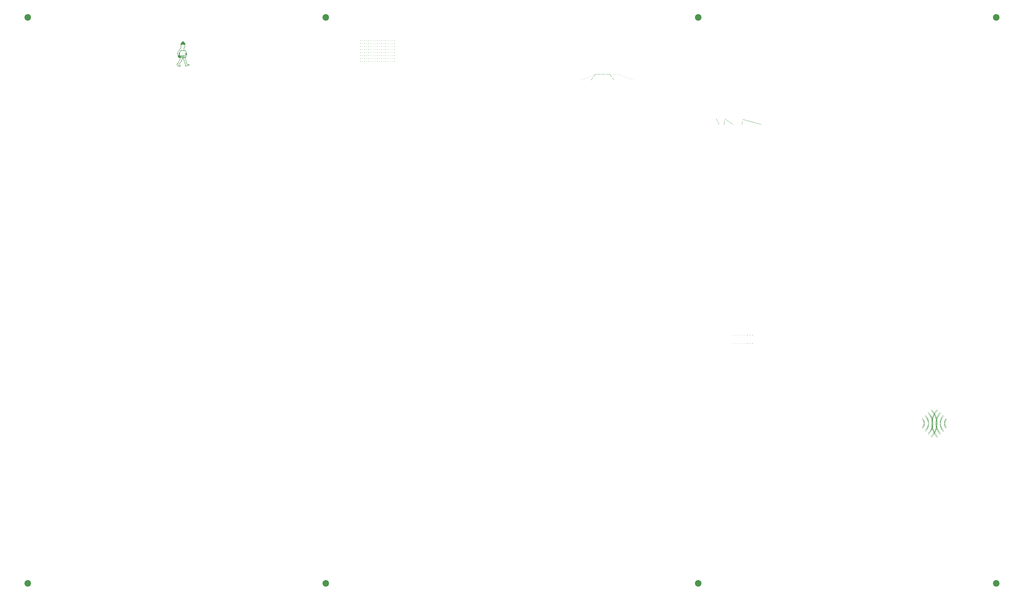
<source format=gbr>
%TF.GenerationSoftware,KiCad,Pcbnew,9.0.7*%
%TF.CreationDate,2026-02-10T07:59:14+00:00*%
%TF.ProjectId,WEASEL_KiCad,57454153-454c-45f4-9b69-4361642e6b69,rev?*%
%TF.SameCoordinates,Original*%
%TF.FileFunction,Soldermask,Top*%
%TF.FilePolarity,Negative*%
%FSLAX46Y46*%
G04 Gerber Fmt 4.6, Leading zero omitted, Abs format (unit mm)*
G04 Created by KiCad (PCBNEW 9.0.7) date 2026-02-10 07:59:14*
%MOMM*%
%LPD*%
G01*
G04 APERTURE LIST*
%ADD10C,0.100000*%
%ADD11C,0.150000*%
%ADD12C,0.200000*%
%ADD13C,0.000000*%
%ADD14C,2.200000*%
G04 APERTURE END LIST*
D10*
X214750000Y-236000000D02*
X213650000Y-236000000D01*
X213250000Y-236000000D02*
X212150000Y-236000000D01*
X211750000Y-236000000D02*
X210650000Y-236000000D01*
X210250000Y-236000000D02*
X209937500Y-236000000D01*
D11*
X131250000Y-227750000D02*
X131280000Y-227750000D01*
X131880000Y-227750000D02*
X131910000Y-227750000D01*
X132510000Y-227750000D02*
X132540000Y-227750000D01*
X133140000Y-227750000D02*
X133170000Y-227750000D01*
X133770000Y-227750000D02*
X133800000Y-227750000D01*
X134400000Y-227750000D02*
X134430000Y-227750000D01*
X135030000Y-227750000D02*
X135060000Y-227750000D01*
X135660000Y-227750000D02*
X135690000Y-227750000D01*
X136290000Y-227750000D02*
X136320000Y-227750000D01*
X136920000Y-227750000D02*
X136950000Y-227750000D01*
X137550000Y-227750000D02*
X137580000Y-227750000D01*
X138180000Y-227750000D02*
X138210000Y-227750000D01*
X138810000Y-227750000D02*
X138840000Y-227750000D01*
X139440000Y-227750000D02*
X139470000Y-227750000D01*
X140070000Y-227750000D02*
X140100000Y-227750000D01*
X140700000Y-227750000D02*
X140730000Y-227750000D01*
X141330000Y-227750000D02*
X141360000Y-227750000D01*
X141960000Y-227750000D02*
X141990000Y-227750000D01*
X142590000Y-227750000D02*
X142620000Y-227750000D01*
X131250000Y-230750000D02*
X131280000Y-230750000D01*
X131880000Y-230750000D02*
X131910000Y-230750000D01*
X132510000Y-230750000D02*
X132540000Y-230750000D01*
X133140000Y-230750000D02*
X133170000Y-230750000D01*
X133770000Y-230750000D02*
X133800000Y-230750000D01*
X134400000Y-230750000D02*
X134430000Y-230750000D01*
X135030000Y-230750000D02*
X135060000Y-230750000D01*
X135660000Y-230750000D02*
X135690000Y-230750000D01*
X136290000Y-230750000D02*
X136320000Y-230750000D01*
X136920000Y-230750000D02*
X136950000Y-230750000D01*
X137550000Y-230750000D02*
X137580000Y-230750000D01*
X138180000Y-230750000D02*
X138210000Y-230750000D01*
X138810000Y-230750000D02*
X138840000Y-230750000D01*
X139440000Y-230750000D02*
X139470000Y-230750000D01*
X140070000Y-230750000D02*
X140100000Y-230750000D01*
X140700000Y-230750000D02*
X140730000Y-230750000D01*
X141330000Y-230750000D02*
X141360000Y-230750000D01*
X141960000Y-230750000D02*
X141990000Y-230750000D01*
X142590000Y-230750000D02*
X142620000Y-230750000D01*
X131250000Y-231750000D02*
X131280000Y-231750000D01*
X131880000Y-231750000D02*
X131910000Y-231750000D01*
X132510000Y-231750000D02*
X132540000Y-231750000D01*
X133140000Y-231750000D02*
X133170000Y-231750000D01*
X133770000Y-231750000D02*
X133800000Y-231750000D01*
X134400000Y-231750000D02*
X134430000Y-231750000D01*
X135030000Y-231750000D02*
X135060000Y-231750000D01*
X135660000Y-231750000D02*
X135690000Y-231750000D01*
X136290000Y-231750000D02*
X136320000Y-231750000D01*
X136920000Y-231750000D02*
X136950000Y-231750000D01*
X137550000Y-231750000D02*
X137580000Y-231750000D01*
X138180000Y-231750000D02*
X138210000Y-231750000D01*
X138810000Y-231750000D02*
X138840000Y-231750000D01*
X139440000Y-231750000D02*
X139470000Y-231750000D01*
X140070000Y-231750000D02*
X140100000Y-231750000D01*
X140700000Y-231750000D02*
X140730000Y-231750000D01*
X141330000Y-231750000D02*
X141360000Y-231750000D01*
X141960000Y-231750000D02*
X141990000Y-231750000D01*
X142590000Y-231750000D02*
X142620000Y-231750000D01*
D10*
X208500000Y-238000000D02*
X209142000Y-237106783D01*
X209375454Y-236781977D02*
X209937500Y-236000000D01*
X253375000Y-251000000D02*
X256200000Y-252900000D01*
D11*
X131250000Y-225750000D02*
X131280000Y-225750000D01*
X131880000Y-225750000D02*
X131910000Y-225750000D01*
X132510000Y-225750000D02*
X132540000Y-225750000D01*
X133140000Y-225750000D02*
X133170000Y-225750000D01*
X133770000Y-225750000D02*
X133800000Y-225750000D01*
X134400000Y-225750000D02*
X134430000Y-225750000D01*
X135030000Y-225750000D02*
X135060000Y-225750000D01*
X135660000Y-225750000D02*
X135690000Y-225750000D01*
X136290000Y-225750000D02*
X136320000Y-225750000D01*
X136920000Y-225750000D02*
X136950000Y-225750000D01*
X137550000Y-225750000D02*
X137580000Y-225750000D01*
X138180000Y-225750000D02*
X138210000Y-225750000D01*
X138810000Y-225750000D02*
X138840000Y-225750000D01*
X139440000Y-225750000D02*
X139470000Y-225750000D01*
X140070000Y-225750000D02*
X140100000Y-225750000D01*
X140700000Y-225750000D02*
X140730000Y-225750000D01*
X141330000Y-225750000D02*
X141360000Y-225750000D01*
X141960000Y-225750000D02*
X141990000Y-225750000D01*
X142590000Y-225750000D02*
X142620000Y-225750000D01*
X131250000Y-229750000D02*
X131280000Y-229750000D01*
X131880000Y-229750000D02*
X131910000Y-229750000D01*
X132510000Y-229750000D02*
X132540000Y-229750000D01*
X133140000Y-229750000D02*
X133170000Y-229750000D01*
X133770000Y-229750000D02*
X133800000Y-229750000D01*
X134400000Y-229750000D02*
X134430000Y-229750000D01*
X135030000Y-229750000D02*
X135060000Y-229750000D01*
X135660000Y-229750000D02*
X135690000Y-229750000D01*
X136290000Y-229750000D02*
X136320000Y-229750000D01*
X136920000Y-229750000D02*
X136950000Y-229750000D01*
X137550000Y-229750000D02*
X137580000Y-229750000D01*
X138180000Y-229750000D02*
X138210000Y-229750000D01*
X138810000Y-229750000D02*
X138840000Y-229750000D01*
X139440000Y-229750000D02*
X139470000Y-229750000D01*
X140070000Y-229750000D02*
X140100000Y-229750000D01*
X140700000Y-229750000D02*
X140730000Y-229750000D01*
X141330000Y-229750000D02*
X141360000Y-229750000D01*
X141960000Y-229750000D02*
X141990000Y-229750000D01*
X142590000Y-229750000D02*
X142620000Y-229750000D01*
X131250000Y-228750000D02*
X131280000Y-228750000D01*
X131880000Y-228750000D02*
X131910000Y-228750000D01*
X132510000Y-228750000D02*
X132540000Y-228750000D01*
X133140000Y-228750000D02*
X133170000Y-228750000D01*
X133770000Y-228750000D02*
X133800000Y-228750000D01*
X134400000Y-228750000D02*
X134430000Y-228750000D01*
X135030000Y-228750000D02*
X135060000Y-228750000D01*
X135660000Y-228750000D02*
X135690000Y-228750000D01*
X136290000Y-228750000D02*
X136320000Y-228750000D01*
X136920000Y-228750000D02*
X136950000Y-228750000D01*
X137550000Y-228750000D02*
X137580000Y-228750000D01*
X138180000Y-228750000D02*
X138210000Y-228750000D01*
X138810000Y-228750000D02*
X138840000Y-228750000D01*
X139440000Y-228750000D02*
X139470000Y-228750000D01*
X140070000Y-228750000D02*
X140100000Y-228750000D01*
X140700000Y-228750000D02*
X140730000Y-228750000D01*
X141330000Y-228750000D02*
X141360000Y-228750000D01*
X141960000Y-228750000D02*
X141990000Y-228750000D01*
X142590000Y-228750000D02*
X142620000Y-228750000D01*
D10*
X259125000Y-253000000D02*
X259300000Y-251800000D01*
D11*
X131250000Y-226750000D02*
X131280000Y-226750000D01*
X131880000Y-226750000D02*
X131910000Y-226750000D01*
X132510000Y-226750000D02*
X132540000Y-226750000D01*
X133140000Y-226750000D02*
X133170000Y-226750000D01*
X133770000Y-226750000D02*
X133800000Y-226750000D01*
X134400000Y-226750000D02*
X134430000Y-226750000D01*
X135030000Y-226750000D02*
X135060000Y-226750000D01*
X135660000Y-226750000D02*
X135690000Y-226750000D01*
X136290000Y-226750000D02*
X136320000Y-226750000D01*
X136920000Y-226750000D02*
X136950000Y-226750000D01*
X137550000Y-226750000D02*
X137580000Y-226750000D01*
X138180000Y-226750000D02*
X138210000Y-226750000D01*
X138810000Y-226750000D02*
X138840000Y-226750000D01*
X139440000Y-226750000D02*
X139470000Y-226750000D01*
X140070000Y-226750000D02*
X140100000Y-226750000D01*
X140700000Y-226750000D02*
X140730000Y-226750000D01*
X141330000Y-226750000D02*
X141360000Y-226750000D01*
X141960000Y-226750000D02*
X141990000Y-226750000D01*
X142590000Y-226750000D02*
X142620000Y-226750000D01*
D10*
X214750000Y-236000000D02*
X215392000Y-236893217D01*
X215625454Y-237218023D02*
X216187500Y-238000000D01*
X259375000Y-251225000D02*
X265600000Y-252900000D01*
X253125000Y-253000000D02*
X253300000Y-251600000D01*
D11*
X131250000Y-224750000D02*
X131280000Y-224750000D01*
X131880000Y-224750000D02*
X131910000Y-224750000D01*
X132510000Y-224750000D02*
X132540000Y-224750000D01*
X133140000Y-224750000D02*
X133170000Y-224750000D01*
X133770000Y-224750000D02*
X133800000Y-224750000D01*
X134400000Y-224750000D02*
X134430000Y-224750000D01*
X135030000Y-224750000D02*
X135060000Y-224750000D01*
X135660000Y-224750000D02*
X135690000Y-224750000D01*
X136290000Y-224750000D02*
X136320000Y-224750000D01*
X136920000Y-224750000D02*
X136950000Y-224750000D01*
X137550000Y-224750000D02*
X137580000Y-224750000D01*
X138180000Y-224750000D02*
X138210000Y-224750000D01*
X138810000Y-224750000D02*
X138840000Y-224750000D01*
X139440000Y-224750000D02*
X139470000Y-224750000D01*
X140070000Y-224750000D02*
X140100000Y-224750000D01*
X140700000Y-224750000D02*
X140730000Y-224750000D01*
X141330000Y-224750000D02*
X141360000Y-224750000D01*
X141960000Y-224750000D02*
X141990000Y-224750000D01*
X142590000Y-224750000D02*
X142620000Y-224750000D01*
D10*
X222687500Y-238000000D02*
X222668839Y-237992805D01*
X222295617Y-237848912D02*
X222276956Y-237841718D01*
X221903733Y-237697825D02*
X221885072Y-237690630D01*
X221511850Y-237546737D02*
X221493189Y-237539543D01*
X221119967Y-237395650D02*
X221101306Y-237388455D01*
X220728083Y-237244562D02*
X220709422Y-237237368D01*
X220336200Y-237093475D02*
X220317539Y-237086280D01*
X219944317Y-236942387D02*
X219925656Y-236935192D01*
X219552433Y-236791300D02*
X219533772Y-236784105D01*
X219160550Y-236640212D02*
X219141889Y-236633017D01*
X218768667Y-236489124D02*
X218750005Y-236481930D01*
X218376783Y-236338037D02*
X218358122Y-236330842D01*
X217984900Y-236186949D02*
X217966239Y-236179755D01*
X217593017Y-236035862D02*
X217574355Y-236028667D01*
X250500000Y-251000000D02*
X251400000Y-252800000D01*
X217500000Y-236000000D02*
X217480000Y-236000000D01*
X217080000Y-236000000D02*
X217060000Y-236000000D01*
X216660000Y-236000000D02*
X216640000Y-236000000D01*
X216240000Y-236000000D02*
X216220000Y-236000000D01*
X215820000Y-236000000D02*
X215800000Y-236000000D01*
X215400000Y-236000000D02*
X215380000Y-236000000D01*
X214980000Y-236000000D02*
X214960000Y-236000000D01*
X214560000Y-236000000D02*
X214540000Y-236000000D01*
X214140000Y-236000000D02*
X214120000Y-236000000D01*
X213720000Y-236000000D02*
X213700000Y-236000000D01*
X213300000Y-236000000D02*
X213280000Y-236000000D01*
X212880000Y-236000000D02*
X212860000Y-236000000D01*
X212460000Y-236000000D02*
X212440000Y-236000000D01*
X212040000Y-236000000D02*
X212020000Y-236000000D01*
X211620000Y-236000000D02*
X211600000Y-236000000D01*
X211200000Y-236000000D02*
X211180000Y-236000000D01*
X210780000Y-236000000D02*
X210760000Y-236000000D01*
X210360000Y-236000000D02*
X210340000Y-236000000D01*
X205000000Y-238000000D02*
X205018661Y-237992805D01*
X205391883Y-237848912D02*
X205410544Y-237841718D01*
X205783767Y-237697825D02*
X205802428Y-237690630D01*
X206175650Y-237546737D02*
X206194311Y-237539543D01*
X206567533Y-237395650D02*
X206586194Y-237388455D01*
X206959417Y-237244562D02*
X206978078Y-237237368D01*
X207351300Y-237093475D02*
X207369961Y-237086280D01*
X207743183Y-236942387D02*
X207761844Y-236935192D01*
X208135067Y-236791300D02*
X208153728Y-236784105D01*
X208526950Y-236640212D02*
X208545611Y-236633017D01*
X208918833Y-236489124D02*
X208937495Y-236481930D01*
X209310717Y-236338037D02*
X209329378Y-236330842D01*
X209702600Y-236186949D02*
X209721261Y-236179755D01*
X210094483Y-236035862D02*
X210113145Y-236028667D01*
X319666126Y-352036280D02*
G75*
G02*
X319666146Y-355036300I-1500026J-1500020D01*
G01*
X327666126Y-355036280D02*
G75*
G02*
X327666146Y-352036300I1499974J1499980D01*
G01*
X320666126Y-351036280D02*
G75*
G02*
X320666146Y-356036300I-2500026J-2500020D01*
G01*
X325666126Y-357036280D02*
G75*
G02*
X325666146Y-350036300I3499974J3499980D01*
G01*
X321666126Y-350036280D02*
G75*
G02*
X321666146Y-357036300I-3500026J-3500020D01*
G01*
X324666126Y-358036280D02*
G75*
G02*
X324666146Y-349036300I4499974J4499980D01*
G01*
X326666126Y-356036280D02*
G75*
G02*
X326666146Y-351036300I2499974J2499980D01*
G01*
X322666126Y-349036280D02*
G75*
G02*
X322666146Y-358036300I-4500026J-4500020D01*
G01*
X319879435Y-351791370D02*
G75*
G02*
X319879465Y-354791400I-1499935J-1500030D01*
G01*
X320879435Y-350791370D02*
G75*
G02*
X320879465Y-355791400I-2499935J-2500030D01*
G01*
X321879435Y-349791370D02*
G75*
G02*
X321879465Y-356791400I-3499935J-3500030D01*
G01*
X322879435Y-348791370D02*
G75*
G02*
X322879465Y-357791400I-4499935J-4500030D01*
G01*
X325879435Y-356791370D02*
G75*
G02*
X325879465Y-349791400I3500065J3499970D01*
G01*
X326879435Y-355791370D02*
G75*
G02*
X326879465Y-350791400I2500065J2499970D01*
G01*
X327879435Y-354791370D02*
G75*
G02*
X327879465Y-351791400I1500065J1499970D01*
G01*
X324879435Y-357791370D02*
G75*
G02*
X324879465Y-348791400I4500065J4499970D01*
G01*
X320666126Y-350554360D02*
G75*
G02*
X320666166Y-355554400I-2499826J-2500040D01*
G01*
X327666126Y-354554360D02*
G75*
G02*
X327666166Y-351554400I1500174J1499960D01*
G01*
X321666126Y-349554360D02*
G75*
G02*
X321666166Y-356554400I-3499826J-3500040D01*
G01*
X322666126Y-348554360D02*
G75*
G02*
X322666126Y-357554360I-4499966J-4500000D01*
G01*
X325666126Y-356554360D02*
G75*
G02*
X325666166Y-349554400I3500174J3499960D01*
G01*
X324666126Y-357554360D02*
G75*
G02*
X324666126Y-348554360I4500034J4500000D01*
G01*
X319666126Y-351554360D02*
G75*
G02*
X319666166Y-354554400I-1499826J-1500040D01*
G01*
X326666126Y-355554360D02*
G75*
G02*
X326666166Y-350554400I2500174J2499960D01*
G01*
D12*
X256000000Y-326500000D02*
X256040000Y-326500000D01*
X256840000Y-326500000D02*
X256880000Y-326500000D01*
X257680000Y-326500000D02*
X257720000Y-326500000D01*
X258520000Y-326500000D02*
X258560000Y-326500000D01*
X259360000Y-326500000D02*
X259400000Y-326500000D01*
X260200000Y-326500000D02*
X260240000Y-326500000D01*
X261040000Y-326500000D02*
X261080000Y-326500000D01*
X261880000Y-326500000D02*
X261920000Y-326500000D01*
X262720000Y-326500000D02*
X262750000Y-326500000D01*
X256000000Y-323625000D02*
X256040000Y-323625000D01*
X256840000Y-323625000D02*
X256880000Y-323625000D01*
X257680000Y-323625000D02*
X257720000Y-323625000D01*
X258520000Y-323625000D02*
X258560000Y-323625000D01*
X259360000Y-323625000D02*
X259400000Y-323625000D01*
X260200000Y-323625000D02*
X260240000Y-323625000D01*
X261040000Y-323625000D02*
X261080000Y-323625000D01*
X261880000Y-323625000D02*
X261920000Y-323625000D01*
X262720000Y-323625000D02*
X262750000Y-323625000D01*
D13*
%TO.C,G\u002A\u002A\u002A*%
G36*
X69499077Y-232814061D02*
G01*
X69494192Y-232818946D01*
X69489308Y-232814061D01*
X69494192Y-232809177D01*
X69499077Y-232814061D01*
G37*
G36*
X69518615Y-232735908D02*
G01*
X69513731Y-232740792D01*
X69508846Y-232735908D01*
X69513731Y-232731023D01*
X69518615Y-232735908D01*
G37*
G36*
X69518615Y-232755446D02*
G01*
X69513731Y-232760331D01*
X69508846Y-232755446D01*
X69513731Y-232750561D01*
X69518615Y-232755446D01*
G37*
G36*
X69528384Y-232706600D02*
G01*
X69523500Y-232711485D01*
X69518615Y-232706600D01*
X69523500Y-232701715D01*
X69528384Y-232706600D01*
G37*
G36*
X69782384Y-228828215D02*
G01*
X69777500Y-228833100D01*
X69772615Y-228828215D01*
X69777500Y-228823331D01*
X69782384Y-228828215D01*
G37*
G36*
X69801923Y-233214600D02*
G01*
X69797038Y-233219485D01*
X69792154Y-233214600D01*
X69797038Y-233209715D01*
X69801923Y-233214600D01*
G37*
G36*
X69821461Y-232608908D02*
G01*
X69816577Y-232613792D01*
X69811692Y-232608908D01*
X69816577Y-232604023D01*
X69821461Y-232608908D01*
G37*
G36*
X69860538Y-229609754D02*
G01*
X69855654Y-229614638D01*
X69850769Y-229609754D01*
X69855654Y-229604869D01*
X69860538Y-229609754D01*
G37*
G36*
X69870308Y-232550292D02*
G01*
X69865423Y-232555177D01*
X69860538Y-232550292D01*
X69865423Y-232545408D01*
X69870308Y-232550292D01*
G37*
G36*
X69899615Y-232520985D02*
G01*
X69894731Y-232525869D01*
X69889846Y-232520985D01*
X69894731Y-232516100D01*
X69899615Y-232520985D01*
G37*
G36*
X69909384Y-229990754D02*
G01*
X69904500Y-229995638D01*
X69899615Y-229990754D01*
X69904500Y-229985869D01*
X69909384Y-229990754D01*
G37*
G36*
X69909384Y-230107985D02*
G01*
X69904500Y-230112869D01*
X69899615Y-230107985D01*
X69904500Y-230103100D01*
X69909384Y-230107985D01*
G37*
G36*
X69919154Y-232179061D02*
G01*
X69914269Y-232183946D01*
X69909384Y-232179061D01*
X69914269Y-232174177D01*
X69919154Y-232179061D01*
G37*
G36*
X69928923Y-232159523D02*
G01*
X69924038Y-232164408D01*
X69919154Y-232159523D01*
X69924038Y-232154638D01*
X69928923Y-232159523D01*
G37*
G36*
X69948461Y-228925908D02*
G01*
X69943577Y-228930792D01*
X69938692Y-228925908D01*
X69943577Y-228921023D01*
X69948461Y-228925908D01*
G37*
G36*
X69948461Y-229209215D02*
G01*
X69943577Y-229214100D01*
X69938692Y-229209215D01*
X69943577Y-229204331D01*
X69948461Y-229209215D01*
G37*
G36*
X69968000Y-229287369D02*
G01*
X69963115Y-229292254D01*
X69958231Y-229287369D01*
X69963115Y-229282485D01*
X69968000Y-229287369D01*
G37*
G36*
X70026615Y-230420600D02*
G01*
X70021731Y-230425485D01*
X70016846Y-230420600D01*
X70021731Y-230415715D01*
X70026615Y-230420600D01*
G37*
G36*
X70046154Y-228691446D02*
G01*
X70041269Y-228696331D01*
X70036384Y-228691446D01*
X70041269Y-228686561D01*
X70046154Y-228691446D01*
G37*
G36*
X70055923Y-228671908D02*
G01*
X70051038Y-228676792D01*
X70046154Y-228671908D01*
X70051038Y-228667023D01*
X70055923Y-228671908D01*
G37*
G36*
X70075461Y-233419754D02*
G01*
X70070577Y-233424638D01*
X70065692Y-233419754D01*
X70070577Y-233414869D01*
X70075461Y-233419754D01*
G37*
G36*
X70085231Y-228261600D02*
G01*
X70080346Y-228266485D01*
X70075461Y-228261600D01*
X70080346Y-228256715D01*
X70085231Y-228261600D01*
G37*
G36*
X70095000Y-231807831D02*
G01*
X70090115Y-231812715D01*
X70085231Y-231807831D01*
X70090115Y-231802946D01*
X70095000Y-231807831D01*
G37*
G36*
X70114538Y-231758985D02*
G01*
X70109654Y-231763869D01*
X70104769Y-231758985D01*
X70109654Y-231754100D01*
X70114538Y-231758985D01*
G37*
G36*
X70124308Y-229668369D02*
G01*
X70119423Y-229673254D01*
X70114538Y-229668369D01*
X70119423Y-229663485D01*
X70124308Y-229668369D01*
G37*
G36*
X70153615Y-232774985D02*
G01*
X70148731Y-232779869D01*
X70143846Y-232774985D01*
X70148731Y-232770100D01*
X70153615Y-232774985D01*
G37*
G36*
X70163384Y-232110677D02*
G01*
X70158500Y-232115561D01*
X70153615Y-232110677D01*
X70158500Y-232105792D01*
X70163384Y-232110677D01*
G37*
G36*
X70163384Y-232716369D02*
G01*
X70158500Y-232721254D01*
X70153615Y-232716369D01*
X70158500Y-232711485D01*
X70163384Y-232716369D01*
G37*
G36*
X70202461Y-232638215D02*
G01*
X70197577Y-232643100D01*
X70192692Y-232638215D01*
X70197577Y-232633331D01*
X70202461Y-232638215D01*
G37*
G36*
X70212231Y-232003215D02*
G01*
X70207346Y-232008100D01*
X70202461Y-232003215D01*
X70207346Y-231998331D01*
X70212231Y-232003215D01*
G37*
G36*
X70212231Y-233282985D02*
G01*
X70207346Y-233287869D01*
X70202461Y-233282985D01*
X70207346Y-233278100D01*
X70212231Y-233282985D01*
G37*
G36*
X70222000Y-228066215D02*
G01*
X70217115Y-228071100D01*
X70212231Y-228066215D01*
X70217115Y-228061331D01*
X70222000Y-228066215D01*
G37*
G36*
X70222000Y-229013831D02*
G01*
X70217115Y-229018715D01*
X70212231Y-229013831D01*
X70217115Y-229008946D01*
X70222000Y-229013831D01*
G37*
G36*
X70231769Y-228964985D02*
G01*
X70226884Y-228969869D01*
X70222000Y-228964985D01*
X70226884Y-228960100D01*
X70231769Y-228964985D01*
G37*
G36*
X70251308Y-231544061D02*
G01*
X70246423Y-231548946D01*
X70241538Y-231544061D01*
X70246423Y-231539177D01*
X70251308Y-231544061D01*
G37*
G36*
X70251308Y-233478369D02*
G01*
X70246423Y-233483254D01*
X70241538Y-233478369D01*
X70246423Y-233473485D01*
X70251308Y-233478369D01*
G37*
G36*
X70270846Y-228906369D02*
G01*
X70265961Y-228911254D01*
X70261077Y-228906369D01*
X70265961Y-228901485D01*
X70270846Y-228906369D01*
G37*
G36*
X70270846Y-229902831D02*
G01*
X70265961Y-229907715D01*
X70261077Y-229902831D01*
X70265961Y-229897946D01*
X70270846Y-229902831D01*
G37*
G36*
X70280615Y-229365523D02*
G01*
X70275731Y-229370408D01*
X70270846Y-229365523D01*
X70275731Y-229360638D01*
X70280615Y-229365523D01*
G37*
G36*
X70280615Y-229961446D02*
G01*
X70275731Y-229966331D01*
X70270846Y-229961446D01*
X70275731Y-229956561D01*
X70280615Y-229961446D01*
G37*
G36*
X70280615Y-230586677D02*
G01*
X70275731Y-230591561D01*
X70270846Y-230586677D01*
X70275731Y-230581792D01*
X70280615Y-230586677D01*
G37*
G36*
X70290384Y-229385061D02*
G01*
X70285500Y-229389946D01*
X70280615Y-229385061D01*
X70285500Y-229380177D01*
X70290384Y-229385061D01*
G37*
G36*
X70300154Y-228242061D02*
G01*
X70295269Y-228246946D01*
X70290384Y-228242061D01*
X70295269Y-228237177D01*
X70300154Y-228242061D01*
G37*
G36*
X70300154Y-233097369D02*
G01*
X70295269Y-233102254D01*
X70290384Y-233097369D01*
X70295269Y-233092485D01*
X70300154Y-233097369D01*
G37*
G36*
X70329461Y-227900138D02*
G01*
X70324577Y-227905023D01*
X70319692Y-227900138D01*
X70324577Y-227895254D01*
X70329461Y-227900138D01*
G37*
G36*
X70339231Y-232774985D02*
G01*
X70334346Y-232779869D01*
X70329461Y-232774985D01*
X70334346Y-232770100D01*
X70339231Y-232774985D01*
G37*
G36*
X70339231Y-232804292D02*
G01*
X70334346Y-232809177D01*
X70329461Y-232804292D01*
X70334346Y-232799408D01*
X70339231Y-232804292D01*
G37*
G36*
X70358769Y-232442831D02*
G01*
X70353884Y-232447715D01*
X70349000Y-232442831D01*
X70353884Y-232437946D01*
X70358769Y-232442831D01*
G37*
G36*
X70368538Y-231680831D02*
G01*
X70363654Y-231685715D01*
X70358769Y-231680831D01*
X70363654Y-231675946D01*
X70368538Y-231680831D01*
G37*
G36*
X70378308Y-228759831D02*
G01*
X70373423Y-228764715D01*
X70368538Y-228759831D01*
X70373423Y-228754946D01*
X70378308Y-228759831D01*
G37*
G36*
X70388077Y-230615985D02*
G01*
X70383192Y-230620869D01*
X70378308Y-230615985D01*
X70383192Y-230611100D01*
X70388077Y-230615985D01*
G37*
G36*
X70397846Y-228730523D02*
G01*
X70392961Y-228735408D01*
X70388077Y-228730523D01*
X70392961Y-228725638D01*
X70397846Y-228730523D01*
G37*
G36*
X70417384Y-230156831D02*
G01*
X70412500Y-230161715D01*
X70407615Y-230156831D01*
X70412500Y-230151946D01*
X70417384Y-230156831D01*
G37*
G36*
X70427154Y-230615985D02*
G01*
X70422269Y-230620869D01*
X70417384Y-230615985D01*
X70422269Y-230611100D01*
X70427154Y-230615985D01*
G37*
G36*
X70456461Y-227714523D02*
G01*
X70451577Y-227719408D01*
X70446692Y-227714523D01*
X70451577Y-227709638D01*
X70456461Y-227714523D01*
G37*
G36*
X70456461Y-231211908D02*
G01*
X70451577Y-231216792D01*
X70446692Y-231211908D01*
X70451577Y-231207023D01*
X70456461Y-231211908D01*
G37*
G36*
X70476000Y-233175523D02*
G01*
X70471115Y-233180408D01*
X70466231Y-233175523D01*
X70471115Y-233170638D01*
X70476000Y-233175523D01*
G37*
G36*
X70476000Y-233507677D02*
G01*
X70471115Y-233512561D01*
X70466231Y-233507677D01*
X70471115Y-233502792D01*
X70476000Y-233507677D01*
G37*
G36*
X70485769Y-232999677D02*
G01*
X70480884Y-233004561D01*
X70476000Y-232999677D01*
X70480884Y-232994792D01*
X70485769Y-232999677D01*
G37*
G36*
X70515077Y-230615985D02*
G01*
X70510192Y-230620869D01*
X70505308Y-230615985D01*
X70510192Y-230611100D01*
X70515077Y-230615985D01*
G37*
G36*
X70515077Y-233009446D02*
G01*
X70510192Y-233014331D01*
X70505308Y-233009446D01*
X70510192Y-233004561D01*
X70515077Y-233009446D01*
G37*
G36*
X70534615Y-233195061D02*
G01*
X70529731Y-233199946D01*
X70524846Y-233195061D01*
X70529731Y-233190177D01*
X70534615Y-233195061D01*
G37*
G36*
X70554154Y-230821138D02*
G01*
X70549269Y-230826023D01*
X70544384Y-230821138D01*
X70549269Y-230816254D01*
X70554154Y-230821138D01*
G37*
G36*
X70554154Y-230850446D02*
G01*
X70549269Y-230855331D01*
X70544384Y-230850446D01*
X70549269Y-230845561D01*
X70554154Y-230850446D01*
G37*
G36*
X70563923Y-231368215D02*
G01*
X70559038Y-231373100D01*
X70554154Y-231368215D01*
X70559038Y-231363331D01*
X70563923Y-231368215D01*
G37*
G36*
X70573692Y-230762523D02*
G01*
X70568808Y-230767408D01*
X70563923Y-230762523D01*
X70568808Y-230757638D01*
X70573692Y-230762523D01*
G37*
G36*
X70583461Y-232452600D02*
G01*
X70578577Y-232457485D01*
X70573692Y-232452600D01*
X70578577Y-232447715D01*
X70583461Y-232452600D01*
G37*
G36*
X70603000Y-233028985D02*
G01*
X70598115Y-233033869D01*
X70593231Y-233028985D01*
X70598115Y-233024100D01*
X70603000Y-233028985D01*
G37*
G36*
X70612769Y-228720754D02*
G01*
X70607884Y-228725638D01*
X70603000Y-228720754D01*
X70607884Y-228715869D01*
X70612769Y-228720754D01*
G37*
G36*
X70612769Y-228945446D02*
G01*
X70607884Y-228950331D01*
X70603000Y-228945446D01*
X70607884Y-228940561D01*
X70612769Y-228945446D01*
G37*
G36*
X70612769Y-228994292D02*
G01*
X70607884Y-228999177D01*
X70603000Y-228994292D01*
X70607884Y-228989408D01*
X70612769Y-228994292D01*
G37*
G36*
X70632308Y-228671908D02*
G01*
X70627423Y-228676792D01*
X70622538Y-228671908D01*
X70627423Y-228667023D01*
X70632308Y-228671908D01*
G37*
G36*
X70642077Y-228339754D02*
G01*
X70637192Y-228344638D01*
X70632308Y-228339754D01*
X70637192Y-228334869D01*
X70642077Y-228339754D01*
G37*
G36*
X70651846Y-231163061D02*
G01*
X70646961Y-231167946D01*
X70642077Y-231163061D01*
X70646961Y-231158177D01*
X70651846Y-231163061D01*
G37*
G36*
X70661615Y-233253677D02*
G01*
X70656731Y-233258561D01*
X70651846Y-233253677D01*
X70656731Y-233248792D01*
X70661615Y-233253677D01*
G37*
G36*
X70671384Y-228613292D02*
G01*
X70666500Y-228618177D01*
X70661615Y-228613292D01*
X70666500Y-228608408D01*
X70671384Y-228613292D01*
G37*
G36*
X70671384Y-231094677D02*
G01*
X70666500Y-231099561D01*
X70661615Y-231094677D01*
X70666500Y-231089792D01*
X70671384Y-231094677D01*
G37*
G36*
X70681154Y-231065369D02*
G01*
X70676269Y-231070254D01*
X70671384Y-231065369D01*
X70676269Y-231060485D01*
X70681154Y-231065369D01*
G37*
G36*
X70690923Y-232012985D02*
G01*
X70686038Y-232017869D01*
X70681154Y-232012985D01*
X70686038Y-232008100D01*
X70690923Y-232012985D01*
G37*
G36*
X70700692Y-230928600D02*
G01*
X70695808Y-230933485D01*
X70690923Y-230928600D01*
X70695808Y-230923715D01*
X70700692Y-230928600D01*
G37*
G36*
X70710461Y-228750061D02*
G01*
X70705577Y-228754946D01*
X70700692Y-228750061D01*
X70705577Y-228745177D01*
X70710461Y-228750061D01*
G37*
G36*
X70720231Y-228710985D02*
G01*
X70715346Y-228715869D01*
X70710461Y-228710985D01*
X70715346Y-228706100D01*
X70720231Y-228710985D01*
G37*
G36*
X70720231Y-228847754D02*
G01*
X70715346Y-228852638D01*
X70710461Y-228847754D01*
X70715346Y-228842869D01*
X70720231Y-228847754D01*
G37*
G36*
X70730000Y-228681677D02*
G01*
X70725115Y-228686561D01*
X70720231Y-228681677D01*
X70725115Y-228676792D01*
X70730000Y-228681677D01*
G37*
G36*
X70730000Y-230811369D02*
G01*
X70725115Y-230816254D01*
X70720231Y-230811369D01*
X70725115Y-230806485D01*
X70730000Y-230811369D01*
G37*
G36*
X70739769Y-226053754D02*
G01*
X70734884Y-226058638D01*
X70730000Y-226053754D01*
X70734884Y-226048869D01*
X70739769Y-226053754D01*
G37*
G36*
X70739769Y-228652369D02*
G01*
X70734884Y-228657254D01*
X70730000Y-228652369D01*
X70734884Y-228647485D01*
X70739769Y-228652369D01*
G37*
G36*
X70749538Y-230254523D02*
G01*
X70744654Y-230259408D01*
X70739769Y-230254523D01*
X70744654Y-230249638D01*
X70749538Y-230254523D01*
G37*
G36*
X70749538Y-230274061D02*
G01*
X70744654Y-230278946D01*
X70739769Y-230274061D01*
X70744654Y-230269177D01*
X70749538Y-230274061D01*
G37*
G36*
X70759308Y-229336215D02*
G01*
X70754423Y-229341100D01*
X70749538Y-229336215D01*
X70754423Y-229331331D01*
X70759308Y-229336215D01*
G37*
G36*
X70759308Y-230703908D02*
G01*
X70754423Y-230708792D01*
X70749538Y-230703908D01*
X70754423Y-230699023D01*
X70759308Y-230703908D01*
G37*
G36*
X70769077Y-228955215D02*
G01*
X70764192Y-228960100D01*
X70759308Y-228955215D01*
X70764192Y-228950331D01*
X70769077Y-228955215D01*
G37*
G36*
X70769077Y-230283831D02*
G01*
X70764192Y-230288715D01*
X70759308Y-230283831D01*
X70764192Y-230278946D01*
X70769077Y-230283831D01*
G37*
G36*
X70778846Y-228134600D02*
G01*
X70773961Y-228139485D01*
X70769077Y-228134600D01*
X70773961Y-228129715D01*
X70778846Y-228134600D01*
G37*
G36*
X70778846Y-229365523D02*
G01*
X70773961Y-229370408D01*
X70769077Y-229365523D01*
X70773961Y-229360638D01*
X70778846Y-229365523D01*
G37*
G36*
X70778846Y-231885985D02*
G01*
X70773961Y-231890869D01*
X70769077Y-231885985D01*
X70773961Y-231881100D01*
X70778846Y-231885985D01*
G37*
G36*
X70788615Y-233107138D02*
G01*
X70783731Y-233112023D01*
X70778846Y-233107138D01*
X70783731Y-233102254D01*
X70788615Y-233107138D01*
G37*
G36*
X70808154Y-228398369D02*
G01*
X70803269Y-228403254D01*
X70798384Y-228398369D01*
X70803269Y-228393485D01*
X70808154Y-228398369D01*
G37*
G36*
X70817923Y-228554677D02*
G01*
X70813038Y-228559561D01*
X70808154Y-228554677D01*
X70813038Y-228549792D01*
X70817923Y-228554677D01*
G37*
G36*
X70817923Y-233351369D02*
G01*
X70813038Y-233356254D01*
X70808154Y-233351369D01*
X70813038Y-233346485D01*
X70817923Y-233351369D01*
G37*
G36*
X70827692Y-229218985D02*
G01*
X70822808Y-229223869D01*
X70817923Y-229218985D01*
X70822808Y-229214100D01*
X70827692Y-229218985D01*
G37*
G36*
X70837461Y-227147908D02*
G01*
X70832577Y-227152792D01*
X70827692Y-227147908D01*
X70832577Y-227143023D01*
X70837461Y-227147908D01*
G37*
G36*
X70847231Y-225780215D02*
G01*
X70842346Y-225785100D01*
X70837461Y-225780215D01*
X70842346Y-225775331D01*
X70847231Y-225780215D01*
G37*
G36*
X70847231Y-229218985D02*
G01*
X70842346Y-229223869D01*
X70837461Y-229218985D01*
X70842346Y-229214100D01*
X70847231Y-229218985D01*
G37*
G36*
X70847231Y-233253677D02*
G01*
X70842346Y-233258561D01*
X70837461Y-233253677D01*
X70842346Y-233248792D01*
X70847231Y-233253677D01*
G37*
G36*
X70857000Y-226542215D02*
G01*
X70852115Y-226547100D01*
X70847231Y-226542215D01*
X70852115Y-226537331D01*
X70857000Y-226542215D01*
G37*
G36*
X70857000Y-226600831D02*
G01*
X70852115Y-226605715D01*
X70847231Y-226600831D01*
X70852115Y-226595946D01*
X70857000Y-226600831D01*
G37*
G36*
X70857000Y-227216292D02*
G01*
X70852115Y-227221177D01*
X70847231Y-227216292D01*
X70852115Y-227211408D01*
X70857000Y-227216292D01*
G37*
G36*
X70866769Y-229228754D02*
G01*
X70861884Y-229233638D01*
X70857000Y-229228754D01*
X70861884Y-229223869D01*
X70866769Y-229228754D01*
G37*
G36*
X70866769Y-232081369D02*
G01*
X70861884Y-232086254D01*
X70857000Y-232081369D01*
X70861884Y-232076485D01*
X70866769Y-232081369D01*
G37*
G36*
X70876538Y-227099061D02*
G01*
X70871654Y-227103946D01*
X70866769Y-227099061D01*
X70871654Y-227094177D01*
X70876538Y-227099061D01*
G37*
G36*
X70886308Y-229033369D02*
G01*
X70881423Y-229038254D01*
X70876538Y-229033369D01*
X70881423Y-229028485D01*
X70886308Y-229033369D01*
G37*
G36*
X70896077Y-228251831D02*
G01*
X70891192Y-228256715D01*
X70886308Y-228251831D01*
X70891192Y-228246946D01*
X70896077Y-228251831D01*
G37*
G36*
X70896077Y-228759831D02*
G01*
X70891192Y-228764715D01*
X70886308Y-228759831D01*
X70891192Y-228754946D01*
X70896077Y-228759831D01*
G37*
G36*
X70915615Y-228837985D02*
G01*
X70910731Y-228842869D01*
X70905846Y-228837985D01*
X70910731Y-228833100D01*
X70915615Y-228837985D01*
G37*
G36*
X70925384Y-230576908D02*
G01*
X70920500Y-230581792D01*
X70915615Y-230576908D01*
X70920500Y-230572023D01*
X70925384Y-230576908D01*
G37*
G36*
X70944923Y-228251831D02*
G01*
X70940038Y-228256715D01*
X70935154Y-228251831D01*
X70940038Y-228246946D01*
X70944923Y-228251831D01*
G37*
G36*
X70944923Y-231651523D02*
G01*
X70940038Y-231656408D01*
X70935154Y-231651523D01*
X70940038Y-231646638D01*
X70944923Y-231651523D01*
G37*
G36*
X70984000Y-229932138D02*
G01*
X70979115Y-229937023D01*
X70974231Y-229932138D01*
X70979115Y-229927254D01*
X70984000Y-229932138D01*
G37*
G36*
X70984000Y-230147061D02*
G01*
X70979115Y-230151946D01*
X70974231Y-230147061D01*
X70979115Y-230142177D01*
X70984000Y-230147061D01*
G37*
G36*
X70984000Y-230391292D02*
G01*
X70979115Y-230396177D01*
X70974231Y-230391292D01*
X70979115Y-230386408D01*
X70984000Y-230391292D01*
G37*
G36*
X70993769Y-227353061D02*
G01*
X70988884Y-227357946D01*
X70984000Y-227353061D01*
X70988884Y-227348177D01*
X70993769Y-227353061D01*
G37*
G36*
X70993769Y-229355754D02*
G01*
X70988884Y-229360638D01*
X70984000Y-229355754D01*
X70988884Y-229350869D01*
X70993769Y-229355754D01*
G37*
G36*
X71013308Y-229541369D02*
G01*
X71008423Y-229546254D01*
X71003538Y-229541369D01*
X71008423Y-229536485D01*
X71013308Y-229541369D01*
G37*
G36*
X71023077Y-228066215D02*
G01*
X71018192Y-228071100D01*
X71013308Y-228066215D01*
X71018192Y-228061331D01*
X71023077Y-228066215D01*
G37*
G36*
X71032846Y-226874369D02*
G01*
X71027961Y-226879254D01*
X71023077Y-226874369D01*
X71027961Y-226869485D01*
X71032846Y-226874369D01*
G37*
G36*
X71042615Y-226571523D02*
G01*
X71037731Y-226576408D01*
X71032846Y-226571523D01*
X71037731Y-226566638D01*
X71042615Y-226571523D01*
G37*
G36*
X71042615Y-226649677D02*
G01*
X71037731Y-226654561D01*
X71032846Y-226649677D01*
X71037731Y-226644792D01*
X71042615Y-226649677D01*
G37*
G36*
X71042615Y-226669215D02*
G01*
X71037731Y-226674100D01*
X71032846Y-226669215D01*
X71037731Y-226664331D01*
X71042615Y-226669215D01*
G37*
G36*
X71042615Y-226688754D02*
G01*
X71037731Y-226693638D01*
X71032846Y-226688754D01*
X71037731Y-226683869D01*
X71042615Y-226688754D01*
G37*
G36*
X71052384Y-230576908D02*
G01*
X71047500Y-230581792D01*
X71042615Y-230576908D01*
X71047500Y-230572023D01*
X71052384Y-230576908D01*
G37*
G36*
X71071923Y-229893061D02*
G01*
X71067038Y-229897946D01*
X71062154Y-229893061D01*
X71067038Y-229888177D01*
X71071923Y-229893061D01*
G37*
G36*
X71071923Y-230401061D02*
G01*
X71067038Y-230405946D01*
X71062154Y-230401061D01*
X71067038Y-230396177D01*
X71071923Y-230401061D01*
G37*
G36*
X71091461Y-228730523D02*
G01*
X71086577Y-228735408D01*
X71081692Y-228730523D01*
X71086577Y-228725638D01*
X71091461Y-228730523D01*
G37*
G36*
X71101231Y-225399215D02*
G01*
X71096346Y-225404100D01*
X71091461Y-225399215D01*
X71096346Y-225394331D01*
X71101231Y-225399215D01*
G37*
G36*
X71120769Y-230098215D02*
G01*
X71115884Y-230103100D01*
X71111000Y-230098215D01*
X71115884Y-230093331D01*
X71120769Y-230098215D01*
G37*
G36*
X71120769Y-230117754D02*
G01*
X71115884Y-230122638D01*
X71111000Y-230117754D01*
X71115884Y-230112869D01*
X71120769Y-230117754D01*
G37*
G36*
X71120769Y-230137292D02*
G01*
X71115884Y-230142177D01*
X71111000Y-230137292D01*
X71115884Y-230132408D01*
X71120769Y-230137292D01*
G37*
G36*
X71130538Y-226122138D02*
G01*
X71125654Y-226127023D01*
X71120769Y-226122138D01*
X71125654Y-226117254D01*
X71130538Y-226122138D01*
G37*
G36*
X71140308Y-230401061D02*
G01*
X71135423Y-230405946D01*
X71130538Y-230401061D01*
X71135423Y-230396177D01*
X71140308Y-230401061D01*
G37*
G36*
X71150077Y-226141677D02*
G01*
X71145192Y-226146561D01*
X71140308Y-226141677D01*
X71145192Y-226136792D01*
X71150077Y-226141677D01*
G37*
G36*
X71150077Y-231690600D02*
G01*
X71145192Y-231695485D01*
X71140308Y-231690600D01*
X71145192Y-231685715D01*
X71150077Y-231690600D01*
G37*
G36*
X71159846Y-230401061D02*
G01*
X71154961Y-230405946D01*
X71150077Y-230401061D01*
X71154961Y-230396177D01*
X71159846Y-230401061D01*
G37*
G36*
X71169615Y-229306908D02*
G01*
X71164731Y-229311792D01*
X71159846Y-229306908D01*
X71164731Y-229302023D01*
X71169615Y-229306908D01*
G37*
G36*
X71189154Y-226170985D02*
G01*
X71184269Y-226175869D01*
X71179384Y-226170985D01*
X71184269Y-226166100D01*
X71189154Y-226170985D01*
G37*
G36*
X71208692Y-226610600D02*
G01*
X71203808Y-226615485D01*
X71198923Y-226610600D01*
X71203808Y-226605715D01*
X71208692Y-226610600D01*
G37*
G36*
X71208692Y-226630138D02*
G01*
X71203808Y-226635023D01*
X71198923Y-226630138D01*
X71203808Y-226625254D01*
X71208692Y-226630138D01*
G37*
G36*
X71218461Y-225868138D02*
G01*
X71213577Y-225873023D01*
X71208692Y-225868138D01*
X71213577Y-225863254D01*
X71218461Y-225868138D01*
G37*
G36*
X71218461Y-226581292D02*
G01*
X71213577Y-226586177D01*
X71208692Y-226581292D01*
X71213577Y-226576408D01*
X71218461Y-226581292D01*
G37*
G36*
X71238000Y-226366369D02*
G01*
X71233115Y-226371254D01*
X71228231Y-226366369D01*
X71233115Y-226361485D01*
X71238000Y-226366369D01*
G37*
G36*
X71238000Y-226698523D02*
G01*
X71233115Y-226703408D01*
X71228231Y-226698523D01*
X71233115Y-226693638D01*
X71238000Y-226698523D01*
G37*
G36*
X71238000Y-230996985D02*
G01*
X71233115Y-231001869D01*
X71228231Y-230996985D01*
X71233115Y-230992100D01*
X71238000Y-230996985D01*
G37*
G36*
X71257538Y-226864600D02*
G01*
X71252654Y-226869485D01*
X71247769Y-226864600D01*
X71252654Y-226859715D01*
X71257538Y-226864600D01*
G37*
G36*
X71257538Y-228251831D02*
G01*
X71252654Y-228256715D01*
X71247769Y-228251831D01*
X71252654Y-228246946D01*
X71257538Y-228251831D01*
G37*
G36*
X71286846Y-226698523D02*
G01*
X71281961Y-226703408D01*
X71277077Y-226698523D01*
X71281961Y-226693638D01*
X71286846Y-226698523D01*
G37*
G36*
X71286846Y-228251831D02*
G01*
X71281961Y-228256715D01*
X71277077Y-228251831D01*
X71281961Y-228246946D01*
X71286846Y-228251831D01*
G37*
G36*
X71296615Y-226190523D02*
G01*
X71291731Y-226195408D01*
X71286846Y-226190523D01*
X71291731Y-226185638D01*
X71296615Y-226190523D01*
G37*
G36*
X71296615Y-231348677D02*
G01*
X71291731Y-231353561D01*
X71286846Y-231348677D01*
X71291731Y-231343792D01*
X71296615Y-231348677D01*
G37*
G36*
X71306384Y-226698523D02*
G01*
X71301500Y-226703408D01*
X71296615Y-226698523D01*
X71301500Y-226693638D01*
X71306384Y-226698523D01*
G37*
G36*
X71316154Y-230840677D02*
G01*
X71311269Y-230845561D01*
X71306384Y-230840677D01*
X71311269Y-230835792D01*
X71316154Y-230840677D01*
G37*
G36*
X71335692Y-228750061D02*
G01*
X71330808Y-228754946D01*
X71325923Y-228750061D01*
X71330808Y-228745177D01*
X71335692Y-228750061D01*
G37*
G36*
X71335692Y-228798908D02*
G01*
X71330808Y-228803792D01*
X71325923Y-228798908D01*
X71330808Y-228794023D01*
X71335692Y-228798908D01*
G37*
G36*
X71355231Y-230762523D02*
G01*
X71350346Y-230767408D01*
X71345461Y-230762523D01*
X71350346Y-230757638D01*
X71355231Y-230762523D01*
G37*
G36*
X71374769Y-229385061D02*
G01*
X71369884Y-229389946D01*
X71365000Y-229385061D01*
X71369884Y-229380177D01*
X71374769Y-229385061D01*
G37*
G36*
X71384538Y-225575061D02*
G01*
X71379654Y-225579946D01*
X71374769Y-225575061D01*
X71379654Y-225570177D01*
X71384538Y-225575061D01*
G37*
G36*
X71384538Y-226161215D02*
G01*
X71379654Y-226166100D01*
X71374769Y-226161215D01*
X71379654Y-226156331D01*
X71384538Y-226161215D01*
G37*
G36*
X71384538Y-228066215D02*
G01*
X71379654Y-228071100D01*
X71374769Y-228066215D01*
X71379654Y-228061331D01*
X71384538Y-228066215D01*
G37*
G36*
X71384538Y-230137292D02*
G01*
X71379654Y-230142177D01*
X71374769Y-230137292D01*
X71379654Y-230132408D01*
X71384538Y-230137292D01*
G37*
G36*
X71384538Y-230176369D02*
G01*
X71379654Y-230181254D01*
X71374769Y-230176369D01*
X71379654Y-230171485D01*
X71384538Y-230176369D01*
G37*
G36*
X71384538Y-230401061D02*
G01*
X71379654Y-230405946D01*
X71374769Y-230401061D01*
X71379654Y-230396177D01*
X71384538Y-230401061D01*
G37*
G36*
X71413846Y-226151446D02*
G01*
X71408961Y-226156331D01*
X71404077Y-226151446D01*
X71408961Y-226146561D01*
X71413846Y-226151446D01*
G37*
G36*
X71433384Y-229404600D02*
G01*
X71428500Y-229409485D01*
X71423615Y-229404600D01*
X71428500Y-229399715D01*
X71433384Y-229404600D01*
G37*
G36*
X71452923Y-229424138D02*
G01*
X71448038Y-229429023D01*
X71443154Y-229424138D01*
X71448038Y-229419254D01*
X71452923Y-229424138D01*
G37*
G36*
X71452923Y-230957908D02*
G01*
X71448038Y-230962792D01*
X71443154Y-230957908D01*
X71448038Y-230953023D01*
X71452923Y-230957908D01*
G37*
G36*
X71462692Y-226141677D02*
G01*
X71457808Y-226146561D01*
X71452923Y-226141677D01*
X71457808Y-226136792D01*
X71462692Y-226141677D01*
G37*
G36*
X71462692Y-228251831D02*
G01*
X71457808Y-228256715D01*
X71452923Y-228251831D01*
X71457808Y-228246946D01*
X71462692Y-228251831D01*
G37*
G36*
X71472461Y-229228754D02*
G01*
X71467577Y-229233638D01*
X71462692Y-229228754D01*
X71467577Y-229223869D01*
X71472461Y-229228754D01*
G37*
G36*
X71492000Y-229951677D02*
G01*
X71487115Y-229956561D01*
X71482231Y-229951677D01*
X71487115Y-229946792D01*
X71492000Y-229951677D01*
G37*
G36*
X71492000Y-229980985D02*
G01*
X71487115Y-229985869D01*
X71482231Y-229980985D01*
X71487115Y-229976100D01*
X71492000Y-229980985D01*
G37*
G36*
X71492000Y-230147061D02*
G01*
X71487115Y-230151946D01*
X71482231Y-230147061D01*
X71487115Y-230142177D01*
X71492000Y-230147061D01*
G37*
G36*
X71492000Y-230869985D02*
G01*
X71487115Y-230874869D01*
X71482231Y-230869985D01*
X71487115Y-230865100D01*
X71492000Y-230869985D01*
G37*
G36*
X71511538Y-226151446D02*
G01*
X71506654Y-226156331D01*
X71501769Y-226151446D01*
X71506654Y-226146561D01*
X71511538Y-226151446D01*
G37*
G36*
X71511538Y-230821138D02*
G01*
X71506654Y-230826023D01*
X71501769Y-230821138D01*
X71506654Y-230816254D01*
X71511538Y-230821138D01*
G37*
G36*
X71531077Y-230782061D02*
G01*
X71526192Y-230786946D01*
X71521308Y-230782061D01*
X71526192Y-230777177D01*
X71531077Y-230782061D01*
G37*
G36*
X71540846Y-228251831D02*
G01*
X71535961Y-228256715D01*
X71531077Y-228251831D01*
X71535961Y-228246946D01*
X71540846Y-228251831D01*
G37*
G36*
X71550615Y-230811369D02*
G01*
X71545731Y-230816254D01*
X71540846Y-230811369D01*
X71545731Y-230806485D01*
X71550615Y-230811369D01*
G37*
G36*
X71628769Y-228671908D02*
G01*
X71623884Y-228676792D01*
X71619000Y-228671908D01*
X71623884Y-228667023D01*
X71628769Y-228671908D01*
G37*
G36*
X71648308Y-224998677D02*
G01*
X71643423Y-225003561D01*
X71638538Y-224998677D01*
X71643423Y-224993792D01*
X71648308Y-224998677D01*
G37*
G36*
X71658077Y-229033369D02*
G01*
X71653192Y-229038254D01*
X71648308Y-229033369D01*
X71653192Y-229028485D01*
X71658077Y-229033369D01*
G37*
G36*
X71677615Y-228701215D02*
G01*
X71672731Y-228706100D01*
X71667846Y-228701215D01*
X71672731Y-228696331D01*
X71677615Y-228701215D01*
G37*
G36*
X71706923Y-226170985D02*
G01*
X71702038Y-226175869D01*
X71697154Y-226170985D01*
X71702038Y-226166100D01*
X71706923Y-226170985D01*
G37*
G36*
X71706923Y-228251831D02*
G01*
X71702038Y-228256715D01*
X71697154Y-228251831D01*
X71702038Y-228246946D01*
X71706923Y-228251831D01*
G37*
G36*
X71706923Y-231045831D02*
G01*
X71702038Y-231050715D01*
X71697154Y-231045831D01*
X71702038Y-231040946D01*
X71706923Y-231045831D01*
G37*
G36*
X71716692Y-231065369D02*
G01*
X71711808Y-231070254D01*
X71706923Y-231065369D01*
X71711808Y-231060485D01*
X71716692Y-231065369D01*
G37*
G36*
X71726461Y-228251831D02*
G01*
X71721577Y-228256715D01*
X71716692Y-228251831D01*
X71721577Y-228246946D01*
X71726461Y-228251831D01*
G37*
G36*
X71746000Y-229004061D02*
G01*
X71741115Y-229008946D01*
X71736231Y-229004061D01*
X71741115Y-228999177D01*
X71746000Y-229004061D01*
G37*
G36*
X71746000Y-230156831D02*
G01*
X71741115Y-230161715D01*
X71736231Y-230156831D01*
X71741115Y-230151946D01*
X71746000Y-230156831D01*
G37*
G36*
X71746000Y-230176369D02*
G01*
X71741115Y-230181254D01*
X71736231Y-230176369D01*
X71741115Y-230171485D01*
X71746000Y-230176369D01*
G37*
G36*
X71755769Y-228251831D02*
G01*
X71750884Y-228256715D01*
X71746000Y-228251831D01*
X71750884Y-228246946D01*
X71755769Y-228251831D01*
G37*
G36*
X71755769Y-229893061D02*
G01*
X71750884Y-229897946D01*
X71746000Y-229893061D01*
X71750884Y-229888177D01*
X71755769Y-229893061D01*
G37*
G36*
X71775308Y-229893061D02*
G01*
X71770423Y-229897946D01*
X71765538Y-229893061D01*
X71770423Y-229888177D01*
X71775308Y-229893061D01*
G37*
G36*
X71785077Y-231153292D02*
G01*
X71780192Y-231158177D01*
X71775308Y-231153292D01*
X71780192Y-231148408D01*
X71785077Y-231153292D01*
G37*
G36*
X71794846Y-230596446D02*
G01*
X71789961Y-230601331D01*
X71785077Y-230596446D01*
X71789961Y-230591561D01*
X71794846Y-230596446D01*
G37*
G36*
X71804615Y-228574215D02*
G01*
X71799731Y-228579100D01*
X71794846Y-228574215D01*
X71799731Y-228569331D01*
X71804615Y-228574215D01*
G37*
G36*
X71814384Y-229277600D02*
G01*
X71809500Y-229282485D01*
X71804615Y-229277600D01*
X71809500Y-229272715D01*
X71814384Y-229277600D01*
G37*
G36*
X71814384Y-229893061D02*
G01*
X71809500Y-229897946D01*
X71804615Y-229893061D01*
X71809500Y-229888177D01*
X71814384Y-229893061D01*
G37*
G36*
X71833923Y-226131908D02*
G01*
X71829038Y-226136792D01*
X71824154Y-226131908D01*
X71829038Y-226127023D01*
X71833923Y-226131908D01*
G37*
G36*
X71833923Y-229502292D02*
G01*
X71829038Y-229507177D01*
X71824154Y-229502292D01*
X71829038Y-229497408D01*
X71833923Y-229502292D01*
G37*
G36*
X71833923Y-229980985D02*
G01*
X71829038Y-229985869D01*
X71824154Y-229980985D01*
X71829038Y-229976100D01*
X71833923Y-229980985D01*
G37*
G36*
X71843692Y-230391292D02*
G01*
X71838808Y-230396177D01*
X71833923Y-230391292D01*
X71838808Y-230386408D01*
X71843692Y-230391292D01*
G37*
G36*
X71863231Y-227694985D02*
G01*
X71858346Y-227699869D01*
X71853461Y-227694985D01*
X71858346Y-227690100D01*
X71863231Y-227694985D01*
G37*
G36*
X71873000Y-227323754D02*
G01*
X71868115Y-227328638D01*
X71863231Y-227323754D01*
X71868115Y-227318869D01*
X71873000Y-227323754D01*
G37*
G36*
X71873000Y-230332677D02*
G01*
X71868115Y-230337561D01*
X71863231Y-230332677D01*
X71868115Y-230327792D01*
X71873000Y-230332677D01*
G37*
G36*
X71873000Y-230977446D02*
G01*
X71868115Y-230982331D01*
X71863231Y-230977446D01*
X71868115Y-230972561D01*
X71873000Y-230977446D01*
G37*
G36*
X71882769Y-225819292D02*
G01*
X71877884Y-225824177D01*
X71873000Y-225819292D01*
X71877884Y-225814408D01*
X71882769Y-225819292D01*
G37*
G36*
X71882769Y-227782908D02*
G01*
X71877884Y-227787792D01*
X71873000Y-227782908D01*
X71877884Y-227778023D01*
X71882769Y-227782908D01*
G37*
G36*
X71921846Y-229414369D02*
G01*
X71916961Y-229419254D01*
X71912077Y-229414369D01*
X71916961Y-229409485D01*
X71921846Y-229414369D01*
G37*
G36*
X71931615Y-228251831D02*
G01*
X71926731Y-228256715D01*
X71921846Y-228251831D01*
X71926731Y-228246946D01*
X71931615Y-228251831D01*
G37*
G36*
X71941384Y-228867292D02*
G01*
X71936500Y-228872177D01*
X71931615Y-228867292D01*
X71936500Y-228862408D01*
X71941384Y-228867292D01*
G37*
G36*
X71941384Y-229218985D02*
G01*
X71936500Y-229223869D01*
X71931615Y-229218985D01*
X71936500Y-229214100D01*
X71941384Y-229218985D01*
G37*
G36*
X71951154Y-231514754D02*
G01*
X71946269Y-231519638D01*
X71941384Y-231514754D01*
X71946269Y-231509869D01*
X71951154Y-231514754D01*
G37*
G36*
X71951154Y-231534292D02*
G01*
X71946269Y-231539177D01*
X71941384Y-231534292D01*
X71946269Y-231529408D01*
X71951154Y-231534292D01*
G37*
G36*
X71960923Y-226424985D02*
G01*
X71956038Y-226429869D01*
X71951154Y-226424985D01*
X71956038Y-226420100D01*
X71960923Y-226424985D01*
G37*
G36*
X71970692Y-231710138D02*
G01*
X71965808Y-231715023D01*
X71960923Y-231710138D01*
X71965808Y-231705254D01*
X71970692Y-231710138D01*
G37*
G36*
X71980461Y-226424985D02*
G01*
X71975577Y-226429869D01*
X71970692Y-226424985D01*
X71975577Y-226420100D01*
X71980461Y-226424985D01*
G37*
G36*
X71990231Y-227050215D02*
G01*
X71985346Y-227055100D01*
X71980461Y-227050215D01*
X71985346Y-227045331D01*
X71990231Y-227050215D01*
G37*
G36*
X71990231Y-231153292D02*
G01*
X71985346Y-231158177D01*
X71980461Y-231153292D01*
X71985346Y-231148408D01*
X71990231Y-231153292D01*
G37*
G36*
X72009769Y-226424985D02*
G01*
X72004884Y-226429869D01*
X72000000Y-226424985D01*
X72004884Y-226420100D01*
X72009769Y-226424985D01*
G37*
G36*
X72009769Y-227577754D02*
G01*
X72004884Y-227582638D01*
X72000000Y-227577754D01*
X72004884Y-227572869D01*
X72009769Y-227577754D01*
G37*
G36*
X72019538Y-231925061D02*
G01*
X72014654Y-231929946D01*
X72009769Y-231925061D01*
X72014654Y-231920177D01*
X72019538Y-231925061D01*
G37*
G36*
X72029308Y-226884138D02*
G01*
X72024423Y-226889023D01*
X72019538Y-226884138D01*
X72024423Y-226879254D01*
X72029308Y-226884138D01*
G37*
G36*
X72039077Y-232003215D02*
G01*
X72034192Y-232008100D01*
X72029308Y-232003215D01*
X72034192Y-231998331D01*
X72039077Y-232003215D01*
G37*
G36*
X72048846Y-227675446D02*
G01*
X72043961Y-227680331D01*
X72039077Y-227675446D01*
X72043961Y-227670561D01*
X72048846Y-227675446D01*
G37*
G36*
X72048846Y-229414369D02*
G01*
X72043961Y-229419254D01*
X72039077Y-229414369D01*
X72043961Y-229409485D01*
X72048846Y-229414369D01*
G37*
G36*
X72058615Y-227704754D02*
G01*
X72053731Y-227709638D01*
X72048846Y-227704754D01*
X72053731Y-227699869D01*
X72058615Y-227704754D01*
G37*
G36*
X72068384Y-227782908D02*
G01*
X72063500Y-227787792D01*
X72058615Y-227782908D01*
X72063500Y-227778023D01*
X72068384Y-227782908D01*
G37*
G36*
X72078154Y-231290061D02*
G01*
X72073269Y-231294946D01*
X72068384Y-231290061D01*
X72073269Y-231285177D01*
X72078154Y-231290061D01*
G37*
G36*
X72087923Y-227968523D02*
G01*
X72083038Y-227973408D01*
X72078154Y-227968523D01*
X72083038Y-227963638D01*
X72087923Y-227968523D01*
G37*
G36*
X72087923Y-230068908D02*
G01*
X72083038Y-230073792D01*
X72078154Y-230068908D01*
X72083038Y-230064023D01*
X72087923Y-230068908D01*
G37*
G36*
X72087923Y-230107985D02*
G01*
X72083038Y-230112869D01*
X72078154Y-230107985D01*
X72083038Y-230103100D01*
X72087923Y-230107985D01*
G37*
G36*
X72087923Y-231319369D02*
G01*
X72083038Y-231324254D01*
X72078154Y-231319369D01*
X72083038Y-231314485D01*
X72087923Y-231319369D01*
G37*
G36*
X72097692Y-228251831D02*
G01*
X72092808Y-228256715D01*
X72087923Y-228251831D01*
X72092808Y-228246946D01*
X72097692Y-228251831D01*
G37*
G36*
X72097692Y-232188831D02*
G01*
X72092808Y-232193715D01*
X72087923Y-232188831D01*
X72092808Y-232183946D01*
X72097692Y-232188831D01*
G37*
G36*
X72097692Y-232208369D02*
G01*
X72092808Y-232213254D01*
X72087923Y-232208369D01*
X72092808Y-232203485D01*
X72097692Y-232208369D01*
G37*
G36*
X72107461Y-226776677D02*
G01*
X72102577Y-226781561D01*
X72097692Y-226776677D01*
X72102577Y-226771792D01*
X72107461Y-226776677D01*
G37*
G36*
X72117231Y-228808677D02*
G01*
X72112346Y-228813561D01*
X72107461Y-228808677D01*
X72112346Y-228803792D01*
X72117231Y-228808677D01*
G37*
G36*
X72136769Y-226415215D02*
G01*
X72131884Y-226420100D01*
X72127000Y-226415215D01*
X72131884Y-226410331D01*
X72136769Y-226415215D01*
G37*
G36*
X72136769Y-228251831D02*
G01*
X72131884Y-228256715D01*
X72127000Y-228251831D01*
X72131884Y-228246946D01*
X72136769Y-228251831D01*
G37*
G36*
X72136769Y-232286523D02*
G01*
X72131884Y-232291408D01*
X72127000Y-232286523D01*
X72131884Y-232281638D01*
X72136769Y-232286523D01*
G37*
G36*
X72156308Y-231729677D02*
G01*
X72151423Y-231734561D01*
X72146538Y-231729677D01*
X72151423Y-231724792D01*
X72156308Y-231729677D01*
G37*
G36*
X72166077Y-228496061D02*
G01*
X72161192Y-228500946D01*
X72156308Y-228496061D01*
X72161192Y-228491177D01*
X72166077Y-228496061D01*
G37*
G36*
X72185615Y-226786446D02*
G01*
X72180731Y-226791331D01*
X72175846Y-226786446D01*
X72180731Y-226781561D01*
X72185615Y-226786446D01*
G37*
G36*
X72185615Y-232433061D02*
G01*
X72180731Y-232437946D01*
X72175846Y-232433061D01*
X72180731Y-232428177D01*
X72185615Y-232433061D01*
G37*
G36*
X72195384Y-229521831D02*
G01*
X72190500Y-229526715D01*
X72185615Y-229521831D01*
X72190500Y-229516946D01*
X72195384Y-229521831D01*
G37*
G36*
X72214923Y-226600831D02*
G01*
X72210038Y-226605715D01*
X72205154Y-226600831D01*
X72210038Y-226595946D01*
X72214923Y-226600831D01*
G37*
G36*
X72214923Y-231983677D02*
G01*
X72210038Y-231988561D01*
X72205154Y-231983677D01*
X72210038Y-231978792D01*
X72214923Y-231983677D01*
G37*
G36*
X72224692Y-232022754D02*
G01*
X72219808Y-232027638D01*
X72214923Y-232022754D01*
X72219808Y-232017869D01*
X72224692Y-232022754D01*
G37*
G36*
X72234461Y-229912600D02*
G01*
X72229577Y-229917485D01*
X72224692Y-229912600D01*
X72229577Y-229907715D01*
X72234461Y-229912600D01*
G37*
G36*
X72234461Y-230244754D02*
G01*
X72229577Y-230249638D01*
X72224692Y-230244754D01*
X72229577Y-230239869D01*
X72234461Y-230244754D01*
G37*
G36*
X72254000Y-230694138D02*
G01*
X72249115Y-230699023D01*
X72244231Y-230694138D01*
X72249115Y-230689254D01*
X72254000Y-230694138D01*
G37*
G36*
X72263769Y-230733215D02*
G01*
X72258884Y-230738100D01*
X72254000Y-230733215D01*
X72258884Y-230728331D01*
X72263769Y-230733215D01*
G37*
G36*
X72263769Y-232599138D02*
G01*
X72258884Y-232604023D01*
X72254000Y-232599138D01*
X72258884Y-232594254D01*
X72263769Y-232599138D01*
G37*
G36*
X72273538Y-232169292D02*
G01*
X72268654Y-232174177D01*
X72263769Y-232169292D01*
X72268654Y-232164408D01*
X72273538Y-232169292D01*
G37*
G36*
X72273538Y-232638215D02*
G01*
X72268654Y-232643100D01*
X72263769Y-232638215D01*
X72268654Y-232633331D01*
X72273538Y-232638215D01*
G37*
G36*
X72302846Y-226385908D02*
G01*
X72297961Y-226390792D01*
X72293077Y-226385908D01*
X72297961Y-226381023D01*
X72302846Y-226385908D01*
G37*
G36*
X72302846Y-226405446D02*
G01*
X72297961Y-226410331D01*
X72293077Y-226405446D01*
X72297961Y-226400561D01*
X72302846Y-226405446D01*
G37*
G36*
X72322384Y-226464061D02*
G01*
X72317500Y-226468946D01*
X72312615Y-226464061D01*
X72317500Y-226459177D01*
X72322384Y-226464061D01*
G37*
G36*
X72332154Y-232833600D02*
G01*
X72327269Y-232838485D01*
X72322384Y-232833600D01*
X72327269Y-232828715D01*
X72332154Y-232833600D01*
G37*
G36*
X72341923Y-225682523D02*
G01*
X72337038Y-225687408D01*
X72332154Y-225682523D01*
X72337038Y-225677638D01*
X72341923Y-225682523D01*
G37*
G36*
X72341923Y-229726985D02*
G01*
X72337038Y-229731869D01*
X72332154Y-229726985D01*
X72337038Y-229722100D01*
X72341923Y-229726985D01*
G37*
G36*
X72341923Y-230909061D02*
G01*
X72337038Y-230913946D01*
X72332154Y-230909061D01*
X72337038Y-230904177D01*
X72341923Y-230909061D01*
G37*
G36*
X72351692Y-226131908D02*
G01*
X72346808Y-226136792D01*
X72341923Y-226131908D01*
X72346808Y-226127023D01*
X72351692Y-226131908D01*
G37*
G36*
X72361461Y-233048523D02*
G01*
X72356577Y-233053408D01*
X72351692Y-233048523D01*
X72356577Y-233043638D01*
X72361461Y-233048523D01*
G37*
G36*
X72361461Y-233068061D02*
G01*
X72356577Y-233072946D01*
X72351692Y-233068061D01*
X72356577Y-233063177D01*
X72361461Y-233068061D01*
G37*
G36*
X72390769Y-228085754D02*
G01*
X72385884Y-228090638D01*
X72381000Y-228085754D01*
X72385884Y-228080869D01*
X72390769Y-228085754D01*
G37*
G36*
X72390769Y-229385061D02*
G01*
X72385884Y-229389946D01*
X72381000Y-229385061D01*
X72385884Y-229380177D01*
X72390769Y-229385061D01*
G37*
G36*
X72400538Y-228574215D02*
G01*
X72395654Y-228579100D01*
X72390769Y-228574215D01*
X72395654Y-228569331D01*
X72400538Y-228574215D01*
G37*
G36*
X72400538Y-229052908D02*
G01*
X72395654Y-229057792D01*
X72390769Y-229052908D01*
X72395654Y-229048023D01*
X72400538Y-229052908D01*
G37*
G36*
X72410308Y-228085754D02*
G01*
X72405423Y-228090638D01*
X72400538Y-228085754D01*
X72405423Y-228080869D01*
X72410308Y-228085754D01*
G37*
G36*
X72410308Y-229228754D02*
G01*
X72405423Y-229233638D01*
X72400538Y-229228754D01*
X72405423Y-229223869D01*
X72410308Y-229228754D01*
G37*
G36*
X72420077Y-231104446D02*
G01*
X72415192Y-231109331D01*
X72410308Y-231104446D01*
X72415192Y-231099561D01*
X72420077Y-231104446D01*
G37*
G36*
X72429846Y-226845061D02*
G01*
X72424961Y-226849946D01*
X72420077Y-226845061D01*
X72424961Y-226840177D01*
X72429846Y-226845061D01*
G37*
G36*
X72449384Y-232589369D02*
G01*
X72444500Y-232594254D01*
X72439615Y-232589369D01*
X72444500Y-232584485D01*
X72449384Y-232589369D01*
G37*
G36*
X72468923Y-228691446D02*
G01*
X72464038Y-228696331D01*
X72459154Y-228691446D01*
X72464038Y-228686561D01*
X72468923Y-228691446D01*
G37*
G36*
X72468923Y-228769600D02*
G01*
X72464038Y-228774485D01*
X72459154Y-228769600D01*
X72464038Y-228764715D01*
X72468923Y-228769600D01*
G37*
G36*
X72468923Y-231250985D02*
G01*
X72464038Y-231255869D01*
X72459154Y-231250985D01*
X72464038Y-231246100D01*
X72468923Y-231250985D01*
G37*
G36*
X72478692Y-225340600D02*
G01*
X72473808Y-225345485D01*
X72468923Y-225340600D01*
X72473808Y-225335715D01*
X72478692Y-225340600D01*
G37*
G36*
X72478692Y-230762523D02*
G01*
X72473808Y-230767408D01*
X72468923Y-230762523D01*
X72473808Y-230757638D01*
X72478692Y-230762523D01*
G37*
G36*
X72478692Y-231299831D02*
G01*
X72473808Y-231304715D01*
X72468923Y-231299831D01*
X72473808Y-231294946D01*
X72478692Y-231299831D01*
G37*
G36*
X72498231Y-230283831D02*
G01*
X72493346Y-230288715D01*
X72488461Y-230283831D01*
X72493346Y-230278946D01*
X72498231Y-230283831D01*
G37*
G36*
X72498231Y-230821138D02*
G01*
X72493346Y-230826023D01*
X72488461Y-230821138D01*
X72493346Y-230816254D01*
X72498231Y-230821138D01*
G37*
G36*
X72508000Y-229658600D02*
G01*
X72503115Y-229663485D01*
X72498231Y-229658600D01*
X72503115Y-229653715D01*
X72508000Y-229658600D01*
G37*
G36*
X72527538Y-232843369D02*
G01*
X72522654Y-232848254D01*
X72517769Y-232843369D01*
X72522654Y-232838485D01*
X72527538Y-232843369D01*
G37*
G36*
X72537308Y-228115061D02*
G01*
X72532423Y-228119946D01*
X72527538Y-228115061D01*
X72532423Y-228110177D01*
X72537308Y-228115061D01*
G37*
G36*
X72537308Y-230909061D02*
G01*
X72532423Y-230913946D01*
X72527538Y-230909061D01*
X72532423Y-230904177D01*
X72537308Y-230909061D01*
G37*
G36*
X72537308Y-232872677D02*
G01*
X72532423Y-232877561D01*
X72527538Y-232872677D01*
X72532423Y-232867792D01*
X72537308Y-232872677D01*
G37*
G36*
X72537308Y-232892215D02*
G01*
X72532423Y-232897100D01*
X72527538Y-232892215D01*
X72532423Y-232887331D01*
X72537308Y-232892215D01*
G37*
G36*
X72537308Y-232911754D02*
G01*
X72532423Y-232916638D01*
X72527538Y-232911754D01*
X72532423Y-232906869D01*
X72537308Y-232911754D01*
G37*
G36*
X72556846Y-229316677D02*
G01*
X72551961Y-229321561D01*
X72547077Y-229316677D01*
X72551961Y-229311792D01*
X72556846Y-229316677D01*
G37*
G36*
X72556846Y-229336215D02*
G01*
X72551961Y-229341100D01*
X72547077Y-229336215D01*
X72551961Y-229331331D01*
X72556846Y-229336215D01*
G37*
G36*
X72556846Y-230957908D02*
G01*
X72551961Y-230962792D01*
X72547077Y-230957908D01*
X72551961Y-230953023D01*
X72556846Y-230957908D01*
G37*
G36*
X72556846Y-233028985D02*
G01*
X72551961Y-233033869D01*
X72547077Y-233028985D01*
X72551961Y-233024100D01*
X72556846Y-233028985D01*
G37*
G36*
X72566615Y-228408138D02*
G01*
X72561731Y-228413023D01*
X72556846Y-228408138D01*
X72561731Y-228403254D01*
X72566615Y-228408138D01*
G37*
G36*
X72586154Y-229131061D02*
G01*
X72581269Y-229135946D01*
X72576384Y-229131061D01*
X72581269Y-229126177D01*
X72586154Y-229131061D01*
G37*
G36*
X72586154Y-231837138D02*
G01*
X72581269Y-231842023D01*
X72576384Y-231837138D01*
X72581269Y-231832254D01*
X72586154Y-231837138D01*
G37*
G36*
X72595923Y-231885985D02*
G01*
X72591038Y-231890869D01*
X72586154Y-231885985D01*
X72591038Y-231881100D01*
X72595923Y-231885985D01*
G37*
G36*
X72615461Y-230440138D02*
G01*
X72610577Y-230445023D01*
X72605692Y-230440138D01*
X72610577Y-230435254D01*
X72615461Y-230440138D01*
G37*
G36*
X72615461Y-231084908D02*
G01*
X72610577Y-231089792D01*
X72605692Y-231084908D01*
X72610577Y-231080023D01*
X72615461Y-231084908D01*
G37*
G36*
X72635000Y-231172831D02*
G01*
X72630115Y-231177715D01*
X72625231Y-231172831D01*
X72630115Y-231167946D01*
X72635000Y-231172831D01*
G37*
G36*
X72644769Y-231241215D02*
G01*
X72639884Y-231246100D01*
X72635000Y-231241215D01*
X72639884Y-231236331D01*
X72644769Y-231241215D01*
G37*
G36*
X72654538Y-231290061D02*
G01*
X72649654Y-231294946D01*
X72644769Y-231290061D01*
X72649654Y-231285177D01*
X72654538Y-231290061D01*
G37*
G36*
X72683846Y-231485446D02*
G01*
X72678961Y-231490331D01*
X72674077Y-231485446D01*
X72678961Y-231480561D01*
X72683846Y-231485446D01*
G37*
G36*
X72693615Y-230293600D02*
G01*
X72688731Y-230298485D01*
X72683846Y-230293600D01*
X72688731Y-230288715D01*
X72693615Y-230293600D01*
G37*
G36*
X72693615Y-231544061D02*
G01*
X72688731Y-231548946D01*
X72683846Y-231544061D01*
X72688731Y-231539177D01*
X72693615Y-231544061D01*
G37*
G36*
X72693615Y-232306061D02*
G01*
X72688731Y-232310946D01*
X72683846Y-232306061D01*
X72688731Y-232301177D01*
X72693615Y-232306061D01*
G37*
G36*
X72713154Y-228261600D02*
G01*
X72708269Y-228266485D01*
X72703384Y-228261600D01*
X72708269Y-228256715D01*
X72713154Y-228261600D01*
G37*
G36*
X72713154Y-229121292D02*
G01*
X72708269Y-229126177D01*
X72703384Y-229121292D01*
X72708269Y-229116408D01*
X72713154Y-229121292D01*
G37*
G36*
X72722923Y-229834446D02*
G01*
X72718038Y-229839331D01*
X72713154Y-229834446D01*
X72718038Y-229829561D01*
X72722923Y-229834446D01*
G37*
G36*
X72742461Y-232550292D02*
G01*
X72737577Y-232555177D01*
X72732692Y-232550292D01*
X72737577Y-232545408D01*
X72742461Y-232550292D01*
G37*
G36*
X72742461Y-233409985D02*
G01*
X72737577Y-233414869D01*
X72732692Y-233409985D01*
X72737577Y-233405100D01*
X72742461Y-233409985D01*
G37*
G36*
X72810846Y-232726138D02*
G01*
X72805961Y-232731023D01*
X72801077Y-232726138D01*
X72805961Y-232721254D01*
X72810846Y-232726138D01*
G37*
G36*
X72820615Y-228779369D02*
G01*
X72815731Y-228784254D01*
X72810846Y-228779369D01*
X72815731Y-228774485D01*
X72820615Y-228779369D01*
G37*
G36*
X72830384Y-233214600D02*
G01*
X72825500Y-233219485D01*
X72820615Y-233214600D01*
X72825500Y-233209715D01*
X72830384Y-233214600D01*
G37*
G36*
X72840154Y-232149754D02*
G01*
X72835269Y-232154638D01*
X72830384Y-232149754D01*
X72835269Y-232144869D01*
X72840154Y-232149754D01*
G37*
G36*
X72918308Y-229472985D02*
G01*
X72913423Y-229477869D01*
X72908538Y-229472985D01*
X72913423Y-229468100D01*
X72918308Y-229472985D01*
G37*
G36*
X72937846Y-228896600D02*
G01*
X72932961Y-228901485D01*
X72928077Y-228896600D01*
X72932961Y-228891715D01*
X72937846Y-228896600D01*
G37*
G36*
X72937846Y-229424138D02*
G01*
X72932961Y-229429023D01*
X72928077Y-229424138D01*
X72932961Y-229419254D01*
X72937846Y-229424138D01*
G37*
G36*
X72957384Y-229326446D02*
G01*
X72952500Y-229331331D01*
X72947615Y-229326446D01*
X72952500Y-229321561D01*
X72957384Y-229326446D01*
G37*
G36*
X72967154Y-229043138D02*
G01*
X72962269Y-229048023D01*
X72957384Y-229043138D01*
X72962269Y-229038254D01*
X72967154Y-229043138D01*
G37*
G36*
X73074615Y-232726138D02*
G01*
X73069731Y-232731023D01*
X73064846Y-232726138D01*
X73069731Y-232721254D01*
X73074615Y-232726138D01*
G37*
G36*
X73172308Y-233136446D02*
G01*
X73167423Y-233141331D01*
X73162538Y-233136446D01*
X73167423Y-233131561D01*
X73172308Y-233136446D01*
G37*
G36*
X73182077Y-232921523D02*
G01*
X73177192Y-232926408D01*
X73172308Y-232921523D01*
X73177192Y-232916638D01*
X73182077Y-232921523D01*
G37*
G36*
X73191846Y-232745677D02*
G01*
X73186961Y-232750561D01*
X73182077Y-232745677D01*
X73186961Y-232740792D01*
X73191846Y-232745677D01*
G37*
G36*
X73211384Y-232921523D02*
G01*
X73206500Y-232926408D01*
X73201615Y-232921523D01*
X73206500Y-232916638D01*
X73211384Y-232921523D01*
G37*
G36*
X73211384Y-233126677D02*
G01*
X73206500Y-233131561D01*
X73201615Y-233126677D01*
X73206500Y-233121792D01*
X73211384Y-233126677D01*
G37*
G36*
X73289538Y-233116908D02*
G01*
X73284654Y-233121792D01*
X73279769Y-233116908D01*
X73284654Y-233112023D01*
X73289538Y-233116908D01*
G37*
G36*
X73328615Y-233107138D02*
G01*
X73323731Y-233112023D01*
X73318846Y-233107138D01*
X73323731Y-233102254D01*
X73328615Y-233107138D01*
G37*
G36*
X73348154Y-232901985D02*
G01*
X73343269Y-232906869D01*
X73338384Y-232901985D01*
X73343269Y-232897100D01*
X73348154Y-232901985D01*
G37*
G36*
X73445846Y-233068061D02*
G01*
X73440961Y-233072946D01*
X73436077Y-233068061D01*
X73440961Y-233063177D01*
X73445846Y-233068061D01*
G37*
G36*
X73455615Y-233243908D02*
G01*
X73450731Y-233248792D01*
X73445846Y-233243908D01*
X73450731Y-233239023D01*
X73455615Y-233243908D01*
G37*
G36*
X73465384Y-232706600D02*
G01*
X73460500Y-232711485D01*
X73455615Y-232706600D01*
X73460500Y-232701715D01*
X73465384Y-232706600D01*
G37*
G36*
X73484923Y-233234138D02*
G01*
X73480038Y-233239023D01*
X73475154Y-233234138D01*
X73480038Y-233229254D01*
X73484923Y-233234138D01*
G37*
G36*
X73514231Y-232882446D02*
G01*
X73509346Y-232887331D01*
X73504461Y-232882446D01*
X73509346Y-232877561D01*
X73514231Y-232882446D01*
G37*
G36*
X73543538Y-232696831D02*
G01*
X73538654Y-232701715D01*
X73533769Y-232696831D01*
X73538654Y-232691946D01*
X73543538Y-232696831D01*
G37*
G36*
X73572846Y-232696831D02*
G01*
X73567961Y-232701715D01*
X73563077Y-232696831D01*
X73567961Y-232691946D01*
X73572846Y-232696831D01*
G37*
G36*
X73592384Y-233185292D02*
G01*
X73587500Y-233190177D01*
X73582615Y-233185292D01*
X73587500Y-233180408D01*
X73592384Y-233185292D01*
G37*
G36*
X73602154Y-232980138D02*
G01*
X73597269Y-232985023D01*
X73592384Y-232980138D01*
X73597269Y-232975254D01*
X73602154Y-232980138D01*
G37*
G36*
X73611923Y-232696831D02*
G01*
X73607038Y-232701715D01*
X73602154Y-232696831D01*
X73607038Y-232691946D01*
X73611923Y-232696831D01*
G37*
G36*
X73729154Y-233097369D02*
G01*
X73724269Y-233102254D01*
X73719384Y-233097369D01*
X73724269Y-233092485D01*
X73729154Y-233097369D01*
G37*
G36*
X73817077Y-232862908D02*
G01*
X73812192Y-232867792D01*
X73807308Y-232862908D01*
X73812192Y-232858023D01*
X73817077Y-232862908D01*
G37*
G36*
X73817077Y-232882446D02*
G01*
X73812192Y-232887331D01*
X73807308Y-232882446D01*
X73812192Y-232877561D01*
X73817077Y-232882446D01*
G37*
G36*
X73817077Y-232960600D02*
G01*
X73812192Y-232965485D01*
X73807308Y-232960600D01*
X73812192Y-232955715D01*
X73817077Y-232960600D01*
G37*
G36*
X74745154Y-231592908D02*
G01*
X74740269Y-231597792D01*
X74735384Y-231592908D01*
X74740269Y-231588023D01*
X74745154Y-231592908D01*
G37*
G36*
X69261359Y-227449126D02*
G01*
X69262528Y-227460719D01*
X69261359Y-227462151D01*
X69255551Y-227460810D01*
X69254846Y-227455638D01*
X69258420Y-227447597D01*
X69261359Y-227449126D01*
G37*
G36*
X69505590Y-232900356D02*
G01*
X69506759Y-232911950D01*
X69505590Y-232913382D01*
X69499782Y-232912041D01*
X69499077Y-232906869D01*
X69502651Y-232898828D01*
X69505590Y-232900356D01*
G37*
G36*
X69906289Y-228577268D02*
G01*
X69907453Y-228592536D01*
X69905517Y-228595993D01*
X69901077Y-228593079D01*
X69900386Y-228583170D01*
X69902772Y-228572746D01*
X69906289Y-228577268D01*
G37*
G36*
X69954974Y-229236895D02*
G01*
X69956143Y-229248489D01*
X69954974Y-229249920D01*
X69949166Y-229248579D01*
X69948461Y-229243408D01*
X69952036Y-229235366D01*
X69954974Y-229236895D01*
G37*
G36*
X70160128Y-232851510D02*
G01*
X70161297Y-232863104D01*
X70160128Y-232864536D01*
X70154320Y-232863195D01*
X70153615Y-232858023D01*
X70157190Y-232849982D01*
X70160128Y-232851510D01*
G37*
G36*
X70228513Y-229051279D02*
G01*
X70229682Y-229062873D01*
X70228513Y-229064305D01*
X70222705Y-229062964D01*
X70222000Y-229057792D01*
X70225574Y-229049751D01*
X70228513Y-229051279D01*
G37*
G36*
X70257820Y-233291126D02*
G01*
X70256479Y-233296933D01*
X70251308Y-233297638D01*
X70243266Y-233294064D01*
X70244795Y-233291126D01*
X70256388Y-233289956D01*
X70257820Y-233291126D01*
G37*
G36*
X70267590Y-228279510D02*
G01*
X70268759Y-228291104D01*
X70267590Y-228292536D01*
X70261782Y-228291195D01*
X70261077Y-228286023D01*
X70264651Y-228277982D01*
X70267590Y-228279510D01*
G37*
G36*
X70375051Y-233144587D02*
G01*
X70373710Y-233150395D01*
X70368538Y-233151100D01*
X70360497Y-233147525D01*
X70362025Y-233144587D01*
X70373619Y-233143418D01*
X70375051Y-233144587D01*
G37*
G36*
X70404519Y-230111037D02*
G01*
X70405684Y-230126306D01*
X70403748Y-230129762D01*
X70399308Y-230126848D01*
X70398617Y-230116940D01*
X70401003Y-230106516D01*
X70404519Y-230111037D01*
G37*
G36*
X70443436Y-228953587D02*
G01*
X70444605Y-228965181D01*
X70443436Y-228966613D01*
X70437628Y-228965272D01*
X70436923Y-228960100D01*
X70440497Y-228952059D01*
X70443436Y-228953587D01*
G37*
G36*
X70443436Y-229285741D02*
G01*
X70444605Y-229297335D01*
X70443436Y-229298767D01*
X70437628Y-229297426D01*
X70436923Y-229292254D01*
X70440497Y-229284213D01*
X70443436Y-229285741D01*
G37*
G36*
X70492282Y-227253741D02*
G01*
X70493451Y-227265335D01*
X70492282Y-227266767D01*
X70486474Y-227265426D01*
X70485769Y-227260254D01*
X70489343Y-227252213D01*
X70492282Y-227253741D01*
G37*
G36*
X70521590Y-231444741D02*
G01*
X70522759Y-231456335D01*
X70521590Y-231457767D01*
X70515782Y-231456426D01*
X70515077Y-231451254D01*
X70518651Y-231443213D01*
X70521590Y-231444741D01*
G37*
G36*
X70619282Y-233300895D02*
G01*
X70617941Y-233306703D01*
X70612769Y-233307408D01*
X70604728Y-233303833D01*
X70606256Y-233300895D01*
X70617850Y-233299726D01*
X70619282Y-233300895D01*
G37*
G36*
X70624981Y-230028245D02*
G01*
X70626208Y-230031811D01*
X70612769Y-230033173D01*
X70598900Y-230031638D01*
X70600558Y-230028245D01*
X70620559Y-230026955D01*
X70624981Y-230028245D01*
G37*
G36*
X70697436Y-230946510D02*
G01*
X70698605Y-230958104D01*
X70697436Y-230959536D01*
X70691628Y-230958195D01*
X70690923Y-230953023D01*
X70694497Y-230944982D01*
X70697436Y-230946510D01*
G37*
G36*
X70707205Y-228816818D02*
G01*
X70708374Y-228828412D01*
X70707205Y-228829843D01*
X70701397Y-228828502D01*
X70700692Y-228823331D01*
X70704267Y-228815289D01*
X70707205Y-228816818D01*
G37*
G36*
X70892820Y-228513972D02*
G01*
X70891479Y-228519779D01*
X70886308Y-228520485D01*
X70878266Y-228516910D01*
X70879795Y-228513972D01*
X70891388Y-228512802D01*
X70892820Y-228513972D01*
G37*
G36*
X70981354Y-228876044D02*
G01*
X70978440Y-228880484D01*
X70968532Y-228881175D01*
X70958108Y-228878789D01*
X70962630Y-228875273D01*
X70977898Y-228874108D01*
X70981354Y-228876044D01*
G37*
G36*
X70990513Y-229891433D02*
G01*
X70989172Y-229897241D01*
X70984000Y-229897946D01*
X70975959Y-229894372D01*
X70977487Y-229891433D01*
X70989081Y-229890264D01*
X70990513Y-229891433D01*
G37*
G36*
X71039316Y-226593504D02*
G01*
X71040606Y-226613505D01*
X71039316Y-226617927D01*
X71035750Y-226619154D01*
X71034388Y-226605715D01*
X71035924Y-226591847D01*
X71039316Y-226593504D01*
G37*
G36*
X71078436Y-230575279D02*
G01*
X71077095Y-230581087D01*
X71071923Y-230581792D01*
X71063882Y-230578218D01*
X71065410Y-230575279D01*
X71077004Y-230574110D01*
X71078436Y-230575279D01*
G37*
G36*
X71107743Y-229940279D02*
G01*
X71108913Y-229951873D01*
X71107743Y-229953305D01*
X71101936Y-229951964D01*
X71101231Y-229946792D01*
X71104805Y-229938751D01*
X71107743Y-229940279D01*
G37*
G36*
X71117513Y-229891433D02*
G01*
X71116172Y-229897241D01*
X71111000Y-229897946D01*
X71102959Y-229894372D01*
X71104487Y-229891433D01*
X71116081Y-229890264D01*
X71117513Y-229891433D01*
G37*
G36*
X71117513Y-230164972D02*
G01*
X71118682Y-230176565D01*
X71117513Y-230177997D01*
X71111705Y-230176656D01*
X71111000Y-230171485D01*
X71114574Y-230163443D01*
X71117513Y-230164972D01*
G37*
G36*
X71117513Y-230194279D02*
G01*
X71118682Y-230205873D01*
X71117513Y-230207305D01*
X71111705Y-230205964D01*
X71111000Y-230200792D01*
X71114574Y-230192751D01*
X71117513Y-230194279D01*
G37*
G36*
X71166359Y-230252895D02*
G01*
X71167528Y-230264489D01*
X71166359Y-230265920D01*
X71160551Y-230264579D01*
X71159846Y-230259408D01*
X71163420Y-230251366D01*
X71166359Y-230252895D01*
G37*
G36*
X71205436Y-226648049D02*
G01*
X71206605Y-226659642D01*
X71205436Y-226661074D01*
X71199628Y-226659733D01*
X71198923Y-226654561D01*
X71202497Y-226646520D01*
X71205436Y-226648049D01*
G37*
G36*
X71342205Y-230389664D02*
G01*
X71343374Y-230401258D01*
X71342205Y-230402690D01*
X71336397Y-230401349D01*
X71335692Y-230396177D01*
X71339267Y-230388136D01*
X71342205Y-230389664D01*
G37*
G36*
X71381239Y-230071350D02*
G01*
X71382529Y-230091351D01*
X71381239Y-230095773D01*
X71377673Y-230097000D01*
X71376312Y-230083561D01*
X71377847Y-230069693D01*
X71381239Y-230071350D01*
G37*
G36*
X71400820Y-225055664D02*
G01*
X71399479Y-225061472D01*
X71394308Y-225062177D01*
X71386266Y-225058602D01*
X71387795Y-225055664D01*
X71399388Y-225054495D01*
X71400820Y-225055664D01*
G37*
G36*
X71400820Y-228953587D02*
G01*
X71399479Y-228959395D01*
X71394308Y-228960100D01*
X71386266Y-228956525D01*
X71387795Y-228953587D01*
X71399388Y-228952418D01*
X71400820Y-228953587D01*
G37*
G36*
X71420359Y-229891433D02*
G01*
X71419018Y-229897241D01*
X71413846Y-229897946D01*
X71405805Y-229894372D01*
X71407333Y-229891433D01*
X71418927Y-229890264D01*
X71420359Y-229891433D01*
G37*
G36*
X71420359Y-230594818D02*
G01*
X71419018Y-230600626D01*
X71413846Y-230601331D01*
X71405805Y-230597756D01*
X71407333Y-230594818D01*
X71418927Y-230593649D01*
X71420359Y-230594818D01*
G37*
G36*
X71557128Y-225290126D02*
G01*
X71558297Y-225301719D01*
X71557128Y-225303151D01*
X71551320Y-225301810D01*
X71550615Y-225296638D01*
X71554190Y-225288597D01*
X71557128Y-225290126D01*
G37*
G36*
X71557128Y-225329202D02*
G01*
X71558297Y-225340796D01*
X71557128Y-225342228D01*
X71551320Y-225340887D01*
X71550615Y-225335715D01*
X71554190Y-225327674D01*
X71557128Y-225329202D01*
G37*
G36*
X71567058Y-224991960D02*
G01*
X71568223Y-225007229D01*
X71566287Y-225010685D01*
X71561846Y-225007771D01*
X71561156Y-224997863D01*
X71563542Y-224987439D01*
X71567058Y-224991960D01*
G37*
G36*
X71586436Y-228250202D02*
G01*
X71585095Y-228256010D01*
X71579923Y-228256715D01*
X71571882Y-228253141D01*
X71573410Y-228250202D01*
X71585004Y-228249033D01*
X71586436Y-228250202D01*
G37*
G36*
X71615743Y-230594818D02*
G01*
X71616913Y-230606412D01*
X71615743Y-230607843D01*
X71609936Y-230606502D01*
X71609231Y-230601331D01*
X71612805Y-230593289D01*
X71615743Y-230594818D01*
G37*
G36*
X71654820Y-230594818D02*
G01*
X71653479Y-230600626D01*
X71648308Y-230601331D01*
X71640266Y-230597756D01*
X71641795Y-230594818D01*
X71653388Y-230593649D01*
X71654820Y-230594818D01*
G37*
G36*
X71693897Y-230252895D02*
G01*
X71695066Y-230264489D01*
X71693897Y-230265920D01*
X71688089Y-230264579D01*
X71687384Y-230259408D01*
X71690959Y-230251366D01*
X71693897Y-230252895D01*
G37*
G36*
X71694508Y-230595428D02*
G01*
X71691594Y-230599869D01*
X71681686Y-230600559D01*
X71671262Y-230598174D01*
X71675783Y-230594657D01*
X71691052Y-230593493D01*
X71694508Y-230595428D01*
G37*
G36*
X71728904Y-229725399D02*
G01*
X71730131Y-229728965D01*
X71716692Y-229730327D01*
X71702823Y-229728791D01*
X71704481Y-229725399D01*
X71724482Y-229724109D01*
X71728904Y-229725399D01*
G37*
G36*
X71801359Y-228074356D02*
G01*
X71800018Y-228080164D01*
X71794846Y-228080869D01*
X71786805Y-228077295D01*
X71788333Y-228074356D01*
X71799927Y-228073187D01*
X71801359Y-228074356D01*
G37*
G36*
X71830666Y-228250202D02*
G01*
X71829325Y-228256010D01*
X71824154Y-228256715D01*
X71816112Y-228253141D01*
X71817641Y-228250202D01*
X71829235Y-228249033D01*
X71830666Y-228250202D01*
G37*
G36*
X71850205Y-226696895D02*
G01*
X71848864Y-226702703D01*
X71843692Y-226703408D01*
X71835651Y-226699833D01*
X71837179Y-226696895D01*
X71848773Y-226695726D01*
X71850205Y-226696895D01*
G37*
G36*
X71850205Y-228631202D02*
G01*
X71851374Y-228642796D01*
X71850205Y-228644228D01*
X71844397Y-228642887D01*
X71843692Y-228637715D01*
X71847267Y-228629674D01*
X71850205Y-228631202D01*
G37*
G36*
X71869743Y-230301741D02*
G01*
X71870913Y-230313335D01*
X71869743Y-230314767D01*
X71863936Y-230313426D01*
X71863231Y-230308254D01*
X71866805Y-230300213D01*
X71869743Y-230301741D01*
G37*
G36*
X71889282Y-230594818D02*
G01*
X71887941Y-230600626D01*
X71882769Y-230601331D01*
X71874728Y-230597756D01*
X71876256Y-230594818D01*
X71887850Y-230593649D01*
X71889282Y-230594818D01*
G37*
G36*
X72026051Y-231972279D02*
G01*
X72027220Y-231983873D01*
X72026051Y-231985305D01*
X72020243Y-231983964D01*
X72019538Y-231978792D01*
X72023113Y-231970751D01*
X72026051Y-231972279D01*
G37*
G36*
X72046200Y-229217967D02*
G01*
X72043287Y-229222407D01*
X72033378Y-229223098D01*
X72022954Y-229220712D01*
X72027476Y-229217196D01*
X72042744Y-229216031D01*
X72046200Y-229217967D01*
G37*
G36*
X72074897Y-226775049D02*
G01*
X72073556Y-226780856D01*
X72068384Y-226781561D01*
X72060343Y-226777987D01*
X72061872Y-226775049D01*
X72073465Y-226773879D01*
X72074897Y-226775049D01*
G37*
G36*
X72075058Y-226349884D02*
G01*
X72076223Y-226365152D01*
X72074287Y-226368608D01*
X72069846Y-226365694D01*
X72069156Y-226355786D01*
X72071542Y-226345362D01*
X72075058Y-226349884D01*
G37*
G36*
X72113974Y-228709356D02*
G01*
X72115143Y-228720950D01*
X72113974Y-228722382D01*
X72108166Y-228721041D01*
X72107461Y-228715869D01*
X72111036Y-228707828D01*
X72113974Y-228709356D01*
G37*
G36*
X72201897Y-228250202D02*
G01*
X72200556Y-228256010D01*
X72195384Y-228256715D01*
X72187343Y-228253141D01*
X72188872Y-228250202D01*
X72200465Y-228249033D01*
X72201897Y-228250202D01*
G37*
G36*
X72211666Y-229715587D02*
G01*
X72210325Y-229721395D01*
X72205154Y-229722100D01*
X72197112Y-229718525D01*
X72198641Y-229715587D01*
X72210235Y-229714418D01*
X72211666Y-229715587D01*
G37*
G36*
X72221436Y-230594818D02*
G01*
X72220095Y-230600626D01*
X72214923Y-230601331D01*
X72206882Y-230597756D01*
X72208410Y-230594818D01*
X72220004Y-230593649D01*
X72221436Y-230594818D01*
G37*
G36*
X72231162Y-230305811D02*
G01*
X72232452Y-230325812D01*
X72231162Y-230330235D01*
X72227596Y-230331462D01*
X72226235Y-230318023D01*
X72227770Y-230304154D01*
X72231162Y-230305811D01*
G37*
G36*
X72231205Y-230086818D02*
G01*
X72232374Y-230098412D01*
X72231205Y-230099843D01*
X72225397Y-230098502D01*
X72224692Y-230093331D01*
X72228267Y-230085289D01*
X72231205Y-230086818D01*
G37*
G36*
X72231205Y-230272433D02*
G01*
X72232374Y-230284027D01*
X72231205Y-230285459D01*
X72225397Y-230284118D01*
X72224692Y-230278946D01*
X72228267Y-230270905D01*
X72231205Y-230272433D01*
G37*
G36*
X72240974Y-229354126D02*
G01*
X72242143Y-229365719D01*
X72240974Y-229367151D01*
X72235166Y-229365810D01*
X72234461Y-229360638D01*
X72238036Y-229352597D01*
X72240974Y-229354126D01*
G37*
G36*
X72246673Y-228494476D02*
G01*
X72247900Y-228498042D01*
X72234461Y-228499404D01*
X72220593Y-228497868D01*
X72222250Y-228494476D01*
X72242251Y-228493186D01*
X72246673Y-228494476D01*
G37*
G36*
X72250743Y-232568202D02*
G01*
X72251913Y-232579796D01*
X72250743Y-232581228D01*
X72244936Y-232579887D01*
X72244231Y-232574715D01*
X72247805Y-232566674D01*
X72250743Y-232568202D01*
G37*
G36*
X72270892Y-229032351D02*
G01*
X72267979Y-229036792D01*
X72258070Y-229037482D01*
X72247646Y-229035097D01*
X72252168Y-229031580D01*
X72267436Y-229030416D01*
X72270892Y-229032351D01*
G37*
G36*
X72436359Y-228084126D02*
G01*
X72435018Y-228089933D01*
X72429846Y-228090638D01*
X72421805Y-228087064D01*
X72423333Y-228084126D01*
X72434927Y-228082956D01*
X72436359Y-228084126D01*
G37*
G36*
X72455897Y-230721818D02*
G01*
X72457066Y-230733412D01*
X72455897Y-230734843D01*
X72450089Y-230733502D01*
X72449384Y-230728331D01*
X72452959Y-230720289D01*
X72455897Y-230721818D01*
G37*
G36*
X72504743Y-230252895D02*
G01*
X72505913Y-230264489D01*
X72504743Y-230265920D01*
X72498936Y-230264579D01*
X72498231Y-230259408D01*
X72501805Y-230251366D01*
X72504743Y-230252895D01*
G37*
G36*
X72504743Y-230536202D02*
G01*
X72503402Y-230542010D01*
X72498231Y-230542715D01*
X72490189Y-230539141D01*
X72491718Y-230536202D01*
X72503312Y-230535033D01*
X72504743Y-230536202D01*
G37*
G36*
X72504743Y-231503356D02*
G01*
X72505913Y-231514950D01*
X72504743Y-231516382D01*
X72498936Y-231515041D01*
X72498231Y-231509869D01*
X72501805Y-231501828D01*
X72504743Y-231503356D01*
G37*
G36*
X72524282Y-230145433D02*
G01*
X72525451Y-230157027D01*
X72524282Y-230158459D01*
X72518474Y-230157118D01*
X72517769Y-230151946D01*
X72521343Y-230143905D01*
X72524282Y-230145433D01*
G37*
G36*
X72524282Y-231581510D02*
G01*
X72525451Y-231593104D01*
X72524282Y-231594536D01*
X72518474Y-231593195D01*
X72517769Y-231588023D01*
X72521343Y-231579982D01*
X72524282Y-231581510D01*
G37*
G36*
X72563359Y-228377202D02*
G01*
X72564528Y-228388796D01*
X72563359Y-228390228D01*
X72557551Y-228388887D01*
X72556846Y-228383715D01*
X72560420Y-228375674D01*
X72563359Y-228377202D01*
G37*
G36*
X72563519Y-228753114D02*
G01*
X72564684Y-228768382D01*
X72562748Y-228771839D01*
X72558308Y-228768925D01*
X72557617Y-228759017D01*
X72560003Y-228748592D01*
X72563519Y-228753114D01*
G37*
G36*
X72563519Y-231732730D02*
G01*
X72564684Y-231747998D01*
X72562748Y-231751454D01*
X72558308Y-231748540D01*
X72557617Y-231738632D01*
X72560003Y-231728208D01*
X72563519Y-231732730D01*
G37*
G36*
X72621974Y-228943818D02*
G01*
X72620633Y-228949626D01*
X72615461Y-228950331D01*
X72607420Y-228946756D01*
X72608949Y-228943818D01*
X72620542Y-228942649D01*
X72621974Y-228943818D01*
G37*
G36*
X72783981Y-233408399D02*
G01*
X72785208Y-233411965D01*
X72771769Y-233413327D01*
X72757900Y-233411791D01*
X72759558Y-233408399D01*
X72779559Y-233407109D01*
X72783981Y-233408399D01*
G37*
G36*
X72807590Y-232011356D02*
G01*
X72808759Y-232022950D01*
X72807590Y-232024382D01*
X72801782Y-232023041D01*
X72801077Y-232017869D01*
X72804651Y-232009828D01*
X72807590Y-232011356D01*
G37*
G36*
X72817359Y-232060202D02*
G01*
X72818528Y-232071796D01*
X72817359Y-232073228D01*
X72811551Y-232071887D01*
X72810846Y-232066715D01*
X72814420Y-232058674D01*
X72817359Y-232060202D01*
G37*
G36*
X72866205Y-228807049D02*
G01*
X72864864Y-228812856D01*
X72859692Y-228813561D01*
X72851651Y-228809987D01*
X72853179Y-228807049D01*
X72864773Y-228805879D01*
X72866205Y-228807049D01*
G37*
G36*
X72866366Y-232270037D02*
G01*
X72867530Y-232285306D01*
X72865594Y-232288762D01*
X72861154Y-232285848D01*
X72860463Y-232275940D01*
X72862849Y-232265516D01*
X72866366Y-232270037D01*
G37*
G36*
X73042051Y-232900356D02*
G01*
X73040710Y-232906164D01*
X73035538Y-232906869D01*
X73027497Y-232903295D01*
X73029025Y-232900356D01*
X73040619Y-232899187D01*
X73042051Y-232900356D01*
G37*
G36*
X73159282Y-232744049D02*
G01*
X73157941Y-232749856D01*
X73152769Y-232750561D01*
X73144728Y-232746987D01*
X73146256Y-232744049D01*
X73157850Y-232742879D01*
X73159282Y-232744049D01*
G37*
G36*
X73305820Y-232734279D02*
G01*
X73304479Y-232740087D01*
X73299308Y-232740792D01*
X73291266Y-232737218D01*
X73292795Y-232734279D01*
X73304388Y-232733110D01*
X73305820Y-232734279D01*
G37*
G36*
X73384585Y-232725121D02*
G01*
X73381671Y-232729561D01*
X73371763Y-232730252D01*
X73361339Y-232727866D01*
X73365860Y-232724349D01*
X73381129Y-232723185D01*
X73384585Y-232725121D01*
G37*
G36*
X70114241Y-230022286D02*
G01*
X70117909Y-230029409D01*
X70120409Y-230043175D01*
X70113847Y-230040503D01*
X70109252Y-230034065D01*
X70106249Y-230021279D01*
X70107469Y-230018990D01*
X70114241Y-230022286D01*
G37*
G36*
X70347490Y-232871744D02*
G01*
X70357896Y-232880825D01*
X70358769Y-232883023D01*
X70354133Y-232887038D01*
X70344480Y-232878041D01*
X70343182Y-232876052D01*
X70342031Y-232869367D01*
X70347490Y-232871744D01*
G37*
G36*
X70454952Y-229853052D02*
G01*
X70465440Y-229862888D01*
X70463288Y-229868543D01*
X70461923Y-229868638D01*
X70453660Y-229861699D01*
X70450644Y-229857360D01*
X70449492Y-229850675D01*
X70454952Y-229853052D01*
G37*
G36*
X70861815Y-229751519D02*
G01*
X70851366Y-229759618D01*
X70840169Y-229760977D01*
X70837461Y-229757337D01*
X70845124Y-229751063D01*
X70852623Y-229747680D01*
X70862707Y-229746997D01*
X70861815Y-229751519D01*
G37*
G36*
X71049402Y-226532753D02*
G01*
X71043827Y-226539936D01*
X71035613Y-226546109D01*
X71037663Y-226536320D01*
X71038359Y-226534467D01*
X71046098Y-226522504D01*
X71050498Y-226522418D01*
X71049402Y-226532753D01*
G37*
G36*
X72037567Y-231230513D02*
G01*
X72048055Y-231240350D01*
X72045904Y-231246005D01*
X72044538Y-231246100D01*
X72036275Y-231239161D01*
X72033259Y-231234821D01*
X72032108Y-231228136D01*
X72037567Y-231230513D01*
G37*
G36*
X72087625Y-228068440D02*
G01*
X72091294Y-228075563D01*
X72093794Y-228089329D01*
X72087231Y-228086657D01*
X72082637Y-228080219D01*
X72079634Y-228067433D01*
X72080853Y-228065144D01*
X72087625Y-228068440D01*
G37*
G36*
X72400464Y-229425156D02*
G01*
X72401751Y-229426418D01*
X72409467Y-229439226D01*
X72408421Y-229443935D01*
X72401154Y-229441004D01*
X72396282Y-229431887D01*
X72393307Y-229420473D01*
X72400464Y-229425156D01*
G37*
G36*
X73102413Y-232734975D02*
G01*
X73112901Y-232744811D01*
X73110750Y-232750466D01*
X73109384Y-232750561D01*
X73101121Y-232743623D01*
X73098105Y-232739283D01*
X73096954Y-232732598D01*
X73102413Y-232734975D01*
G37*
G36*
X69740243Y-232698256D02*
G01*
X69738423Y-232701715D01*
X69729218Y-232711045D01*
X69727501Y-232711485D01*
X69726834Y-232705174D01*
X69728654Y-232701715D01*
X69737858Y-232692386D01*
X69739576Y-232691946D01*
X69740243Y-232698256D01*
G37*
G36*
X70632024Y-230051919D02*
G01*
X70632308Y-230054254D01*
X70624873Y-230063739D01*
X70622538Y-230064023D01*
X70613053Y-230056589D01*
X70612769Y-230054254D01*
X70620203Y-230044768D01*
X70622538Y-230044485D01*
X70632024Y-230051919D01*
G37*
G36*
X71147012Y-225654641D02*
G01*
X71145192Y-225658100D01*
X71135987Y-225667430D01*
X71134270Y-225667869D01*
X71133603Y-225661559D01*
X71135423Y-225658100D01*
X71144628Y-225648770D01*
X71146345Y-225648331D01*
X71147012Y-225654641D01*
G37*
G36*
X71283781Y-231389180D02*
G01*
X71281961Y-231392638D01*
X71272757Y-231401968D01*
X71271039Y-231402408D01*
X71270372Y-231396097D01*
X71272192Y-231392638D01*
X71281397Y-231383309D01*
X71283114Y-231382869D01*
X71283781Y-231389180D01*
G37*
G36*
X71361935Y-231193795D02*
G01*
X71360115Y-231197254D01*
X71350910Y-231206583D01*
X71349193Y-231207023D01*
X71348526Y-231200713D01*
X71350346Y-231197254D01*
X71359551Y-231187924D01*
X71361268Y-231187485D01*
X71361935Y-231193795D01*
G37*
G36*
X71445782Y-229217461D02*
G01*
X71446107Y-229220668D01*
X71430813Y-229221978D01*
X71428500Y-229221965D01*
X71413348Y-229220556D01*
X71414795Y-229217583D01*
X71416474Y-229217099D01*
X71437755Y-229215669D01*
X71445782Y-229217461D01*
G37*
G36*
X71713627Y-229357180D02*
G01*
X71711808Y-229360638D01*
X71702603Y-229369968D01*
X71700885Y-229370408D01*
X71700219Y-229364097D01*
X71702038Y-229360638D01*
X71711243Y-229351309D01*
X71712961Y-229350869D01*
X71713627Y-229357180D01*
G37*
G36*
X72230979Y-230035664D02*
G01*
X72231462Y-230037344D01*
X72232892Y-230058624D01*
X72231100Y-230066651D01*
X72227893Y-230066976D01*
X72226583Y-230051683D01*
X72226597Y-230049369D01*
X72228005Y-230034217D01*
X72230979Y-230035664D01*
G37*
G36*
X72231602Y-229964002D02*
G01*
X72233174Y-229989457D01*
X72231404Y-230003079D01*
X72228764Y-230005363D01*
X72227282Y-229991334D01*
X72227156Y-229980985D01*
X72228118Y-229962066D01*
X72230324Y-229959195D01*
X72231602Y-229964002D01*
G37*
G36*
X72231689Y-230154388D02*
G01*
X72233325Y-230185944D01*
X72231689Y-230208119D01*
X72229560Y-230214180D01*
X72228087Y-230203085D01*
X72227620Y-230181254D01*
X72228225Y-230157136D01*
X72229802Y-230148096D01*
X72231689Y-230154388D01*
G37*
G36*
X72456089Y-228868718D02*
G01*
X72454269Y-228872177D01*
X72445064Y-228881506D01*
X72443347Y-228881946D01*
X72442680Y-228875636D01*
X72444500Y-228872177D01*
X72453705Y-228862847D01*
X72455422Y-228862408D01*
X72456089Y-228868718D01*
G37*
G36*
X72458756Y-225323268D02*
G01*
X72459154Y-225325946D01*
X72455821Y-225335461D01*
X72454846Y-225335715D01*
X72446505Y-225328870D01*
X72444500Y-225325946D01*
X72445274Y-225316944D01*
X72448808Y-225316177D01*
X72458756Y-225323268D01*
G37*
G36*
X72793936Y-229129538D02*
G01*
X72794260Y-229132745D01*
X72778967Y-229134055D01*
X72776654Y-229134042D01*
X72761502Y-229132633D01*
X72762948Y-229129659D01*
X72764628Y-229129176D01*
X72785908Y-229127746D01*
X72793936Y-229129538D01*
G37*
G36*
X72720656Y-228943350D02*
G01*
X72726052Y-228945386D01*
X72714428Y-228946807D01*
X72688731Y-228947303D01*
X72663660Y-228946716D01*
X72654003Y-228945271D01*
X72661806Y-228943280D01*
X72662040Y-228943251D01*
X72693899Y-228941655D01*
X72720656Y-228943350D01*
G37*
G36*
X72419577Y-229582798D02*
G01*
X72427483Y-229590881D01*
X72443212Y-229613646D01*
X72457106Y-229643782D01*
X72459058Y-229649496D01*
X72470817Y-229685574D01*
X72483016Y-229721781D01*
X72483970Y-229724542D01*
X72491854Y-229750807D01*
X72491929Y-229759907D01*
X72485141Y-229752144D01*
X72472436Y-229727820D01*
X72468660Y-229719658D01*
X72457271Y-229692107D01*
X72450445Y-229670861D01*
X72449599Y-229665538D01*
X72445328Y-229649727D01*
X72434785Y-229624356D01*
X72428758Y-229611807D01*
X72416961Y-229587752D01*
X72413946Y-229578833D01*
X72419577Y-229582798D01*
G37*
G36*
X71642762Y-225024407D02*
G01*
X71679634Y-225027526D01*
X71712799Y-225034665D01*
X71750150Y-225047161D01*
X71765564Y-225053006D01*
X71806647Y-225070090D01*
X71836881Y-225086974D01*
X71863352Y-225108643D01*
X71893147Y-225140082D01*
X71899427Y-225147182D01*
X71932729Y-225184561D01*
X71968242Y-225223642D01*
X71998925Y-225256685D01*
X72002175Y-225260116D01*
X72030615Y-225292379D01*
X72057126Y-225326332D01*
X72072466Y-225349056D01*
X72090222Y-225375176D01*
X72116463Y-225409545D01*
X72146444Y-225446031D01*
X72156648Y-225457831D01*
X72227432Y-225545237D01*
X72282401Y-225628612D01*
X72303695Y-225667869D01*
X72323104Y-225702619D01*
X72344949Y-225736655D01*
X72351705Y-225746023D01*
X72371612Y-225776754D01*
X72387731Y-225808861D01*
X72389893Y-225814408D01*
X72402588Y-225845887D01*
X72416082Y-225874506D01*
X72416409Y-225875122D01*
X72431696Y-225923048D01*
X72430598Y-225973526D01*
X72415138Y-226022563D01*
X72387341Y-226066164D01*
X72349229Y-226100337D01*
X72302828Y-226121087D01*
X72290457Y-226123663D01*
X72257727Y-226128975D01*
X72264549Y-226189056D01*
X72268007Y-226225044D01*
X72271771Y-226273060D01*
X72275280Y-226325613D01*
X72277052Y-226356600D01*
X72279895Y-226405254D01*
X72283708Y-226439097D01*
X72290560Y-226462826D01*
X72302520Y-226481137D01*
X72321656Y-226498726D01*
X72348715Y-226519306D01*
X72374732Y-226546303D01*
X72401034Y-226586007D01*
X72424369Y-226631911D01*
X72441482Y-226677507D01*
X72449117Y-226716288D01*
X72449242Y-226720306D01*
X72441498Y-226760961D01*
X72419998Y-226804849D01*
X72388066Y-226845711D01*
X72376966Y-226856428D01*
X72353001Y-226877017D01*
X72333127Y-226889799D01*
X72310657Y-226897501D01*
X72278904Y-226902853D01*
X72256442Y-226905621D01*
X72230450Y-226909694D01*
X72218476Y-226917298D01*
X72215091Y-226933856D01*
X72214923Y-226947093D01*
X72209790Y-226987928D01*
X72196290Y-227036450D01*
X72177266Y-227084347D01*
X72155564Y-227123304D01*
X72153745Y-227125858D01*
X72135117Y-227155471D01*
X72116731Y-227190850D01*
X72111904Y-227201638D01*
X72097051Y-227232232D01*
X72075741Y-227270836D01*
X72052487Y-227309292D01*
X72051605Y-227310674D01*
X72023930Y-227355587D01*
X72005386Y-227391451D01*
X71993480Y-227424923D01*
X71985722Y-227462661D01*
X71980918Y-227499600D01*
X71977481Y-227539433D01*
X71978568Y-227567070D01*
X71984849Y-227589471D01*
X71990810Y-227602177D01*
X72014060Y-227659885D01*
X72033079Y-227733101D01*
X72047233Y-227818130D01*
X72055885Y-227911275D01*
X72058440Y-227995206D01*
X72058615Y-228100044D01*
X72173404Y-228099031D01*
X72232219Y-228099301D01*
X72293926Y-228100932D01*
X72354126Y-228103676D01*
X72408417Y-228107283D01*
X72452399Y-228111506D01*
X72481673Y-228116095D01*
X72483577Y-228116554D01*
X72525698Y-228131748D01*
X72574467Y-228156457D01*
X72613193Y-228180583D01*
X72642401Y-228205425D01*
X72668119Y-228239365D01*
X72690328Y-228279285D01*
X72725770Y-228349523D01*
X72730195Y-228564446D01*
X72731683Y-228627231D01*
X72733386Y-228683218D01*
X72735183Y-228729535D01*
X72736957Y-228763311D01*
X72738591Y-228781675D01*
X72739230Y-228784129D01*
X72744705Y-228787630D01*
X72756451Y-228789905D01*
X72780376Y-228791960D01*
X72788635Y-228792535D01*
X72812574Y-228801793D01*
X72841615Y-228823914D01*
X72871651Y-228854529D01*
X72898577Y-228889268D01*
X72918288Y-228923759D01*
X72922881Y-228935434D01*
X72936510Y-228994367D01*
X72943788Y-229067241D01*
X72944851Y-229149563D01*
X72939832Y-229236842D01*
X72928865Y-229324587D01*
X72912085Y-229408307D01*
X72908299Y-229423206D01*
X72886712Y-229493192D01*
X72862167Y-229546927D01*
X72832348Y-229587688D01*
X72794933Y-229618752D01*
X72754673Y-229640318D01*
X72703384Y-229663238D01*
X72701629Y-229768381D01*
X72699325Y-229884364D01*
X72696515Y-229982678D01*
X72693065Y-230065189D01*
X72688843Y-230133763D01*
X72683717Y-230190265D01*
X72677552Y-230236562D01*
X72670217Y-230274520D01*
X72663914Y-230298485D01*
X72649918Y-230340835D01*
X72634450Y-230374699D01*
X72613767Y-230406335D01*
X72584128Y-230442000D01*
X72566375Y-230461568D01*
X72537529Y-230489906D01*
X72509035Y-230509424D01*
X72472917Y-230525032D01*
X72451587Y-230532238D01*
X72417967Y-230543534D01*
X72393040Y-230552836D01*
X72381350Y-230558424D01*
X72381000Y-230558935D01*
X72383966Y-230571323D01*
X72391770Y-230597180D01*
X72402770Y-230631543D01*
X72415322Y-230669449D01*
X72427784Y-230705933D01*
X72438515Y-230736034D01*
X72445625Y-230754230D01*
X72454791Y-230776974D01*
X72459105Y-230791390D01*
X72459154Y-230792099D01*
X72463272Y-230803904D01*
X72474002Y-230827599D01*
X72487048Y-230854122D01*
X72503221Y-230887537D01*
X72516370Y-230917477D01*
X72522327Y-230933485D01*
X72535093Y-230969598D01*
X72553883Y-231015231D01*
X72572174Y-231055600D01*
X72586318Y-231093476D01*
X72600412Y-231145189D01*
X72613245Y-231205073D01*
X72623611Y-231267462D01*
X72630302Y-231326687D01*
X72630494Y-231329138D01*
X72636705Y-231382870D01*
X72646798Y-231442391D01*
X72658696Y-231495636D01*
X72659891Y-231500100D01*
X72682109Y-231582325D01*
X72702683Y-231660111D01*
X72720952Y-231730842D01*
X72736254Y-231791902D01*
X72747929Y-231840676D01*
X72755314Y-231874546D01*
X72757178Y-231884985D01*
X72763556Y-231915900D01*
X72771244Y-231943600D01*
X72778720Y-231973131D01*
X72785105Y-232008834D01*
X72786300Y-232017869D01*
X72792441Y-232055216D01*
X72801623Y-232096737D01*
X72805314Y-232110677D01*
X72812413Y-232138920D01*
X72821911Y-232180962D01*
X72832629Y-232231395D01*
X72843390Y-232284811D01*
X72844675Y-232291408D01*
X72855172Y-232343069D01*
X72865706Y-232390705D01*
X72875161Y-232429534D01*
X72882423Y-232454775D01*
X72883402Y-232457485D01*
X72892539Y-232483468D01*
X72904669Y-232520854D01*
X72917410Y-232562260D01*
X72919413Y-232568991D01*
X72943620Y-232636824D01*
X72972531Y-232687801D01*
X73008863Y-232723886D01*
X73055334Y-232747043D01*
X73114661Y-232759238D01*
X73186961Y-232762452D01*
X73240524Y-232760443D01*
X73297831Y-232755531D01*
X73348909Y-232748646D01*
X73362808Y-232746077D01*
X73408585Y-232738427D01*
X73464507Y-232731470D01*
X73521183Y-232726308D01*
X73543538Y-232724909D01*
X73590821Y-232722859D01*
X73623825Y-232722924D01*
X73647754Y-232725725D01*
X73667811Y-232731885D01*
X73689200Y-232742026D01*
X73689946Y-232742414D01*
X73735540Y-232775777D01*
X73770733Y-232820728D01*
X73791655Y-232871817D01*
X73794897Y-232890195D01*
X73795688Y-232922037D01*
X73788814Y-232952613D01*
X73772905Y-232989462D01*
X73756976Y-233019689D01*
X73740265Y-233044506D01*
X73718657Y-233068814D01*
X73688034Y-233097511D01*
X73665654Y-233117117D01*
X73646202Y-233133029D01*
X73626255Y-233146634D01*
X73601984Y-233159890D01*
X73569565Y-233174754D01*
X73525169Y-233193183D01*
X73487672Y-233208162D01*
X73418590Y-233234130D01*
X73355497Y-233254287D01*
X73291343Y-233270504D01*
X73219072Y-233284654D01*
X73167423Y-233293159D01*
X73091737Y-233306059D01*
X73022878Y-233320434D01*
X72952448Y-233338220D01*
X72874346Y-233360662D01*
X72800486Y-233381381D01*
X72739600Y-233394865D01*
X72686773Y-233401735D01*
X72637088Y-233402613D01*
X72585632Y-233398121D01*
X72582033Y-233397648D01*
X72541366Y-233391062D01*
X72506152Y-233383307D01*
X72482507Y-233375792D01*
X72478729Y-233373884D01*
X72463257Y-233358333D01*
X72445008Y-233331370D01*
X72432181Y-233307408D01*
X72429889Y-233302523D01*
X72791308Y-233302523D01*
X72796192Y-233307408D01*
X72801077Y-233302523D01*
X72796192Y-233297638D01*
X72791308Y-233302523D01*
X72429889Y-233302523D01*
X72418984Y-233279279D01*
X72410254Y-233259829D01*
X72407965Y-233253677D01*
X72406869Y-233245221D01*
X72402458Y-233224034D01*
X72400318Y-233214600D01*
X72396018Y-233189697D01*
X72390953Y-233150622D01*
X72385751Y-233102694D01*
X72381037Y-233051230D01*
X72380958Y-233050279D01*
X72376337Y-233009446D01*
X72420077Y-233009446D01*
X72424961Y-233014331D01*
X72429846Y-233009446D01*
X72424961Y-233004561D01*
X72420077Y-233009446D01*
X72376337Y-233009446D01*
X72366922Y-232926254D01*
X72346620Y-232819550D01*
X72331923Y-232765215D01*
X72324563Y-232740953D01*
X72313917Y-232705668D01*
X72302446Y-232667523D01*
X72288367Y-232624426D01*
X72272271Y-232580712D01*
X72259593Y-232550292D01*
X72246012Y-232519193D01*
X72228374Y-232476889D01*
X72209594Y-232430428D01*
X72200998Y-232408638D01*
X72182504Y-232361890D01*
X72163616Y-232315103D01*
X72147347Y-232275706D01*
X72141568Y-232262100D01*
X72125622Y-232222144D01*
X72108857Y-232175605D01*
X72098778Y-232144869D01*
X72094117Y-232130215D01*
X72185615Y-232130215D01*
X72190500Y-232135100D01*
X72195384Y-232130215D01*
X72190500Y-232125331D01*
X72185615Y-232130215D01*
X72094117Y-232130215D01*
X72085772Y-232103978D01*
X72072258Y-232063331D01*
X72063483Y-232038217D01*
X72053718Y-232006382D01*
X72043154Y-231964334D01*
X72034070Y-231921153D01*
X72034038Y-231920986D01*
X72025375Y-231874503D01*
X72018706Y-231839111D01*
X72012587Y-231807293D01*
X72005571Y-231771537D01*
X71997273Y-231729677D01*
X72078154Y-231729677D01*
X72083038Y-231734561D01*
X72087923Y-231729677D01*
X72083038Y-231724792D01*
X72078154Y-231729677D01*
X71997273Y-231729677D01*
X71996212Y-231724327D01*
X71995930Y-231722907D01*
X71987314Y-231677598D01*
X71977437Y-231622739D01*
X71968043Y-231568088D01*
X71965376Y-231551945D01*
X71957716Y-231505028D01*
X71950358Y-231460050D01*
X71944452Y-231424030D01*
X71942502Y-231412177D01*
X71936533Y-231387754D01*
X72009769Y-231387754D01*
X72014654Y-231392638D01*
X72019538Y-231387754D01*
X72014654Y-231382869D01*
X72009769Y-231387754D01*
X71936533Y-231387754D01*
X71933634Y-231375893D01*
X71930788Y-231368215D01*
X71970692Y-231368215D01*
X71975577Y-231373100D01*
X71980461Y-231368215D01*
X71975577Y-231363331D01*
X71970692Y-231368215D01*
X71930788Y-231368215D01*
X71920749Y-231341132D01*
X71917459Y-231334393D01*
X71901765Y-231307601D01*
X71876591Y-231268232D01*
X71844080Y-231219414D01*
X71838948Y-231211908D01*
X71863231Y-231211908D01*
X71868115Y-231216792D01*
X71873000Y-231211908D01*
X71868115Y-231207023D01*
X71863231Y-231211908D01*
X71838948Y-231211908D01*
X71806377Y-231164274D01*
X71798705Y-231153292D01*
X71882769Y-231153292D01*
X71887654Y-231158177D01*
X71892538Y-231153292D01*
X71887654Y-231148408D01*
X71882769Y-231153292D01*
X71798705Y-231153292D01*
X71765624Y-231105941D01*
X71723965Y-231047542D01*
X71683543Y-230992206D01*
X71676205Y-230982331D01*
X71645765Y-230940505D01*
X71618389Y-230901087D01*
X71596956Y-230868342D01*
X71592256Y-230860215D01*
X71726461Y-230860215D01*
X71731346Y-230865100D01*
X71736231Y-230860215D01*
X71731346Y-230855331D01*
X71726461Y-230860215D01*
X71592256Y-230860215D01*
X71584346Y-230846539D01*
X71583882Y-230845561D01*
X71576364Y-230830908D01*
X71628769Y-230830908D01*
X71633654Y-230835792D01*
X71638538Y-230830908D01*
X71633654Y-230826023D01*
X71628769Y-230830908D01*
X71576364Y-230830908D01*
X71568285Y-230815163D01*
X71550744Y-230785653D01*
X71534473Y-230761961D01*
X71522687Y-230749016D01*
X71520192Y-230747936D01*
X71513645Y-230756203D01*
X71503459Y-230777425D01*
X71496691Y-230794273D01*
X71484699Y-230823779D01*
X71467133Y-230864224D01*
X71446915Y-230908950D01*
X71436541Y-230931229D01*
X71410430Y-230988367D01*
X71387276Y-231042255D01*
X71368508Y-231089313D01*
X71355555Y-231125962D01*
X71349869Y-231148408D01*
X71344962Y-231165700D01*
X71332331Y-231198987D01*
X71311760Y-231248811D01*
X71283032Y-231315714D01*
X71281310Y-231319671D01*
X71272630Y-231343319D01*
X71261389Y-231378946D01*
X71249768Y-231419575D01*
X71247737Y-231427133D01*
X71232863Y-231476298D01*
X71214208Y-231523803D01*
X71190047Y-231572766D01*
X71158653Y-231626303D01*
X71118301Y-231687533D01*
X71067264Y-231759572D01*
X71052384Y-231779975D01*
X71037383Y-231800898D01*
X71014377Y-231833516D01*
X70986451Y-231873436D01*
X70956688Y-231916267D01*
X70955465Y-231918033D01*
X70927955Y-231957525D01*
X70904328Y-231990983D01*
X70886852Y-232015229D01*
X70877792Y-232027086D01*
X70877255Y-232027638D01*
X70868610Y-232037836D01*
X70853012Y-232058312D01*
X70843275Y-232071600D01*
X70824311Y-232096597D01*
X70808442Y-232115444D01*
X70803413Y-232120446D01*
X70791312Y-232134138D01*
X70774143Y-232157439D01*
X70766122Y-232169292D01*
X70746365Y-232198147D01*
X70720749Y-232234010D01*
X70698578Y-232264073D01*
X70671236Y-232300717D01*
X70639193Y-232344023D01*
X70609221Y-232384838D01*
X70608236Y-232386188D01*
X70563975Y-232444020D01*
X70516089Y-232500548D01*
X70459269Y-232561981D01*
X70447448Y-232574281D01*
X70402373Y-232621398D01*
X70369420Y-232657030D01*
X70346755Y-232683365D01*
X70332544Y-232702592D01*
X70324953Y-232716900D01*
X70323125Y-232722651D01*
X70313465Y-232794668D01*
X70321739Y-232859356D01*
X70348211Y-232917716D01*
X70386210Y-232964083D01*
X70410990Y-232986955D01*
X70434239Y-233003066D01*
X70462051Y-233015546D01*
X70500517Y-233027526D01*
X70519961Y-233032801D01*
X70590011Y-233051604D01*
X70643808Y-233066672D01*
X70684057Y-233079010D01*
X70713461Y-233089624D01*
X70734723Y-233099520D01*
X70750546Y-233109703D01*
X70763632Y-233121178D01*
X70767173Y-233124758D01*
X70800531Y-233168739D01*
X70820039Y-233215506D01*
X70823800Y-233260209D01*
X70822783Y-233267013D01*
X70810565Y-233308197D01*
X70790980Y-233349885D01*
X70768056Y-233384263D01*
X70755765Y-233396988D01*
X70733988Y-233411681D01*
X70700569Y-233430292D01*
X70662045Y-233449581D01*
X70624955Y-233466309D01*
X70595836Y-233477235D01*
X70591297Y-233478501D01*
X70568511Y-233481833D01*
X70532940Y-233484551D01*
X70491337Y-233486391D01*
X70450453Y-233487091D01*
X70417038Y-233486385D01*
X70407615Y-233485684D01*
X70384128Y-233482474D01*
X70350721Y-233476942D01*
X70329461Y-233473072D01*
X70241446Y-233454968D01*
X70168832Y-233436082D01*
X70107518Y-233414489D01*
X70053400Y-233388263D01*
X70011186Y-233361138D01*
X70075461Y-233361138D01*
X70080346Y-233366023D01*
X70085231Y-233361138D01*
X70080346Y-233356254D01*
X70075461Y-233361138D01*
X70011186Y-233361138D01*
X70002377Y-233355478D01*
X69984879Y-233341600D01*
X70075461Y-233341600D01*
X70080346Y-233346485D01*
X70085231Y-233341600D01*
X70080346Y-233336715D01*
X70075461Y-233341600D01*
X69984879Y-233341600D01*
X69950344Y-233314210D01*
X69905656Y-233274186D01*
X69893034Y-233263446D01*
X69948461Y-233263446D01*
X69953346Y-233268331D01*
X69958231Y-233263446D01*
X69953346Y-233258561D01*
X69948461Y-233263446D01*
X69893034Y-233263446D01*
X69869143Y-233243117D01*
X69828734Y-233213022D01*
X69793310Y-233190497D01*
X69723376Y-233148022D01*
X69665800Y-233103574D01*
X69630204Y-233068061D01*
X69831231Y-233068061D01*
X69836115Y-233072946D01*
X69841000Y-233068061D01*
X69836115Y-233063177D01*
X69831231Y-233068061D01*
X69630204Y-233068061D01*
X69613727Y-233051622D01*
X69596032Y-233031236D01*
X69557733Y-232980556D01*
X69533677Y-232934433D01*
X69521511Y-232887109D01*
X69518759Y-232842236D01*
X69520401Y-232826758D01*
X69665563Y-232826758D01*
X69667098Y-232858400D01*
X69673335Y-232886942D01*
X69685921Y-232914149D01*
X69706503Y-232941789D01*
X69736728Y-232971625D01*
X69778242Y-233005425D01*
X69832693Y-233044954D01*
X69901728Y-233091978D01*
X69931196Y-233111563D01*
X69971932Y-233140241D01*
X70013557Y-233172333D01*
X70047791Y-233201425D01*
X70051038Y-233204436D01*
X70096304Y-233244639D01*
X70136189Y-233273363D01*
X70177514Y-233294385D01*
X70227102Y-233311484D01*
X70261077Y-233320768D01*
X70319062Y-233332694D01*
X70382018Y-233340547D01*
X70445543Y-233344279D01*
X70505236Y-233343838D01*
X70556697Y-233339175D01*
X70595525Y-233330241D01*
X70607884Y-233324709D01*
X70633237Y-233311176D01*
X70653870Y-233301782D01*
X70654288Y-233301627D01*
X70667907Y-233287162D01*
X70671384Y-233262972D01*
X70662620Y-233231219D01*
X70636056Y-233205894D01*
X70591286Y-233186645D01*
X70578577Y-233183094D01*
X70503944Y-233163430D01*
X70445358Y-233146620D01*
X70415455Y-233136446D01*
X70661615Y-233136446D01*
X70666500Y-233141331D01*
X70671384Y-233136446D01*
X70666500Y-233131561D01*
X70661615Y-233136446D01*
X70415455Y-233136446D01*
X70399824Y-233131128D01*
X70364350Y-233115418D01*
X70335942Y-233097954D01*
X70311606Y-233077201D01*
X70288350Y-233051624D01*
X70265181Y-233022310D01*
X70263156Y-233019215D01*
X70417384Y-233019215D01*
X70422269Y-233024100D01*
X70427154Y-233019215D01*
X70422269Y-233014331D01*
X70417384Y-233019215D01*
X70263156Y-233019215D01*
X70214671Y-232945124D01*
X70183414Y-232870981D01*
X70171385Y-232799747D01*
X70178559Y-232731289D01*
X70199042Y-232676554D01*
X70225818Y-232631451D01*
X70265005Y-232576837D01*
X70314138Y-232515870D01*
X70370755Y-232451710D01*
X70392743Y-232428177D01*
X70421595Y-232396406D01*
X70448197Y-232364803D01*
X70466757Y-232340254D01*
X70483156Y-232317221D01*
X70507570Y-232284484D01*
X70535823Y-232247604D01*
X70548839Y-232230930D01*
X70577666Y-232193800D01*
X70604784Y-232158092D01*
X70625915Y-232129468D01*
X70632308Y-232120441D01*
X70654280Y-232089592D01*
X70679180Y-232055938D01*
X70686038Y-232046925D01*
X70708391Y-232017195D01*
X70734903Y-231981063D01*
X70752121Y-231957145D01*
X70772479Y-231928711D01*
X70800579Y-231889655D01*
X70832683Y-231845166D01*
X70864467Y-231801239D01*
X70901364Y-231749215D01*
X70974231Y-231749215D01*
X70979115Y-231754100D01*
X70984000Y-231749215D01*
X70979115Y-231744331D01*
X70974231Y-231749215D01*
X70901364Y-231749215D01*
X70907789Y-231740156D01*
X70951982Y-231675536D01*
X70994345Y-231611509D01*
X71032177Y-231552202D01*
X71062776Y-231501745D01*
X71077491Y-231475677D01*
X71088118Y-231452452D01*
X71103047Y-231415106D01*
X71113250Y-231387754D01*
X71208692Y-231387754D01*
X71213577Y-231392638D01*
X71218461Y-231387754D01*
X71213577Y-231382869D01*
X71208692Y-231387754D01*
X71113250Y-231387754D01*
X71120577Y-231368113D01*
X71139010Y-231315946D01*
X71146150Y-231294946D01*
X71163091Y-231245522D01*
X71178335Y-231202905D01*
X71190636Y-231170436D01*
X71198749Y-231151456D01*
X71200898Y-231148028D01*
X71207190Y-231136649D01*
X71216836Y-231111848D01*
X71219295Y-231104446D01*
X71277077Y-231104446D01*
X71281961Y-231109331D01*
X71286846Y-231104446D01*
X71281961Y-231099561D01*
X71277077Y-231104446D01*
X71219295Y-231104446D01*
X71227757Y-231078971D01*
X71227859Y-231078642D01*
X71242102Y-231039128D01*
X71258999Y-231001561D01*
X71267152Y-230987215D01*
X71277077Y-230987215D01*
X71281961Y-230992100D01*
X71286846Y-230987215D01*
X71281961Y-230982331D01*
X71277077Y-230987215D01*
X71267152Y-230987215D01*
X71272094Y-230978520D01*
X71288107Y-230951112D01*
X71306916Y-230913387D01*
X71324535Y-230873353D01*
X71325061Y-230872060D01*
X71341807Y-230830951D01*
X71362635Y-230780168D01*
X71384111Y-230728071D01*
X71393491Y-230705417D01*
X71397990Y-230694138D01*
X71619000Y-230694138D01*
X71623884Y-230699023D01*
X71628769Y-230694138D01*
X71623884Y-230689254D01*
X71619000Y-230694138D01*
X71397990Y-230694138D01*
X71401887Y-230684369D01*
X71589692Y-230684369D01*
X71594577Y-230689254D01*
X71599461Y-230684369D01*
X71594577Y-230679485D01*
X71589692Y-230684369D01*
X71401887Y-230684369D01*
X71410020Y-230663980D01*
X71423208Y-230627897D01*
X71431437Y-230601782D01*
X71433384Y-230591683D01*
X71431231Y-230585578D01*
X71423619Y-230580421D01*
X71421865Y-230579903D01*
X71586838Y-230579903D01*
X71587553Y-230588615D01*
X71598186Y-230610920D01*
X71617264Y-230644537D01*
X71643310Y-230687185D01*
X71674851Y-230736583D01*
X71710413Y-230790451D01*
X71748520Y-230846508D01*
X71787698Y-230902473D01*
X71826472Y-230956066D01*
X71852687Y-230991082D01*
X71879724Y-231027170D01*
X71903191Y-231059535D01*
X71919902Y-231083727D01*
X71925551Y-231092813D01*
X71935733Y-231109773D01*
X71953861Y-231138461D01*
X71977046Y-231174347D01*
X71994337Y-231200717D01*
X72025916Y-231251586D01*
X72048271Y-231296181D01*
X72065197Y-231342796D01*
X72074550Y-231376047D01*
X72084941Y-231419624D01*
X72092931Y-231460150D01*
X72097293Y-231491104D01*
X72097750Y-231499584D01*
X72100493Y-231542951D01*
X72108115Y-231601469D01*
X72119873Y-231671578D01*
X72135026Y-231749715D01*
X72152834Y-231832321D01*
X72172555Y-231915833D01*
X72193448Y-231996691D01*
X72214771Y-232071332D01*
X72220876Y-232091138D01*
X72237693Y-232139810D01*
X72258212Y-232192395D01*
X72278003Y-232237536D01*
X72278070Y-232237677D01*
X72295934Y-232276965D01*
X72311844Y-232315192D01*
X72322459Y-232344312D01*
X72322715Y-232345138D01*
X72331619Y-232371998D01*
X72339092Y-232391026D01*
X72340614Y-232393985D01*
X72346924Y-232407007D01*
X72347355Y-232408638D01*
X72352725Y-232423264D01*
X72363142Y-232445071D01*
X72374363Y-232465741D01*
X72382146Y-232476956D01*
X72382232Y-232477023D01*
X72388488Y-232488668D01*
X72396721Y-232512400D01*
X72400324Y-232524986D01*
X72410510Y-232556391D01*
X72421957Y-232582733D01*
X72425357Y-232588602D01*
X72436786Y-232612064D01*
X72450471Y-232649049D01*
X72464664Y-232693953D01*
X72477619Y-232741175D01*
X72487589Y-232785113D01*
X72489051Y-232792899D01*
X72496748Y-232834300D01*
X72505193Y-232877704D01*
X72507876Y-232890991D01*
X72512912Y-232920981D01*
X72518709Y-232963877D01*
X72524428Y-233013115D01*
X72527847Y-233046907D01*
X72532985Y-233094114D01*
X72539219Y-233140523D01*
X72545872Y-233182132D01*
X72552264Y-233214937D01*
X72557715Y-233234934D01*
X72560448Y-233239170D01*
X72569442Y-233242343D01*
X72590537Y-233250145D01*
X72600808Y-233253989D01*
X72639170Y-233263151D01*
X72685383Y-233263917D01*
X72742131Y-233256011D01*
X72812097Y-233239153D01*
X72849923Y-233228176D01*
X72893718Y-233215185D01*
X72932106Y-233204261D01*
X72960298Y-233196739D01*
X72972038Y-233194106D01*
X73012746Y-233187196D01*
X73066537Y-233177289D01*
X73128233Y-233165418D01*
X73192653Y-233152616D01*
X73254618Y-233139915D01*
X73308949Y-233128350D01*
X73350466Y-233118952D01*
X73357923Y-233117140D01*
X73415913Y-233098636D01*
X73477534Y-233072098D01*
X73536347Y-233040801D01*
X73585910Y-233008017D01*
X73606777Y-232990647D01*
X73637598Y-232956231D01*
X73650580Y-232925891D01*
X73646366Y-232897365D01*
X73637561Y-232882455D01*
X73618609Y-232871010D01*
X73583795Y-232863978D01*
X73536315Y-232861480D01*
X73479368Y-232863635D01*
X73416150Y-232870561D01*
X73397000Y-232873495D01*
X73277849Y-232889126D01*
X73174138Y-232894395D01*
X73084674Y-232889191D01*
X73008264Y-232873406D01*
X72943716Y-232846932D01*
X72937906Y-232843369D01*
X73690077Y-232843369D01*
X73694961Y-232848254D01*
X73699846Y-232843369D01*
X73694961Y-232838485D01*
X73690077Y-232843369D01*
X72937906Y-232843369D01*
X72915352Y-232829538D01*
X72886190Y-232806722D01*
X72862723Y-232780963D01*
X72840267Y-232746466D01*
X72823850Y-232716338D01*
X72805951Y-232681333D01*
X72792314Y-232653274D01*
X72784933Y-232636332D01*
X72784192Y-232633395D01*
X72784048Y-232628446D01*
X72840154Y-232628446D01*
X72845038Y-232633331D01*
X72849923Y-232628446D01*
X72845038Y-232623561D01*
X72840154Y-232628446D01*
X72784048Y-232628446D01*
X72784022Y-232627538D01*
X72781850Y-232614640D01*
X72777179Y-232592471D01*
X72769508Y-232558804D01*
X72758341Y-232511411D01*
X72751279Y-232481908D01*
X72791308Y-232481908D01*
X72796192Y-232486792D01*
X72801077Y-232481908D01*
X72796192Y-232477023D01*
X72791308Y-232481908D01*
X72751279Y-232481908D01*
X72743177Y-232448063D01*
X72736754Y-232421380D01*
X72724239Y-232368062D01*
X72713069Y-232317920D01*
X72704270Y-232275748D01*
X72698868Y-232246338D01*
X72698079Y-232240840D01*
X72691492Y-232203737D01*
X72681701Y-232163843D01*
X72679023Y-232154830D01*
X72665204Y-232107922D01*
X72651799Y-232057824D01*
X72640435Y-232011016D01*
X72634754Y-231983677D01*
X72703384Y-231983677D01*
X72708269Y-231988561D01*
X72713154Y-231983677D01*
X72708269Y-231978792D01*
X72703384Y-231983677D01*
X72634754Y-231983677D01*
X72632739Y-231973981D01*
X72631159Y-231964138D01*
X72625829Y-231934453D01*
X72616331Y-231890158D01*
X72615366Y-231885985D01*
X72703384Y-231885985D01*
X72708269Y-231890869D01*
X72713154Y-231885985D01*
X72708269Y-231881100D01*
X72703384Y-231885985D01*
X72615366Y-231885985D01*
X72603681Y-231835478D01*
X72588896Y-231774643D01*
X72572993Y-231711879D01*
X72556987Y-231651413D01*
X72548763Y-231621573D01*
X72538358Y-231578596D01*
X72527938Y-231525889D01*
X72526130Y-231514754D01*
X72635000Y-231514754D01*
X72639884Y-231519638D01*
X72644769Y-231514754D01*
X72639884Y-231509869D01*
X72635000Y-231514754D01*
X72526130Y-231514754D01*
X72522958Y-231495215D01*
X72635000Y-231495215D01*
X72639884Y-231500100D01*
X72644769Y-231495215D01*
X72639884Y-231490331D01*
X72635000Y-231495215D01*
X72522958Y-231495215D01*
X72519379Y-231473169D01*
X72517655Y-231460381D01*
X72512137Y-231417164D01*
X72507250Y-231378895D01*
X72503737Y-231351404D01*
X72502763Y-231343792D01*
X72478665Y-231219621D01*
X72438940Y-231094677D01*
X72566615Y-231094677D01*
X72571500Y-231099561D01*
X72576384Y-231094677D01*
X72571500Y-231089792D01*
X72566615Y-231094677D01*
X72438940Y-231094677D01*
X72438656Y-231093783D01*
X72409176Y-231023168D01*
X72395141Y-230991704D01*
X72389140Y-230977446D01*
X72420077Y-230977446D01*
X72424961Y-230982331D01*
X72429846Y-230977446D01*
X72424961Y-230972561D01*
X72420077Y-230977446D01*
X72389140Y-230977446D01*
X72385047Y-230967720D01*
X72381594Y-230957908D01*
X72429846Y-230957908D01*
X72434731Y-230962792D01*
X72439615Y-230957908D01*
X72434731Y-230953023D01*
X72429846Y-230957908D01*
X72381594Y-230957908D01*
X72381006Y-230956238D01*
X72381000Y-230956116D01*
X72377317Y-230945744D01*
X72374326Y-230938369D01*
X72498231Y-230938369D01*
X72503115Y-230943254D01*
X72508000Y-230938369D01*
X72503115Y-230933485D01*
X72498231Y-230938369D01*
X72374326Y-230938369D01*
X72367178Y-230920741D01*
X72351945Y-230884382D01*
X72332981Y-230839942D01*
X72323337Y-230817586D01*
X72301250Y-230765339D01*
X72280708Y-230714536D01*
X72263667Y-230670168D01*
X72252085Y-230637226D01*
X72250060Y-230630638D01*
X72234446Y-230576908D01*
X71914512Y-230577460D01*
X71837244Y-230577649D01*
X71766225Y-230577929D01*
X71703817Y-230578282D01*
X71652378Y-230578691D01*
X71614268Y-230579137D01*
X71591848Y-230579605D01*
X71586838Y-230579903D01*
X71421865Y-230579903D01*
X71408819Y-230576050D01*
X71385102Y-230572308D01*
X71350741Y-230569034D01*
X71304006Y-230566069D01*
X71243168Y-230563253D01*
X71166500Y-230560427D01*
X71072272Y-230557432D01*
X71070176Y-230557369D01*
X72156308Y-230557369D01*
X72161192Y-230562254D01*
X72166077Y-230557369D01*
X72161192Y-230552485D01*
X72156308Y-230557369D01*
X71070176Y-230557369D01*
X71057269Y-230556981D01*
X70995497Y-230554628D01*
X70937288Y-230551485D01*
X70886712Y-230547842D01*
X70884271Y-230547600D01*
X71247769Y-230547600D01*
X71252654Y-230552485D01*
X71257538Y-230547600D01*
X71252654Y-230542715D01*
X71247769Y-230547600D01*
X70884271Y-230547600D01*
X70847840Y-230543989D01*
X70825849Y-230540493D01*
X70803789Y-230537831D01*
X71120769Y-230537831D01*
X71125654Y-230542715D01*
X71130538Y-230537831D01*
X71125654Y-230532946D01*
X71120769Y-230537831D01*
X70803789Y-230537831D01*
X70789427Y-230536098D01*
X70763588Y-230541656D01*
X70751356Y-230556134D01*
X70751214Y-230565999D01*
X70751094Y-230586287D01*
X70747237Y-230618991D01*
X70740739Y-230657592D01*
X70732692Y-230695575D01*
X70724403Y-230725778D01*
X70710155Y-230775905D01*
X70696093Y-230837079D01*
X70683956Y-230900875D01*
X70675483Y-230958862D01*
X70674536Y-230967501D01*
X70667813Y-231006393D01*
X70655011Y-231058380D01*
X70637693Y-231118574D01*
X70617418Y-231182086D01*
X70595748Y-231244030D01*
X70574244Y-231299518D01*
X70554468Y-231343660D01*
X70554242Y-231344113D01*
X70535059Y-231378830D01*
X70508186Y-231422806D01*
X70477629Y-231469647D01*
X70455338Y-231501922D01*
X70429138Y-231539275D01*
X70407707Y-231570763D01*
X70393277Y-231593043D01*
X70388077Y-231602739D01*
X70382970Y-231613631D01*
X70369865Y-231634924D01*
X70358608Y-231651758D01*
X70337214Y-231685602D01*
X70311857Y-231729865D01*
X70285214Y-231779390D01*
X70259964Y-231829023D01*
X70238786Y-231873609D01*
X70224356Y-231907992D01*
X70222026Y-231914669D01*
X70213768Y-231935528D01*
X70198462Y-231970143D01*
X70177860Y-232014826D01*
X70153715Y-232065888D01*
X70127780Y-232119642D01*
X70101808Y-232172399D01*
X70077552Y-232220472D01*
X70066841Y-232241169D01*
X70031218Y-232301447D01*
X69981458Y-232373410D01*
X69918302Y-232456076D01*
X69842488Y-232548462D01*
X69783455Y-232617053D01*
X69740581Y-232666926D01*
X69709440Y-232705976D01*
X69688206Y-232737451D01*
X69675055Y-232764597D01*
X69668162Y-232790660D01*
X69665701Y-232818887D01*
X69665563Y-232826758D01*
X69520401Y-232826758D01*
X69523919Y-232793583D01*
X69537519Y-232737593D01*
X69557117Y-232683155D01*
X69569647Y-232656949D01*
X69584481Y-232633802D01*
X69609869Y-232599001D01*
X69643429Y-232555534D01*
X69667179Y-232525869D01*
X69831231Y-232525869D01*
X69834805Y-232533910D01*
X69837743Y-232532382D01*
X69838913Y-232520788D01*
X69837743Y-232519356D01*
X69831936Y-232520697D01*
X69831231Y-232525869D01*
X69667179Y-232525869D01*
X69682777Y-232506387D01*
X69686852Y-232501446D01*
X69831231Y-232501446D01*
X69836115Y-232506331D01*
X69841000Y-232501446D01*
X69836115Y-232496561D01*
X69831231Y-232501446D01*
X69686852Y-232501446D01*
X69694908Y-232491677D01*
X69850769Y-232491677D01*
X69855654Y-232496561D01*
X69860538Y-232491677D01*
X69855654Y-232486792D01*
X69850769Y-232491677D01*
X69694908Y-232491677D01*
X69725529Y-232454547D01*
X69760366Y-232413523D01*
X69860538Y-232413523D01*
X69865423Y-232418408D01*
X69870308Y-232413523D01*
X69865423Y-232408638D01*
X69860538Y-232413523D01*
X69760366Y-232413523D01*
X69769301Y-232403001D01*
X69794295Y-232374446D01*
X69948461Y-232374446D01*
X69953346Y-232379331D01*
X69958231Y-232374446D01*
X69953346Y-232369561D01*
X69948461Y-232374446D01*
X69794295Y-232374446D01*
X69803489Y-232363942D01*
X69836162Y-232325509D01*
X69866800Y-232286523D01*
X69987538Y-232286523D01*
X69992423Y-232291408D01*
X69997308Y-232286523D01*
X69992423Y-232281638D01*
X69987538Y-232286523D01*
X69866800Y-232286523D01*
X69866875Y-232286427D01*
X69891231Y-232252430D01*
X69900915Y-232236942D01*
X69920979Y-232200112D01*
X69947282Y-232149733D01*
X69967191Y-232110677D01*
X70016846Y-232110677D01*
X70021731Y-232115561D01*
X70026615Y-232110677D01*
X70021731Y-232105792D01*
X70016846Y-232110677D01*
X69967191Y-232110677D01*
X69977761Y-232089941D01*
X70010355Y-232024876D01*
X70043002Y-231958674D01*
X70073640Y-231895472D01*
X70100206Y-231839410D01*
X70114538Y-231808264D01*
X70137253Y-231762819D01*
X70169663Y-231704737D01*
X70209859Y-231637101D01*
X70225189Y-231612446D01*
X70261077Y-231612446D01*
X70265961Y-231617331D01*
X70270846Y-231612446D01*
X70265961Y-231607561D01*
X70261077Y-231612446D01*
X70225189Y-231612446D01*
X70231263Y-231602677D01*
X70349000Y-231602677D01*
X70353884Y-231607561D01*
X70358769Y-231602677D01*
X70353884Y-231597792D01*
X70349000Y-231602677D01*
X70231263Y-231602677D01*
X70255936Y-231562995D01*
X70305986Y-231485501D01*
X70358100Y-231407703D01*
X70397341Y-231351086D01*
X70405510Y-231338908D01*
X70456461Y-231338908D01*
X70461346Y-231343792D01*
X70466231Y-231338908D01*
X70461346Y-231334023D01*
X70456461Y-231338908D01*
X70405510Y-231338908D01*
X70417049Y-231321706D01*
X70431226Y-231297909D01*
X70436914Y-231284678D01*
X70436923Y-231284441D01*
X70441472Y-231270346D01*
X70453009Y-231246486D01*
X70460336Y-231233186D01*
X70461176Y-231231446D01*
X70583461Y-231231446D01*
X70588346Y-231236331D01*
X70593231Y-231231446D01*
X70588346Y-231226561D01*
X70583461Y-231231446D01*
X70461176Y-231231446D01*
X70483368Y-231185473D01*
X70506470Y-231124175D01*
X70527715Y-231055143D01*
X70545177Y-230984228D01*
X70548521Y-230967677D01*
X70651846Y-230967677D01*
X70656731Y-230972561D01*
X70661615Y-230967677D01*
X70656731Y-230962792D01*
X70651846Y-230967677D01*
X70548521Y-230967677D01*
X70549668Y-230961997D01*
X70558380Y-230917516D01*
X70569633Y-230861946D01*
X70581792Y-230803287D01*
X70590427Y-230762523D01*
X70600690Y-230713745D01*
X70609777Y-230668931D01*
X70616667Y-230633219D01*
X70620236Y-230612487D01*
X70624922Y-230579683D01*
X70567557Y-230588064D01*
X70455760Y-230595284D01*
X70346983Y-230584307D01*
X70243556Y-230555503D01*
X70225897Y-230547600D01*
X70681154Y-230547600D01*
X70686038Y-230552485D01*
X70690923Y-230547600D01*
X70686038Y-230542715D01*
X70681154Y-230547600D01*
X70225897Y-230547600D01*
X70182236Y-230528061D01*
X70436923Y-230528061D01*
X70441808Y-230532946D01*
X70446692Y-230528061D01*
X71579923Y-230528061D01*
X71584808Y-230532946D01*
X71589692Y-230528061D01*
X71584808Y-230523177D01*
X71579923Y-230528061D01*
X70446692Y-230528061D01*
X70441808Y-230523177D01*
X70436923Y-230528061D01*
X70182236Y-230528061D01*
X70177528Y-230525954D01*
X70165153Y-230518292D01*
X70476000Y-230518292D01*
X70480884Y-230523177D01*
X70485769Y-230518292D01*
X70480884Y-230513408D01*
X70476000Y-230518292D01*
X70165153Y-230518292D01*
X70150037Y-230508933D01*
X70123237Y-230488985D01*
X70222000Y-230488985D01*
X70226884Y-230493869D01*
X70231769Y-230488985D01*
X71325923Y-230488985D01*
X71330808Y-230493869D01*
X71335692Y-230488985D01*
X71330808Y-230484100D01*
X71325923Y-230488985D01*
X70231769Y-230488985D01*
X70226884Y-230484100D01*
X70222000Y-230488985D01*
X70123237Y-230488985D01*
X70118762Y-230485654D01*
X70105242Y-230474331D01*
X70466231Y-230474331D01*
X70469805Y-230482372D01*
X70472743Y-230480843D01*
X70473913Y-230469250D01*
X70472743Y-230467818D01*
X70466936Y-230469159D01*
X70466231Y-230474331D01*
X70105242Y-230474331D01*
X70087745Y-230459677D01*
X70368538Y-230459677D01*
X70373423Y-230464561D01*
X70378308Y-230459677D01*
X70373423Y-230454792D01*
X70368538Y-230459677D01*
X70087745Y-230459677D01*
X70087732Y-230459666D01*
X70077352Y-230449908D01*
X70270846Y-230449908D01*
X70275731Y-230454792D01*
X70280615Y-230449908D01*
X70495538Y-230449908D01*
X70500423Y-230454792D01*
X70505308Y-230449908D01*
X72449384Y-230449908D01*
X72454269Y-230454792D01*
X72459154Y-230449908D01*
X72454269Y-230445023D01*
X72449384Y-230449908D01*
X70505308Y-230449908D01*
X70500423Y-230445023D01*
X70495538Y-230449908D01*
X70280615Y-230449908D01*
X70275731Y-230445023D01*
X70270846Y-230449908D01*
X70077352Y-230449908D01*
X70066959Y-230440138D01*
X71120769Y-230440138D01*
X71125654Y-230445023D01*
X71130538Y-230440138D01*
X71159846Y-230440138D01*
X71164731Y-230445023D01*
X71169615Y-230440138D01*
X71164731Y-230435254D01*
X71159846Y-230440138D01*
X71130538Y-230440138D01*
X71125654Y-230435254D01*
X71120769Y-230440138D01*
X70066959Y-230440138D01*
X70060982Y-230434520D01*
X70057294Y-230430369D01*
X70671384Y-230430369D01*
X70676269Y-230435254D01*
X70681154Y-230430369D01*
X71716692Y-230430369D01*
X71721577Y-230435254D01*
X71726461Y-230430369D01*
X71721577Y-230425485D01*
X71716692Y-230430369D01*
X70681154Y-230430369D01*
X70676269Y-230425485D01*
X70671384Y-230430369D01*
X70057294Y-230430369D01*
X70042543Y-230413766D01*
X70036384Y-230401670D01*
X70029670Y-230386715D01*
X70015510Y-230370826D01*
X70009925Y-230363749D01*
X70257684Y-230363749D01*
X70259147Y-230374139D01*
X70270999Y-230390618D01*
X70287901Y-230407679D01*
X70304516Y-230419818D01*
X70314342Y-230422184D01*
X70315341Y-230420600D01*
X70827692Y-230420600D01*
X70832577Y-230425485D01*
X70837461Y-230420600D01*
X70832577Y-230415715D01*
X70827692Y-230420600D01*
X70315341Y-230420600D01*
X70321379Y-230411024D01*
X70321318Y-230400048D01*
X70318154Y-230391292D01*
X70778846Y-230391292D01*
X70783731Y-230396177D01*
X70788615Y-230391292D01*
X70783731Y-230386408D01*
X70778846Y-230391292D01*
X70318154Y-230391292D01*
X70314623Y-230381523D01*
X70358769Y-230381523D01*
X70363654Y-230386408D01*
X70368538Y-230381523D01*
X70363654Y-230376638D01*
X70358769Y-230381523D01*
X70314623Y-230381523D01*
X70313634Y-230378787D01*
X70302298Y-230368031D01*
X70293641Y-230370126D01*
X70293435Y-230381677D01*
X70298363Y-230388524D01*
X70308492Y-230404294D01*
X70309706Y-230410342D01*
X70304630Y-230410872D01*
X70292534Y-230398496D01*
X70290931Y-230396450D01*
X70279316Y-230377415D01*
X70276964Y-230364890D01*
X70277071Y-230364700D01*
X70275933Y-230357886D01*
X70265518Y-230358663D01*
X70257684Y-230363749D01*
X70009925Y-230363749D01*
X69997890Y-230348498D01*
X69983462Y-230322908D01*
X70388077Y-230322908D01*
X70392961Y-230327792D01*
X70394079Y-230326674D01*
X70511631Y-230326674D01*
X70512912Y-230334646D01*
X70524102Y-230363303D01*
X70543045Y-230376061D01*
X70547403Y-230376489D01*
X70550235Y-230370321D01*
X70547403Y-230364427D01*
X70540640Y-230344604D01*
X70539500Y-230332859D01*
X70537813Y-230328606D01*
X70554451Y-230328606D01*
X70557995Y-230345725D01*
X70566182Y-230354518D01*
X70571331Y-230352948D01*
X70570455Y-230342370D01*
X70565115Y-230330967D01*
X70558241Y-230321279D01*
X70782102Y-230321279D01*
X70783443Y-230327087D01*
X70788615Y-230327792D01*
X70796656Y-230324218D01*
X70795128Y-230321279D01*
X70783534Y-230320110D01*
X70782102Y-230321279D01*
X70558241Y-230321279D01*
X70557124Y-230319705D01*
X70554558Y-230325541D01*
X70554451Y-230328606D01*
X70537813Y-230328606D01*
X70532661Y-230315614D01*
X70523668Y-230310405D01*
X70512912Y-230312195D01*
X70511631Y-230326674D01*
X70394079Y-230326674D01*
X70397846Y-230322908D01*
X70392961Y-230318023D01*
X70388077Y-230322908D01*
X69983462Y-230322908D01*
X69978156Y-230313497D01*
X69977991Y-230313138D01*
X70358769Y-230313138D01*
X70363654Y-230318023D01*
X70368538Y-230313138D01*
X70427154Y-230313138D01*
X70432038Y-230318023D01*
X70436923Y-230313138D01*
X70432038Y-230308254D01*
X70427154Y-230313138D01*
X70368538Y-230313138D01*
X70363654Y-230308254D01*
X70358769Y-230313138D01*
X69977991Y-230313138D01*
X69969038Y-230293600D01*
X70407615Y-230293600D01*
X70412500Y-230298485D01*
X70417384Y-230293600D01*
X70412500Y-230288715D01*
X70407615Y-230293600D01*
X69969038Y-230293600D01*
X69964562Y-230283831D01*
X70388077Y-230283831D01*
X70392961Y-230288715D01*
X70397846Y-230283831D01*
X70427154Y-230283831D01*
X70432038Y-230288715D01*
X70436923Y-230283831D01*
X70432038Y-230278946D01*
X70427154Y-230283831D01*
X70397846Y-230283831D01*
X70392961Y-230278946D01*
X70388077Y-230283831D01*
X69964562Y-230283831D01*
X69959163Y-230272048D01*
X69952688Y-230254523D01*
X70173154Y-230254523D01*
X70178038Y-230259408D01*
X70182923Y-230254523D01*
X70202461Y-230254523D01*
X70207346Y-230259408D01*
X70209858Y-230256896D01*
X70725966Y-230256896D01*
X70727158Y-230277369D01*
X70731605Y-230285765D01*
X70745206Y-230293773D01*
X70764810Y-230298258D01*
X70782045Y-230298141D01*
X70788615Y-230293115D01*
X70783354Y-230276064D01*
X70770962Y-230254920D01*
X70758238Y-230239233D01*
X70869164Y-230239233D01*
X70870501Y-230239869D01*
X70879416Y-230232992D01*
X70881423Y-230230100D01*
X70883912Y-230220967D01*
X70882576Y-230220331D01*
X70873661Y-230227208D01*
X70871654Y-230230100D01*
X70869164Y-230239233D01*
X70758238Y-230239233D01*
X70756527Y-230237124D01*
X70745542Y-230230100D01*
X70732818Y-230238246D01*
X70725966Y-230256896D01*
X70209858Y-230256896D01*
X70212231Y-230254523D01*
X70207346Y-230249638D01*
X70202461Y-230254523D01*
X70182923Y-230254523D01*
X70178038Y-230249638D01*
X70173154Y-230254523D01*
X69952688Y-230254523D01*
X69943766Y-230230372D01*
X69940008Y-230215446D01*
X70055923Y-230215446D01*
X70060808Y-230220331D01*
X70065692Y-230215446D01*
X70104769Y-230215446D01*
X70109654Y-230220331D01*
X70114538Y-230215446D01*
X70109654Y-230210561D01*
X70104769Y-230215446D01*
X70065692Y-230215446D01*
X70060808Y-230210561D01*
X70055923Y-230215446D01*
X69940008Y-230215446D01*
X69934880Y-230195074D01*
X69934572Y-230192996D01*
X70198294Y-230192996D01*
X70200286Y-230207591D01*
X70209314Y-230232947D01*
X70222585Y-230247092D01*
X70236158Y-230247503D01*
X70244668Y-230236036D01*
X70246032Y-230225215D01*
X70651846Y-230225215D01*
X70656731Y-230230100D01*
X70661615Y-230225215D01*
X70656731Y-230220331D01*
X70651846Y-230225215D01*
X70246032Y-230225215D01*
X70248143Y-230208475D01*
X70236554Y-230189358D01*
X70219937Y-230183168D01*
X70202728Y-230183220D01*
X70198294Y-230192996D01*
X69934572Y-230192996D01*
X69932111Y-230176369D01*
X70290384Y-230176369D01*
X70295269Y-230181254D01*
X70300154Y-230176369D01*
X70295269Y-230171485D01*
X70290384Y-230176369D01*
X69932111Y-230176369D01*
X69929380Y-230157923D01*
X69929236Y-230156831D01*
X70153615Y-230156831D01*
X70158500Y-230161715D01*
X70163384Y-230156831D01*
X70309923Y-230156831D01*
X70314808Y-230161715D01*
X70319692Y-230156831D01*
X70314808Y-230151946D01*
X70309923Y-230156831D01*
X70163384Y-230156831D01*
X70158500Y-230151946D01*
X70153615Y-230156831D01*
X69929236Y-230156831D01*
X69925368Y-230127523D01*
X69997308Y-230127523D01*
X70002192Y-230132408D01*
X70007077Y-230127523D01*
X70002192Y-230122638D01*
X69997308Y-230127523D01*
X69925368Y-230127523D01*
X69924213Y-230118771D01*
X69923447Y-230112233D01*
X70388077Y-230112233D01*
X70391587Y-230146620D01*
X70400808Y-230172269D01*
X70413770Y-230184994D01*
X70422186Y-230184818D01*
X70431214Y-230176369D01*
X70788615Y-230176369D01*
X70793500Y-230181254D01*
X70798384Y-230176369D01*
X70847231Y-230176369D01*
X70852115Y-230181254D01*
X70857000Y-230176369D01*
X70852115Y-230171485D01*
X70847231Y-230176369D01*
X70798384Y-230176369D01*
X70793500Y-230171485D01*
X70788615Y-230176369D01*
X70431214Y-230176369D01*
X70431923Y-230175705D01*
X70432839Y-230156831D01*
X70651846Y-230156831D01*
X70656731Y-230161715D01*
X70661615Y-230156831D01*
X70656731Y-230151946D01*
X70651846Y-230156831D01*
X70432839Y-230156831D01*
X70432882Y-230155943D01*
X70431536Y-230147061D01*
X70720231Y-230147061D01*
X70725115Y-230151946D01*
X70730000Y-230147061D01*
X70725115Y-230142177D01*
X70720231Y-230147061D01*
X70431536Y-230147061D01*
X70430994Y-230143486D01*
X70429295Y-230137292D01*
X70622538Y-230137292D01*
X70627423Y-230142177D01*
X70632308Y-230137292D01*
X70627423Y-230132408D01*
X70622538Y-230137292D01*
X70429295Y-230137292D01*
X70423938Y-230117754D01*
X70876538Y-230117754D01*
X70881423Y-230122638D01*
X70886308Y-230117754D01*
X70881423Y-230112869D01*
X70876538Y-230117754D01*
X70423938Y-230117754D01*
X70422420Y-230112219D01*
X70420146Y-230107985D01*
X70896077Y-230107985D01*
X70900961Y-230112869D01*
X70905846Y-230107985D01*
X70900961Y-230103100D01*
X70925384Y-230103100D01*
X70928959Y-230111141D01*
X70931897Y-230109613D01*
X70933066Y-230098019D01*
X70931897Y-230096587D01*
X70926089Y-230097928D01*
X70925384Y-230103100D01*
X70900961Y-230103100D01*
X70896077Y-230107985D01*
X70420146Y-230107985D01*
X70414899Y-230098215D01*
X70642077Y-230098215D01*
X70646961Y-230103100D01*
X70651846Y-230098215D01*
X70690923Y-230098215D01*
X70695808Y-230103100D01*
X70700692Y-230098215D01*
X70695808Y-230093331D01*
X70690923Y-230098215D01*
X70651846Y-230098215D01*
X70646961Y-230093331D01*
X70642077Y-230098215D01*
X70414899Y-230098215D01*
X70411319Y-230091548D01*
X70400213Y-230083310D01*
X70391625Y-230089341D01*
X70388079Y-230111480D01*
X70388077Y-230112233D01*
X69923447Y-230112233D01*
X69921806Y-230098215D01*
X69997308Y-230098215D01*
X70002192Y-230103100D01*
X70007077Y-230098215D01*
X70002192Y-230093331D01*
X69997308Y-230098215D01*
X69921806Y-230098215D01*
X69920081Y-230083480D01*
X69918717Y-230068908D01*
X70456461Y-230068908D01*
X70461346Y-230073792D01*
X70466231Y-230068908D01*
X70461346Y-230064023D01*
X70456461Y-230068908D01*
X69918717Y-230068908D01*
X69917803Y-230059138D01*
X69997308Y-230059138D01*
X70002192Y-230064023D01*
X70007077Y-230059138D01*
X70002192Y-230054254D01*
X69997308Y-230059138D01*
X69917803Y-230059138D01*
X69917688Y-230057910D01*
X69917393Y-230049369D01*
X69919396Y-230028506D01*
X69921880Y-230008425D01*
X70095000Y-230008425D01*
X70096151Y-230036568D01*
X70101030Y-230050172D01*
X70111773Y-230054172D01*
X70114845Y-230054254D01*
X70133812Y-230047445D01*
X70140691Y-230038614D01*
X70139166Y-230021162D01*
X70215589Y-230021162D01*
X70217115Y-230024946D01*
X70225894Y-230034266D01*
X70227461Y-230034715D01*
X70231657Y-230027157D01*
X70231769Y-230024946D01*
X70227864Y-230020061D01*
X70544384Y-230020061D01*
X70549269Y-230024946D01*
X70553482Y-230020733D01*
X70570266Y-230020733D01*
X70571733Y-230040516D01*
X70581314Y-230060730D01*
X70596959Y-230073963D01*
X70596963Y-230073965D01*
X70617119Y-230081318D01*
X70628897Y-230081277D01*
X70640417Y-230075025D01*
X70649073Y-230059791D01*
X70649107Y-230059138D01*
X70866769Y-230059138D01*
X70871654Y-230064023D01*
X70876538Y-230059138D01*
X70871654Y-230054254D01*
X70866769Y-230059138D01*
X70649107Y-230059138D01*
X70650186Y-230038540D01*
X70643776Y-230017147D01*
X70627021Y-230008293D01*
X70619271Y-230007121D01*
X70594472Y-230006377D01*
X70578959Y-230008794D01*
X70570266Y-230020733D01*
X70553482Y-230020733D01*
X70554154Y-230020061D01*
X70549269Y-230015177D01*
X70544384Y-230020061D01*
X70227864Y-230020061D01*
X70224259Y-230015552D01*
X70221423Y-230015177D01*
X70215589Y-230021162D01*
X70139166Y-230021162D01*
X70139136Y-230020815D01*
X70133058Y-230014191D01*
X70129305Y-230010292D01*
X70241538Y-230010292D01*
X70246423Y-230015177D01*
X70251308Y-230010292D01*
X70246423Y-230005408D01*
X70241538Y-230010292D01*
X70129305Y-230010292D01*
X70124419Y-230005215D01*
X70132677Y-229996860D01*
X70140135Y-229987070D01*
X70135120Y-229981629D01*
X70125284Y-229982727D01*
X70123997Y-229987735D01*
X70119450Y-229991774D01*
X70109343Y-229981560D01*
X70108835Y-229980985D01*
X70202461Y-229980985D01*
X70207346Y-229985869D01*
X70212231Y-229980985D01*
X70207346Y-229976100D01*
X70202461Y-229980985D01*
X70108835Y-229980985D01*
X70100736Y-229971824D01*
X70096499Y-229974407D01*
X70095107Y-229992169D01*
X70095000Y-230008425D01*
X69921880Y-230008425D01*
X69923531Y-229995080D01*
X69929096Y-229953944D01*
X69935008Y-229912600D01*
X70016846Y-229912600D01*
X70021731Y-229917485D01*
X70026615Y-229912600D01*
X70021731Y-229907715D01*
X70016846Y-229912600D01*
X69935008Y-229912600D01*
X69935387Y-229909948D01*
X69937491Y-229895947D01*
X70245250Y-229895947D01*
X70245884Y-229910208D01*
X70248195Y-229938062D01*
X70249916Y-229959004D01*
X70258571Y-229973618D01*
X70280169Y-229974565D01*
X70294470Y-229970170D01*
X70299094Y-229965321D01*
X70958769Y-229965321D01*
X70958974Y-230023603D01*
X70960741Y-230082779D01*
X70963968Y-230136665D01*
X70968433Y-230178279D01*
X70974952Y-230229970D01*
X70976803Y-230271110D01*
X70974064Y-230310102D01*
X70969910Y-230337978D01*
X70964171Y-230378454D01*
X70963757Y-230402137D01*
X70968579Y-230411006D01*
X70987137Y-230416872D01*
X70993769Y-230419055D01*
X71009698Y-230421322D01*
X71039797Y-230423222D01*
X71078700Y-230424459D01*
X71096695Y-230424713D01*
X71138898Y-230424664D01*
X71165229Y-230423172D01*
X71179338Y-230419567D01*
X71184876Y-230413178D01*
X71185586Y-230408388D01*
X71186406Y-230388815D01*
X71187781Y-230358626D01*
X71188547Y-230342446D01*
X71188761Y-230336314D01*
X71316154Y-230336314D01*
X71316937Y-230373182D01*
X71319010Y-230402096D01*
X71321963Y-230417823D01*
X71322666Y-230418972D01*
X71337258Y-230423300D01*
X71367252Y-230425154D01*
X71408669Y-230424527D01*
X71457528Y-230421413D01*
X71480798Y-230419208D01*
X71514219Y-230415715D01*
X72006867Y-230415715D01*
X72111537Y-230415715D01*
X72156565Y-230414821D01*
X72195675Y-230412407D01*
X72223876Y-230408872D01*
X72234692Y-230405823D01*
X72240261Y-230401827D01*
X72244594Y-230395009D01*
X72247850Y-230383097D01*
X72250191Y-230363822D01*
X72251775Y-230334914D01*
X72252764Y-230294104D01*
X72253317Y-230239121D01*
X72253595Y-230167696D01*
X72253660Y-230137169D01*
X72253787Y-230068908D01*
X72273538Y-230068908D01*
X72278423Y-230073792D01*
X72283308Y-230068908D01*
X72278423Y-230064023D01*
X72273538Y-230068908D01*
X72253787Y-230068908D01*
X72253823Y-230049369D01*
X72312615Y-230049369D01*
X72317500Y-230054254D01*
X72322384Y-230049369D01*
X72317500Y-230044485D01*
X72312615Y-230049369D01*
X72253823Y-230049369D01*
X72253969Y-229971215D01*
X72361461Y-229971215D01*
X72366346Y-229976100D01*
X72371231Y-229971215D01*
X72366346Y-229966331D01*
X72361461Y-229971215D01*
X72253969Y-229971215D01*
X72253987Y-229961446D01*
X72312615Y-229961446D01*
X72317500Y-229966331D01*
X72322384Y-229961446D01*
X72317500Y-229956561D01*
X72312615Y-229961446D01*
X72253987Y-229961446D01*
X72254142Y-229878408D01*
X72162542Y-229878408D01*
X72070941Y-229878408D01*
X72064929Y-229915042D01*
X72063083Y-229939026D01*
X72062502Y-229977247D01*
X72063180Y-230024443D01*
X72065110Y-230075348D01*
X72071304Y-230199019D01*
X72045012Y-230223386D01*
X72031863Y-230237539D01*
X72023359Y-230253803D01*
X72017973Y-230277313D01*
X72014177Y-230313208D01*
X72012794Y-230331734D01*
X72006867Y-230415715D01*
X71514219Y-230415715D01*
X71540846Y-230412932D01*
X71540846Y-230391292D01*
X71638538Y-230391292D01*
X71643423Y-230396177D01*
X71647864Y-230391736D01*
X71661833Y-230391736D01*
X71667846Y-230401061D01*
X71678324Y-230408018D01*
X71698126Y-230412496D01*
X71730551Y-230414911D01*
X71778898Y-230415680D01*
X71783831Y-230415682D01*
X71887654Y-230415649D01*
X71890020Y-230332400D01*
X71890869Y-230291893D01*
X71889914Y-230266510D01*
X71886132Y-230251853D01*
X71878497Y-230243525D01*
X71868040Y-230238057D01*
X71856183Y-230232057D01*
X71848378Y-230224498D01*
X71843973Y-230211768D01*
X71842316Y-230190255D01*
X71842757Y-230156349D01*
X71844581Y-230107985D01*
X71846256Y-230057411D01*
X71847435Y-230004015D01*
X71847668Y-229980985D01*
X72029308Y-229980985D01*
X72034192Y-229985869D01*
X72039077Y-229980985D01*
X72034192Y-229976100D01*
X72029308Y-229980985D01*
X71847668Y-229980985D01*
X71847899Y-229958080D01*
X71847891Y-229951677D01*
X71847856Y-229941908D01*
X71882769Y-229941908D01*
X71887654Y-229946792D01*
X71892538Y-229941908D01*
X71887654Y-229937023D01*
X71882769Y-229941908D01*
X71847856Y-229941908D01*
X71847643Y-229883292D01*
X71782168Y-229880404D01*
X71747351Y-229879290D01*
X71727638Y-229880680D01*
X71718632Y-229885866D01*
X71715937Y-229896141D01*
X71715721Y-229899942D01*
X71715291Y-229917268D01*
X71714749Y-229950122D01*
X71714153Y-229994493D01*
X71713558Y-230046371D01*
X71713279Y-230073792D01*
X71712593Y-230131297D01*
X71711548Y-230172309D01*
X71709714Y-230199873D01*
X71706661Y-230217033D01*
X71701960Y-230226835D01*
X71695183Y-230232324D01*
X71690616Y-230234519D01*
X71677523Y-230243985D01*
X71670195Y-230261389D01*
X71666453Y-230292241D01*
X71666193Y-230296252D01*
X71665614Y-230329690D01*
X71667694Y-230357401D01*
X71669973Y-230367544D01*
X71671600Y-230383081D01*
X71666335Y-230386408D01*
X71661833Y-230391736D01*
X71647864Y-230391736D01*
X71648308Y-230391292D01*
X71643423Y-230386408D01*
X71638538Y-230391292D01*
X71540846Y-230391292D01*
X71540846Y-230329612D01*
X71539916Y-230285079D01*
X71536628Y-230255543D01*
X71530234Y-230236532D01*
X71523750Y-230227354D01*
X71517439Y-230218384D01*
X71513005Y-230205682D01*
X71511605Y-230195908D01*
X71628769Y-230195908D01*
X71633654Y-230200792D01*
X71638538Y-230195908D01*
X71633654Y-230191023D01*
X71628769Y-230195908D01*
X71511605Y-230195908D01*
X71510216Y-230186206D01*
X71508837Y-230156915D01*
X71508633Y-230114768D01*
X71509372Y-230056723D01*
X71509604Y-230043412D01*
X71509847Y-230029831D01*
X71619000Y-230029831D01*
X71623884Y-230034715D01*
X71628769Y-230029831D01*
X71623884Y-230024946D01*
X71619000Y-230029831D01*
X71509847Y-230029831D01*
X71511070Y-229961446D01*
X71570154Y-229961446D01*
X71575038Y-229966331D01*
X71579923Y-229961446D01*
X71575038Y-229956561D01*
X71570154Y-229961446D01*
X71511070Y-229961446D01*
X71512293Y-229893061D01*
X71628769Y-229893061D01*
X71633654Y-229897946D01*
X71638538Y-229893061D01*
X71633654Y-229888177D01*
X71628769Y-229893061D01*
X71512293Y-229893061D01*
X71512555Y-229878408D01*
X71475412Y-229877158D01*
X71428296Y-229876546D01*
X71392166Y-229878039D01*
X71370498Y-229881435D01*
X71366430Y-229883490D01*
X71364576Y-229894542D01*
X71362774Y-229921828D01*
X71361163Y-229962044D01*
X71359881Y-230011887D01*
X71359200Y-230055327D01*
X71358346Y-230116422D01*
X71357162Y-230161040D01*
X71355275Y-230192242D01*
X71352316Y-230213089D01*
X71347913Y-230226644D01*
X71341697Y-230235966D01*
X71336717Y-230241011D01*
X71326010Y-230253850D01*
X71319755Y-230271011D01*
X71316840Y-230297644D01*
X71316154Y-230336314D01*
X71188761Y-230336314D01*
X71190059Y-230299170D01*
X71188857Y-230270817D01*
X71183858Y-230252838D01*
X71173976Y-230240688D01*
X71162288Y-230232399D01*
X71135423Y-230215446D01*
X71135423Y-230107985D01*
X71247769Y-230107985D01*
X71252654Y-230112869D01*
X71257538Y-230107985D01*
X71252654Y-230103100D01*
X71247769Y-230107985D01*
X71135423Y-230107985D01*
X71135423Y-230088446D01*
X71179384Y-230088446D01*
X71184269Y-230093331D01*
X71189154Y-230088446D01*
X71184269Y-230083561D01*
X71179384Y-230088446D01*
X71135423Y-230088446D01*
X71135423Y-230059138D01*
X71238000Y-230059138D01*
X71242884Y-230064023D01*
X71247769Y-230059138D01*
X71242884Y-230054254D01*
X71238000Y-230059138D01*
X71135423Y-230059138D01*
X71135423Y-230044485D01*
X71135423Y-230029831D01*
X71286846Y-230029831D01*
X71291731Y-230034715D01*
X71296615Y-230029831D01*
X71291731Y-230024946D01*
X71286846Y-230029831D01*
X71135423Y-230029831D01*
X71135423Y-229916908D01*
X71247769Y-229916908D01*
X71254861Y-229926856D01*
X71257538Y-229927254D01*
X71267054Y-229923921D01*
X71267308Y-229922946D01*
X71260462Y-229914605D01*
X71257538Y-229912600D01*
X71248536Y-229913374D01*
X71247769Y-229916908D01*
X71135423Y-229916908D01*
X71135423Y-229873523D01*
X71687384Y-229873523D01*
X71692269Y-229878408D01*
X71697154Y-229873523D01*
X72273538Y-229873523D01*
X72278423Y-229878408D01*
X72283308Y-229873523D01*
X72278423Y-229868638D01*
X72273538Y-229873523D01*
X71697154Y-229873523D01*
X71692269Y-229868638D01*
X71687384Y-229873523D01*
X71135423Y-229873523D01*
X71049942Y-229871297D01*
X71011678Y-229871055D01*
X70982016Y-229872302D01*
X70965442Y-229874784D01*
X70963454Y-229876181D01*
X70960229Y-229914119D01*
X70958769Y-229965321D01*
X70299094Y-229965321D01*
X70307682Y-229956315D01*
X70308975Y-229933755D01*
X70308342Y-229932138D01*
X70456461Y-229932138D01*
X70461346Y-229937023D01*
X70466231Y-229932138D01*
X70461346Y-229927254D01*
X70456461Y-229932138D01*
X70308342Y-229932138D01*
X70300698Y-229912600D01*
X70319692Y-229912600D01*
X70324577Y-229917485D01*
X70329461Y-229912600D01*
X70593231Y-229912600D01*
X70598115Y-229917485D01*
X70603000Y-229912600D01*
X70598115Y-229907715D01*
X70593231Y-229912600D01*
X70329461Y-229912600D01*
X70324577Y-229907715D01*
X70319692Y-229912600D01*
X70300698Y-229912600D01*
X70299141Y-229908620D01*
X70284226Y-229891141D01*
X70261937Y-229875720D01*
X70249331Y-229877131D01*
X70245250Y-229895947D01*
X69937491Y-229895947D01*
X69939393Y-229883292D01*
X70173154Y-229883292D01*
X70178038Y-229888177D01*
X70182923Y-229883292D01*
X70178038Y-229878408D01*
X70173154Y-229883292D01*
X69939393Y-229883292D01*
X69941699Y-229867944D01*
X69947330Y-229832782D01*
X69949329Y-229821733D01*
X70412317Y-229821733D01*
X70423152Y-229845810D01*
X70428696Y-229854442D01*
X70447048Y-229875669D01*
X70464356Y-229886964D01*
X70476699Y-229887147D01*
X70480156Y-229875036D01*
X70479087Y-229869621D01*
X70469023Y-229850793D01*
X70450550Y-229828495D01*
X70446881Y-229824858D01*
X70425579Y-229808985D01*
X70413591Y-229808701D01*
X70412317Y-229821733D01*
X69949329Y-229821733D01*
X69951575Y-229809314D01*
X69953133Y-229802950D01*
X69952018Y-229795369D01*
X70671384Y-229795369D01*
X70676269Y-229800254D01*
X70681154Y-229795369D01*
X70676269Y-229790485D01*
X70671384Y-229795369D01*
X69952018Y-229795369D01*
X69951085Y-229789020D01*
X69946385Y-229775831D01*
X70085231Y-229775831D01*
X70090115Y-229780715D01*
X70095000Y-229775831D01*
X70090115Y-229770946D01*
X70085231Y-229775831D01*
X69946385Y-229775831D01*
X69944418Y-229770310D01*
X70234164Y-229770310D01*
X70235501Y-229770946D01*
X70244416Y-229764069D01*
X70246423Y-229761177D01*
X70248912Y-229752044D01*
X70247576Y-229751408D01*
X70238661Y-229758285D01*
X70236654Y-229761177D01*
X70234164Y-229770310D01*
X69944418Y-229770310D01*
X69941787Y-229762928D01*
X69934525Y-229746523D01*
X70261077Y-229746523D01*
X70265961Y-229751408D01*
X70270846Y-229746523D01*
X70265961Y-229741638D01*
X70261077Y-229746523D01*
X69934525Y-229746523D01*
X69927116Y-229729787D01*
X69923521Y-229722396D01*
X69912234Y-229697677D01*
X70007077Y-229697677D01*
X70011961Y-229702561D01*
X70016846Y-229697677D01*
X70011961Y-229692792D01*
X70007077Y-229697677D01*
X69912234Y-229697677D01*
X69904505Y-229680751D01*
X69887292Y-229637616D01*
X69884535Y-229629292D01*
X70016846Y-229629292D01*
X70021731Y-229634177D01*
X70026615Y-229629292D01*
X70021731Y-229624408D01*
X70016846Y-229629292D01*
X69884535Y-229629292D01*
X69875650Y-229602468D01*
X69864316Y-229561173D01*
X69851724Y-229515799D01*
X69846574Y-229497408D01*
X69836619Y-229460583D01*
X69824670Y-229414350D01*
X69813206Y-229368318D01*
X69812528Y-229365523D01*
X69801499Y-229320576D01*
X69787824Y-229265660D01*
X69785501Y-229256433D01*
X69854025Y-229256433D01*
X69855366Y-229262241D01*
X69860538Y-229262946D01*
X69868579Y-229259372D01*
X69867051Y-229256433D01*
X69855457Y-229255264D01*
X69854025Y-229256433D01*
X69785501Y-229256433D01*
X69773739Y-229209724D01*
X69767399Y-229184792D01*
X69754742Y-229131485D01*
X69751309Y-229111523D01*
X69860538Y-229111523D01*
X69865423Y-229116408D01*
X69870308Y-229111523D01*
X69865423Y-229106638D01*
X69860538Y-229111523D01*
X69751309Y-229111523D01*
X69747646Y-229090226D01*
X69745338Y-229054584D01*
X69745800Y-229044714D01*
X69882525Y-229044714D01*
X69886383Y-229074178D01*
X69893832Y-229108657D01*
X69903143Y-229146306D01*
X69912056Y-229178465D01*
X69918746Y-229198587D01*
X69919115Y-229199446D01*
X69925768Y-229218787D01*
X69935679Y-229253078D01*
X69947769Y-229298220D01*
X69960959Y-229350113D01*
X69974172Y-229404656D01*
X69982080Y-229438792D01*
X69994405Y-229483272D01*
X70013145Y-229538865D01*
X70036008Y-229599195D01*
X70060698Y-229657887D01*
X70061676Y-229660076D01*
X70071089Y-229684006D01*
X70075428Y-229700776D01*
X70075461Y-229701596D01*
X70079526Y-229711874D01*
X70081170Y-229712331D01*
X70091004Y-229707406D01*
X70114360Y-229693826D01*
X70124170Y-229687908D01*
X70485769Y-229687908D01*
X70490654Y-229692792D01*
X70493650Y-229689796D01*
X70582574Y-229689796D01*
X70615280Y-229714743D01*
X70655058Y-229748092D01*
X70697826Y-229788835D01*
X70738757Y-229831933D01*
X70773022Y-229872344D01*
X70792915Y-229900192D01*
X70809106Y-229924713D01*
X70821083Y-229939926D01*
X70825324Y-229942648D01*
X70827329Y-229931781D01*
X70829220Y-229906442D01*
X70830167Y-229883292D01*
X70915615Y-229883292D01*
X70920500Y-229888177D01*
X70925384Y-229883292D01*
X70920500Y-229878408D01*
X70915615Y-229883292D01*
X70830167Y-229883292D01*
X70830566Y-229873523D01*
X70896077Y-229873523D01*
X70900961Y-229878408D01*
X70905846Y-229873523D01*
X70900961Y-229868638D01*
X70896077Y-229873523D01*
X70830566Y-229873523D01*
X70830641Y-229871695D01*
X70830826Y-229864548D01*
X70831222Y-229853985D01*
X72273538Y-229853985D01*
X72278423Y-229858869D01*
X72283308Y-229853985D01*
X72278423Y-229849100D01*
X72273538Y-229853985D01*
X70831222Y-229853985D01*
X70831589Y-229844215D01*
X70876538Y-229844215D01*
X70881423Y-229849100D01*
X70886308Y-229844215D01*
X70881423Y-229839331D01*
X70876538Y-229844215D01*
X70831589Y-229844215D01*
X70832269Y-229826090D01*
X70832458Y-229824677D01*
X71042615Y-229824677D01*
X71047500Y-229829561D01*
X71052384Y-229824677D01*
X71296615Y-229824677D01*
X71301500Y-229829561D01*
X71306384Y-229824677D01*
X71301500Y-229819792D01*
X71296615Y-229824677D01*
X71052384Y-229824677D01*
X71047500Y-229819792D01*
X71042615Y-229824677D01*
X70832458Y-229824677D01*
X70833763Y-229814908D01*
X72117231Y-229814908D01*
X72122115Y-229819792D01*
X72127000Y-229814908D01*
X72122115Y-229810023D01*
X72117231Y-229814908D01*
X70833763Y-229814908D01*
X70835069Y-229805138D01*
X71325923Y-229805138D01*
X71330808Y-229810023D01*
X71335692Y-229805138D01*
X71330808Y-229800254D01*
X71325923Y-229805138D01*
X70835069Y-229805138D01*
X70835539Y-229801622D01*
X70838212Y-229795369D01*
X71257538Y-229795369D01*
X71262423Y-229800254D01*
X71267308Y-229795369D01*
X71262423Y-229790485D01*
X71257538Y-229795369D01*
X70838212Y-229795369D01*
X70842390Y-229785596D01*
X70851453Y-229775831D01*
X70954692Y-229775831D01*
X70959577Y-229780715D01*
X70964461Y-229775831D01*
X70959577Y-229770946D01*
X70954692Y-229775831D01*
X70851453Y-229775831D01*
X70854577Y-229772465D01*
X70861884Y-229766336D01*
X70862222Y-229766061D01*
X71296615Y-229766061D01*
X71301500Y-229770946D01*
X71306384Y-229766061D01*
X71301500Y-229761177D01*
X71296615Y-229766061D01*
X70862222Y-229766061D01*
X70891192Y-229742470D01*
X71540846Y-229740387D01*
X71653347Y-229740009D01*
X71761285Y-229739612D01*
X71862875Y-229739205D01*
X71956332Y-229738797D01*
X72039870Y-229738397D01*
X72111703Y-229738013D01*
X72170046Y-229737654D01*
X72213114Y-229737329D01*
X72239121Y-229737047D01*
X72244231Y-229736951D01*
X72289564Y-229737043D01*
X72321079Y-229740946D01*
X72344341Y-229750013D01*
X72364917Y-229765599D01*
X72365943Y-229766544D01*
X72376040Y-229776808D01*
X72382927Y-229788018D01*
X72387245Y-229803930D01*
X72389635Y-229828298D01*
X72390737Y-229864878D01*
X72391176Y-229914434D01*
X72391471Y-229963467D01*
X72391655Y-230000512D01*
X72391639Y-230029911D01*
X72391338Y-230056005D01*
X72390664Y-230083139D01*
X72389530Y-230115654D01*
X72387849Y-230157893D01*
X72385535Y-230214199D01*
X72384827Y-230231457D01*
X72378181Y-230394006D01*
X72402914Y-230389278D01*
X72425586Y-230380192D01*
X72453175Y-230362980D01*
X72463143Y-230355292D01*
X72488139Y-230331394D01*
X72494986Y-230322908D01*
X72635000Y-230322908D01*
X72639884Y-230327792D01*
X72644769Y-230322908D01*
X72639884Y-230318023D01*
X72635000Y-230322908D01*
X72494986Y-230322908D01*
X72508014Y-230306763D01*
X72512302Y-230299610D01*
X72522554Y-230272409D01*
X72531226Y-230232788D01*
X72538453Y-230179402D01*
X72544375Y-230110903D01*
X72549126Y-230025946D01*
X72552166Y-229941908D01*
X72586154Y-229941908D01*
X72591038Y-229946792D01*
X72595923Y-229941908D01*
X72591038Y-229937023D01*
X72586154Y-229941908D01*
X72552166Y-229941908D01*
X72552843Y-229923183D01*
X72553397Y-229902831D01*
X72635000Y-229902831D01*
X72639884Y-229907715D01*
X72644769Y-229902831D01*
X72639884Y-229897946D01*
X72635000Y-229902831D01*
X72553397Y-229902831D01*
X72553696Y-229891853D01*
X72559732Y-229656183D01*
X72524585Y-229644583D01*
X72490659Y-229626189D01*
X72458469Y-229596907D01*
X72434062Y-229563131D01*
X72424514Y-229538748D01*
X72418822Y-229511458D01*
X72415105Y-229493386D01*
X72415699Y-229482754D01*
X72429846Y-229482754D01*
X72434731Y-229487638D01*
X72553856Y-229487638D01*
X72575547Y-229506451D01*
X72603341Y-229519063D01*
X72642322Y-229521519D01*
X72686882Y-229513642D01*
X72697534Y-229510280D01*
X72706445Y-229505451D01*
X72699820Y-229501219D01*
X72675745Y-229496431D01*
X72674077Y-229496161D01*
X72636535Y-229491412D01*
X72599104Y-229488588D01*
X72591986Y-229488362D01*
X72553856Y-229487638D01*
X72434731Y-229487638D01*
X72439615Y-229482754D01*
X72434731Y-229477869D01*
X72429846Y-229482754D01*
X72415699Y-229482754D01*
X72416446Y-229469398D01*
X72421330Y-229455989D01*
X72425716Y-229435136D01*
X72417245Y-229407598D01*
X72415944Y-229404804D01*
X72404974Y-229368495D01*
X72400978Y-229325726D01*
X72400985Y-229325630D01*
X72532296Y-229325630D01*
X72540775Y-229346473D01*
X72560886Y-229361188D01*
X72569036Y-229363510D01*
X72587917Y-229365436D01*
X72620964Y-229367197D01*
X72662807Y-229368548D01*
X72691173Y-229369077D01*
X72791308Y-229370408D01*
X72791308Y-229342145D01*
X72789671Y-229325758D01*
X72782793Y-229314095D01*
X72767720Y-229306134D01*
X72741497Y-229300851D01*
X72701172Y-229297224D01*
X72654260Y-229294711D01*
X72606438Y-229292972D01*
X72574365Y-229293281D01*
X72554329Y-229295973D01*
X72542615Y-229301381D01*
X72538793Y-229305117D01*
X72532296Y-229325630D01*
X72400985Y-229325630D01*
X72403945Y-229284311D01*
X72413866Y-229252066D01*
X72416148Y-229248205D01*
X72425342Y-229231292D01*
X72424988Y-229216805D01*
X72414360Y-229196273D01*
X72411263Y-229191223D01*
X72394896Y-229154949D01*
X72393700Y-229131646D01*
X72536426Y-229131646D01*
X72543820Y-229148972D01*
X72555465Y-229151337D01*
X72582901Y-229153319D01*
X72622383Y-229154745D01*
X72670165Y-229155443D01*
X72685474Y-229155485D01*
X72739261Y-229155324D01*
X72776524Y-229154559D01*
X72800277Y-229152767D01*
X72813534Y-229149526D01*
X72819308Y-229144412D01*
X72820613Y-229137003D01*
X72820615Y-229136523D01*
X72815552Y-229117428D01*
X72809660Y-229110790D01*
X72794607Y-229107115D01*
X72764978Y-229103779D01*
X72725734Y-229100984D01*
X72681836Y-229098932D01*
X72638245Y-229097826D01*
X72599924Y-229097868D01*
X72571832Y-229099262D01*
X72562452Y-229100700D01*
X72543284Y-229112745D01*
X72536426Y-229131646D01*
X72393700Y-229131646D01*
X72393049Y-229118969D01*
X72405987Y-229078284D01*
X72418598Y-229053697D01*
X72435591Y-229013831D01*
X72810846Y-229013831D01*
X72815731Y-229018715D01*
X72820615Y-229013831D01*
X72815731Y-229008946D01*
X72810846Y-229013831D01*
X72435591Y-229013831D01*
X72440631Y-229002006D01*
X72444430Y-228984523D01*
X72762000Y-228984523D01*
X72766884Y-228989408D01*
X72771769Y-228984523D01*
X72766884Y-228979638D01*
X72762000Y-228984523D01*
X72444430Y-228984523D01*
X72446552Y-228974754D01*
X72586154Y-228974754D01*
X72591038Y-228979638D01*
X72595923Y-228974754D01*
X72591038Y-228969869D01*
X72586154Y-228974754D01*
X72446552Y-228974754D01*
X72451858Y-228950331D01*
X72454249Y-228935191D01*
X72586154Y-228935191D01*
X72593754Y-228951846D01*
X72600831Y-228957573D01*
X72617791Y-228961983D01*
X72647460Y-228965467D01*
X72683708Y-228967784D01*
X72720402Y-228968691D01*
X72751411Y-228967947D01*
X72770604Y-228965307D01*
X72772766Y-228964369D01*
X72775173Y-228953263D01*
X72766007Y-228939592D01*
X72754144Y-228930115D01*
X72736582Y-228924448D01*
X72708660Y-228921711D01*
X72667678Y-228921023D01*
X72626308Y-228921713D01*
X72601143Y-228924166D01*
X72588886Y-228928955D01*
X72586154Y-228935191D01*
X72454249Y-228935191D01*
X72457259Y-228916138D01*
X72762000Y-228916138D01*
X72766884Y-228921023D01*
X72771769Y-228916138D01*
X72766884Y-228911254D01*
X72762000Y-228916138D01*
X72457259Y-228916138D01*
X72459660Y-228900938D01*
X72473540Y-228865340D01*
X72496829Y-228837983D01*
X72532860Y-228813317D01*
X72534785Y-228812210D01*
X72587520Y-228782038D01*
X72584395Y-228575550D01*
X72583231Y-228506383D01*
X72581918Y-228453873D01*
X72580161Y-228415140D01*
X72577665Y-228387303D01*
X72574134Y-228367481D01*
X72569273Y-228352793D01*
X72567568Y-228349523D01*
X72644769Y-228349523D01*
X72649654Y-228354408D01*
X72654538Y-228349523D01*
X72649654Y-228344638D01*
X72644769Y-228349523D01*
X72567568Y-228349523D01*
X72562788Y-228340359D01*
X72559811Y-228335587D01*
X72521094Y-228292427D01*
X72469152Y-228260274D01*
X72408440Y-228241820D01*
X72403234Y-228241001D01*
X72384405Y-228239659D01*
X72347709Y-228238379D01*
X72294815Y-228237178D01*
X72227392Y-228236075D01*
X72147112Y-228235088D01*
X72055644Y-228234235D01*
X71954658Y-228233533D01*
X71845826Y-228233000D01*
X71730815Y-228232655D01*
X71614801Y-228232517D01*
X70882795Y-228232292D01*
X70857686Y-228272916D01*
X70828479Y-228320244D01*
X70805772Y-228357260D01*
X70785740Y-228390237D01*
X70764555Y-228425448D01*
X70759308Y-228434205D01*
X70738340Y-228467843D01*
X70710594Y-228510499D01*
X70680600Y-228555260D01*
X70665860Y-228576727D01*
X70639952Y-228615475D01*
X70617564Y-228651508D01*
X70601670Y-228679901D01*
X70596158Y-228692131D01*
X70593419Y-228710134D01*
X70591003Y-228747213D01*
X70588922Y-228802908D01*
X70587186Y-228876760D01*
X70585805Y-228968309D01*
X70584791Y-229077094D01*
X70584154Y-229202657D01*
X70584143Y-229205947D01*
X70582574Y-229689796D01*
X70493650Y-229689796D01*
X70495538Y-229687908D01*
X70490654Y-229683023D01*
X70485769Y-229687908D01*
X70124170Y-229687908D01*
X70148250Y-229673382D01*
X70156390Y-229668369D01*
X70182923Y-229668369D01*
X70187808Y-229673254D01*
X70192692Y-229668369D01*
X70187808Y-229663485D01*
X70182923Y-229668369D01*
X70156390Y-229668369D01*
X70174897Y-229656972D01*
X70479256Y-229656972D01*
X70480597Y-229662779D01*
X70485769Y-229663485D01*
X70493810Y-229659910D01*
X70492282Y-229656972D01*
X70480688Y-229655802D01*
X70479256Y-229656972D01*
X70174897Y-229656972D01*
X70189683Y-229647866D01*
X70213905Y-229632758D01*
X70258314Y-229604308D01*
X70296639Y-229578559D01*
X70325860Y-229557634D01*
X70342957Y-229543655D01*
X70346042Y-229539871D01*
X70345581Y-229522666D01*
X70337710Y-229498154D01*
X70336229Y-229494886D01*
X70333551Y-229487638D01*
X70349000Y-229487638D01*
X70352574Y-229495680D01*
X70355513Y-229494151D01*
X70356682Y-229482557D01*
X70355513Y-229481126D01*
X70349705Y-229482467D01*
X70349000Y-229487638D01*
X70333551Y-229487638D01*
X70318489Y-229446864D01*
X70302182Y-229382103D01*
X70297414Y-229355754D01*
X70388077Y-229355754D01*
X70392961Y-229360638D01*
X70397846Y-229355754D01*
X70392961Y-229350869D01*
X70388077Y-229355754D01*
X70297414Y-229355754D01*
X70287937Y-229303386D01*
X70284389Y-229277600D01*
X70349000Y-229277600D01*
X70353884Y-229282485D01*
X70358769Y-229277600D01*
X70353884Y-229272715D01*
X70349000Y-229277600D01*
X70284389Y-229277600D01*
X70280357Y-229248292D01*
X70273610Y-229199016D01*
X70265723Y-229149983D01*
X70257999Y-229109039D01*
X70254953Y-229095459D01*
X70247954Y-229062677D01*
X70339231Y-229062677D01*
X70344115Y-229067561D01*
X70349000Y-229062677D01*
X70344115Y-229057792D01*
X70339231Y-229062677D01*
X70247954Y-229062677D01*
X70247460Y-229060363D01*
X70242591Y-229029311D01*
X70242423Y-229027079D01*
X70366368Y-229027079D01*
X70372423Y-229042609D01*
X70373775Y-229045259D01*
X70384389Y-229075369D01*
X70388071Y-229101754D01*
X70390781Y-229132407D01*
X70397139Y-229165108D01*
X70397178Y-229165254D01*
X70403276Y-229194475D01*
X70409284Y-229232811D01*
X70412375Y-229258061D01*
X70418255Y-229307067D01*
X70424826Y-229345116D01*
X70433700Y-229380767D01*
X70438558Y-229397273D01*
X70448005Y-229418753D01*
X70457987Y-229428934D01*
X70464960Y-229425377D01*
X70466231Y-229416323D01*
X70459864Y-229398669D01*
X70454508Y-229391900D01*
X70448351Y-229381980D01*
X70453692Y-229380177D01*
X70457371Y-229373605D01*
X70459977Y-229353076D01*
X70461547Y-229317365D01*
X70462122Y-229265250D01*
X70461740Y-229195508D01*
X70461143Y-229149585D01*
X70459740Y-229069785D01*
X70459555Y-229062677D01*
X70554154Y-229062677D01*
X70559038Y-229067561D01*
X70563923Y-229062677D01*
X70559038Y-229057792D01*
X70554154Y-229062677D01*
X70459555Y-229062677D01*
X70458131Y-229007963D01*
X70456308Y-228964985D01*
X70485769Y-228964985D01*
X70490654Y-228969869D01*
X70495538Y-228964985D01*
X70490654Y-228960100D01*
X70485769Y-228964985D01*
X70456308Y-228964985D01*
X70456205Y-228962559D01*
X70453851Y-228932014D01*
X70450957Y-228914768D01*
X70447412Y-228909261D01*
X70444149Y-228912068D01*
X70437218Y-228921473D01*
X70422179Y-228941212D01*
X70409956Y-228957085D01*
X70391922Y-228983252D01*
X70380461Y-229005333D01*
X70378308Y-229013834D01*
X70373890Y-229024510D01*
X70368951Y-229023855D01*
X70366368Y-229027079D01*
X70242423Y-229027079D01*
X70241538Y-229015293D01*
X70247787Y-228988780D01*
X70264951Y-228952089D01*
X70290655Y-228909368D01*
X70303267Y-228891715D01*
X70349000Y-228891715D01*
X70352574Y-228899756D01*
X70355513Y-228898228D01*
X70356682Y-228886634D01*
X70355513Y-228885202D01*
X70349705Y-228886543D01*
X70349000Y-228891715D01*
X70303267Y-228891715D01*
X70322525Y-228864761D01*
X70340564Y-228842412D01*
X70364802Y-228812023D01*
X70386006Y-228782636D01*
X70396228Y-228766390D01*
X70411169Y-228739313D01*
X70429260Y-228706312D01*
X70435583Y-228694727D01*
X70453122Y-228665112D01*
X70463282Y-228650285D01*
X70545959Y-228650285D01*
X70548336Y-228655744D01*
X70558173Y-228666232D01*
X70563828Y-228664081D01*
X70563923Y-228662715D01*
X70559337Y-228657254D01*
X70583461Y-228657254D01*
X70587036Y-228665295D01*
X70589974Y-228663767D01*
X70591143Y-228652173D01*
X70589974Y-228650741D01*
X70584166Y-228652082D01*
X70583461Y-228657254D01*
X70559337Y-228657254D01*
X70556984Y-228654452D01*
X70552644Y-228651436D01*
X70545959Y-228650285D01*
X70463282Y-228650285D01*
X70470360Y-228639956D01*
X70476147Y-228632831D01*
X70486610Y-228618730D01*
X70505492Y-228590923D01*
X70530896Y-228552297D01*
X70560926Y-228505739D01*
X70593685Y-228454137D01*
X70598041Y-228447215D01*
X70631539Y-228393999D01*
X70662920Y-228344265D01*
X70690159Y-228301212D01*
X70711233Y-228268040D01*
X70724116Y-228247946D01*
X70724768Y-228246946D01*
X70740617Y-228222523D01*
X70759308Y-228222523D01*
X70764192Y-228227408D01*
X70769077Y-228222523D01*
X70764192Y-228217638D01*
X70759308Y-228222523D01*
X70740617Y-228222523D01*
X70746096Y-228214080D01*
X70753256Y-228202985D01*
X72498231Y-228202985D01*
X72503115Y-228207869D01*
X72508000Y-228202985D01*
X72503115Y-228198100D01*
X72498231Y-228202985D01*
X70753256Y-228202985D01*
X70765866Y-228183446D01*
X71628769Y-228183446D01*
X71633654Y-228188331D01*
X71638538Y-228183446D01*
X71633654Y-228178561D01*
X71628769Y-228183446D01*
X70765866Y-228183446D01*
X70774812Y-228169584D01*
X70797319Y-228134600D01*
X72468923Y-228134600D01*
X72473808Y-228139485D01*
X72478692Y-228134600D01*
X72473808Y-228129715D01*
X72468923Y-228134600D01*
X70797319Y-228134600D01*
X70803604Y-228124831D01*
X71355231Y-228124831D01*
X71360115Y-228129715D01*
X71365000Y-228124831D01*
X71360115Y-228119946D01*
X71355231Y-228124831D01*
X70803604Y-228124831D01*
X70807803Y-228118304D01*
X70822423Y-228095523D01*
X70935154Y-228095523D01*
X70940038Y-228100408D01*
X70944923Y-228095523D01*
X70940038Y-228090638D01*
X70935154Y-228095523D01*
X70822423Y-228095523D01*
X70841956Y-228065088D01*
X70874159Y-228014781D01*
X70901299Y-227972231D01*
X70911264Y-227956537D01*
X70942924Y-227912859D01*
X70946249Y-227909908D01*
X71023077Y-227909908D01*
X71027961Y-227914792D01*
X71032846Y-227909908D01*
X71027961Y-227905023D01*
X71023077Y-227909908D01*
X70946249Y-227909908D01*
X70971599Y-227887412D01*
X70998692Y-227879389D01*
X71025609Y-227887982D01*
X71027904Y-227889433D01*
X71048111Y-227913199D01*
X71054067Y-227945894D01*
X71046341Y-227983716D01*
X71025503Y-228022862D01*
X71004117Y-228048313D01*
X70985325Y-228070928D01*
X70982632Y-228084281D01*
X70984502Y-228086064D01*
X70996540Y-228087699D01*
X71025540Y-228089158D01*
X71069190Y-228090435D01*
X71125179Y-228091529D01*
X71191196Y-228092434D01*
X71264929Y-228093147D01*
X71344066Y-228093665D01*
X71426296Y-228093983D01*
X71509308Y-228094098D01*
X71590791Y-228094005D01*
X71668432Y-228093702D01*
X71739920Y-228093184D01*
X71802945Y-228092447D01*
X71855194Y-228091489D01*
X71894356Y-228090304D01*
X71918119Y-228088889D01*
X71924485Y-228087606D01*
X71924599Y-228085754D01*
X71941384Y-228085754D01*
X71946269Y-228090638D01*
X71951154Y-228085754D01*
X71946269Y-228080869D01*
X71941384Y-228085754D01*
X71924599Y-228085754D01*
X71925412Y-228072528D01*
X71924384Y-228042194D01*
X71921755Y-228000748D01*
X71917879Y-227952336D01*
X71916658Y-227939215D01*
X71941384Y-227939215D01*
X71946269Y-227944100D01*
X71951154Y-227939215D01*
X71946269Y-227934331D01*
X71941384Y-227939215D01*
X71916658Y-227939215D01*
X71913112Y-227901102D01*
X71910932Y-227880600D01*
X72029308Y-227880600D01*
X72034192Y-227885485D01*
X72039077Y-227880600D01*
X72034192Y-227875715D01*
X72029308Y-227880600D01*
X71910932Y-227880600D01*
X71907806Y-227851192D01*
X71902317Y-227806751D01*
X71898003Y-227777756D01*
X71886405Y-227724062D01*
X71871324Y-227677079D01*
X71859133Y-227650756D01*
X71839255Y-227597403D01*
X71833608Y-227534743D01*
X71841659Y-227466270D01*
X71862876Y-227395476D01*
X71878747Y-227362831D01*
X71892538Y-227362831D01*
X71897423Y-227367715D01*
X71902308Y-227362831D01*
X71897423Y-227357946D01*
X71912077Y-227357946D01*
X71915651Y-227365987D01*
X71918590Y-227364459D01*
X71919759Y-227352865D01*
X71918590Y-227351433D01*
X71912782Y-227352774D01*
X71912077Y-227357946D01*
X71897423Y-227357946D01*
X71892538Y-227362831D01*
X71878747Y-227362831D01*
X71896725Y-227325854D01*
X71912501Y-227300858D01*
X71934241Y-227267304D01*
X71950927Y-227238993D01*
X71959999Y-227220381D01*
X71960923Y-227216574D01*
X71967785Y-227200481D01*
X71976435Y-227191157D01*
X71982445Y-227183678D01*
X71977307Y-227177753D01*
X71958089Y-227171743D01*
X71931343Y-227165920D01*
X71895094Y-227156868D01*
X71863577Y-227146144D01*
X71847447Y-227138296D01*
X71828880Y-227115894D01*
X71824575Y-227087155D01*
X71834986Y-227059570D01*
X71842171Y-227051592D01*
X71856247Y-227041626D01*
X71871238Y-227041228D01*
X71894262Y-227049524D01*
X71925108Y-227059490D01*
X71963064Y-227067981D01*
X71978374Y-227070399D01*
X72009064Y-227073393D01*
X72028764Y-227070461D01*
X72045699Y-227059219D01*
X72058167Y-227047281D01*
X72076613Y-227025702D01*
X72085426Y-227003761D01*
X72087896Y-226972578D01*
X72087923Y-226966963D01*
X72086223Y-226934322D01*
X72078947Y-226912536D01*
X72062829Y-226893059D01*
X72057871Y-226888328D01*
X72038209Y-226866327D01*
X72034755Y-226854831D01*
X72127000Y-226854831D01*
X72131884Y-226859715D01*
X72136769Y-226854831D01*
X72131884Y-226849946D01*
X72127000Y-226854831D01*
X72034755Y-226854831D01*
X72032707Y-226848013D01*
X72034497Y-226838005D01*
X72044939Y-226812332D01*
X72059912Y-226798763D01*
X72084023Y-226795356D01*
X72121879Y-226800173D01*
X72123610Y-226800485D01*
X72158823Y-226805749D01*
X72183687Y-226805331D01*
X72206768Y-226798443D01*
X72222239Y-226791401D01*
X72248685Y-226779602D01*
X72268261Y-226772613D01*
X72272815Y-226771792D01*
X72283890Y-226763667D01*
X72296831Y-226744107D01*
X72307710Y-226720336D01*
X72312598Y-226699579D01*
X72312615Y-226698619D01*
X72305222Y-226667776D01*
X72286487Y-226634141D01*
X72261580Y-226605372D01*
X72239673Y-226590568D01*
X72210623Y-226574951D01*
X72189759Y-226553844D01*
X72175071Y-226523480D01*
X72174876Y-226522677D01*
X72322384Y-226522677D01*
X72327269Y-226527561D01*
X72332154Y-226522677D01*
X72327269Y-226517792D01*
X72322384Y-226522677D01*
X72174876Y-226522677D01*
X72164546Y-226480092D01*
X72158367Y-226438278D01*
X72152397Y-226384935D01*
X72146564Y-226323040D01*
X72141875Y-226263561D01*
X72140772Y-226246696D01*
X72137157Y-226197960D01*
X72132295Y-226166483D01*
X72124518Y-226149989D01*
X72112161Y-226146204D01*
X72093557Y-226152852D01*
X72078154Y-226161215D01*
X72035304Y-226175056D01*
X71983519Y-226174345D01*
X71926468Y-226159463D01*
X71886510Y-226141426D01*
X71849599Y-226122988D01*
X71822374Y-226114240D01*
X71797763Y-226114828D01*
X71768693Y-226124397D01*
X71746000Y-226134378D01*
X71677857Y-226158447D01*
X71615686Y-226165110D01*
X71556771Y-226154459D01*
X71526192Y-226141950D01*
X71501181Y-226131056D01*
X71478234Y-226125241D01*
X71453187Y-226124834D01*
X71421875Y-226130160D01*
X71380134Y-226141545D01*
X71329931Y-226157332D01*
X71295669Y-226167703D01*
X71271414Y-226171824D01*
X71248757Y-226169979D01*
X71219290Y-226162451D01*
X71214995Y-226161207D01*
X71177642Y-226147182D01*
X71157551Y-226132160D01*
X71155072Y-226127373D01*
X71142693Y-226108284D01*
X71125480Y-226104434D01*
X71107154Y-226113496D01*
X71091434Y-226133140D01*
X71082039Y-226161039D01*
X71080889Y-226173807D01*
X71075126Y-226241808D01*
X71062552Y-226293100D01*
X71056546Y-226316846D01*
X71050925Y-226350601D01*
X71048492Y-226371254D01*
X71043318Y-226414221D01*
X71036401Y-226459681D01*
X71033482Y-226475942D01*
X71015599Y-226605794D01*
X71009153Y-226745514D01*
X71014224Y-226889071D01*
X71026447Y-227001369D01*
X71036107Y-227077754D01*
X71040553Y-227138598D01*
X71039671Y-227187221D01*
X71033345Y-227226943D01*
X71021462Y-227261084D01*
X71017160Y-227270023D01*
X70997675Y-227306300D01*
X70978748Y-227335441D01*
X70956718Y-227361487D01*
X70927925Y-227388478D01*
X70888708Y-227420452D01*
X70862361Y-227440865D01*
X70823393Y-227471365D01*
X70788705Y-227499593D01*
X70762092Y-227522393D01*
X70747408Y-227536536D01*
X70729267Y-227557016D01*
X70705384Y-227583114D01*
X70695683Y-227593509D01*
X70675680Y-227616793D01*
X70662340Y-227636076D01*
X70659620Y-227642355D01*
X70653482Y-227657956D01*
X70651182Y-227660792D01*
X70644491Y-227671431D01*
X70632066Y-227694871D01*
X70616486Y-227726231D01*
X70615064Y-227729177D01*
X70589787Y-227779696D01*
X70564537Y-227826675D01*
X70541413Y-227866485D01*
X70522515Y-227895496D01*
X70510791Y-227909426D01*
X70499480Y-227922601D01*
X70477918Y-227951805D01*
X70446397Y-227996620D01*
X70405211Y-228056627D01*
X70354652Y-228131405D01*
X70336114Y-228159023D01*
X70311698Y-228193929D01*
X70284960Y-228229982D01*
X70275548Y-228242061D01*
X70255834Y-228269357D01*
X70229344Y-228309531D01*
X70198656Y-228358305D01*
X70166344Y-228411401D01*
X70134986Y-228464542D01*
X70107158Y-228513450D01*
X70085436Y-228553848D01*
X70075495Y-228574215D01*
X70062024Y-228603517D01*
X70042937Y-228644404D01*
X70021062Y-228690841D01*
X70004546Y-228725638D01*
X69982739Y-228772713D01*
X69962202Y-228819326D01*
X69945624Y-228859254D01*
X69937470Y-228880883D01*
X69926077Y-228911745D01*
X69915994Y-228935534D01*
X69911196Y-228944383D01*
X69903410Y-228959962D01*
X69893569Y-228986005D01*
X69890182Y-228996311D01*
X69883867Y-229021088D01*
X69882525Y-229044714D01*
X69745800Y-229044714D01*
X69747044Y-229018125D01*
X69747175Y-229016662D01*
X69749115Y-228995381D01*
X69751253Y-228977182D01*
X69754499Y-228959845D01*
X69759762Y-228941152D01*
X69767953Y-228918883D01*
X69779981Y-228890818D01*
X69796756Y-228854740D01*
X69819187Y-228808428D01*
X69848185Y-228749663D01*
X69877099Y-228691446D01*
X69968000Y-228691446D01*
X69972884Y-228696331D01*
X69977769Y-228691446D01*
X69972884Y-228686561D01*
X69968000Y-228691446D01*
X69877099Y-228691446D01*
X69884659Y-228676225D01*
X69896516Y-228652369D01*
X69911102Y-228623061D01*
X70016846Y-228623061D01*
X70021731Y-228627946D01*
X70026615Y-228623061D01*
X70021731Y-228618177D01*
X70016846Y-228623061D01*
X69911102Y-228623061D01*
X69936223Y-228572587D01*
X69951718Y-228572587D01*
X69953059Y-228578395D01*
X69958231Y-228579100D01*
X69966272Y-228575525D01*
X69964743Y-228572587D01*
X69953150Y-228571418D01*
X69951718Y-228572587D01*
X69936223Y-228572587D01*
X69940029Y-228564940D01*
X69976122Y-228492862D01*
X70005996Y-228433951D01*
X70030850Y-228386026D01*
X70051881Y-228346900D01*
X70070290Y-228314392D01*
X70087275Y-228286317D01*
X70104036Y-228260492D01*
X70121771Y-228234732D01*
X70139410Y-228210002D01*
X70182970Y-228149237D01*
X70218881Y-228098376D01*
X70220850Y-228095523D01*
X70241538Y-228095523D01*
X70246423Y-228100408D01*
X70251308Y-228095523D01*
X70246423Y-228090638D01*
X70241538Y-228095523D01*
X70220850Y-228095523D01*
X70251137Y-228051633D01*
X70283732Y-228003224D01*
X70319593Y-227948985D01*
X70339050Y-227919677D01*
X70397846Y-227919677D01*
X70402731Y-227924561D01*
X70407615Y-227919677D01*
X70402731Y-227914792D01*
X70397846Y-227919677D01*
X70339050Y-227919677D01*
X70346963Y-227907757D01*
X70373732Y-227868142D01*
X70396059Y-227835794D01*
X70405898Y-227821985D01*
X70422884Y-227796585D01*
X70443365Y-227763369D01*
X70573692Y-227763369D01*
X70578577Y-227768254D01*
X70583461Y-227763369D01*
X70578577Y-227758485D01*
X70573692Y-227763369D01*
X70443365Y-227763369D01*
X70445598Y-227759748D01*
X70470534Y-227717253D01*
X70485852Y-227690100D01*
X70539308Y-227597739D01*
X70587822Y-227522714D01*
X70632323Y-227463721D01*
X70673740Y-227419462D01*
X70688186Y-227406792D01*
X70737345Y-227364539D01*
X70783974Y-227321308D01*
X70791285Y-227313985D01*
X70817923Y-227313985D01*
X70822808Y-227318869D01*
X70827692Y-227313985D01*
X70822808Y-227309100D01*
X70817923Y-227313985D01*
X70791285Y-227313985D01*
X70825064Y-227280149D01*
X70857606Y-227244110D01*
X70878591Y-227216242D01*
X70881898Y-227210489D01*
X70890904Y-227187968D01*
X70894432Y-227162189D01*
X70893120Y-227126453D01*
X70891538Y-227109385D01*
X70876614Y-226920198D01*
X70871855Y-226745205D01*
X70874059Y-226678985D01*
X70886308Y-226678985D01*
X70891192Y-226683869D01*
X70896077Y-226678985D01*
X70891192Y-226674100D01*
X70886308Y-226678985D01*
X70874059Y-226678985D01*
X70877290Y-226581899D01*
X70880329Y-226551985D01*
X70984000Y-226551985D01*
X70988884Y-226556869D01*
X70993769Y-226551985D01*
X70988884Y-226547100D01*
X70984000Y-226551985D01*
X70880329Y-226551985D01*
X70892947Y-226427771D01*
X70899952Y-226381023D01*
X70909420Y-226323995D01*
X70918696Y-226270879D01*
X70927003Y-226225928D01*
X70933566Y-226193393D01*
X70936419Y-226181320D01*
X70940776Y-226150068D01*
X70932206Y-226131594D01*
X70909153Y-226124525D01*
X70874582Y-226126800D01*
X70843330Y-226128658D01*
X70817091Y-226125783D01*
X70811829Y-226124073D01*
X70809445Y-226122138D01*
X70974231Y-226122138D01*
X70979115Y-226127023D01*
X70984000Y-226122138D01*
X70979115Y-226117254D01*
X70974231Y-226122138D01*
X70809445Y-226122138D01*
X70793813Y-226109450D01*
X70774239Y-226083921D01*
X70762732Y-226063523D01*
X71619000Y-226063523D01*
X71623884Y-226068408D01*
X71628769Y-226063523D01*
X72039077Y-226063523D01*
X72043961Y-226068408D01*
X72048846Y-226063523D01*
X72043961Y-226058638D01*
X72039077Y-226063523D01*
X71628769Y-226063523D01*
X71623884Y-226058638D01*
X71619000Y-226063523D01*
X70762732Y-226063523D01*
X70757946Y-226055038D01*
X70751051Y-226034215D01*
X72156308Y-226034215D01*
X72161192Y-226039100D01*
X72166077Y-226034215D01*
X72161192Y-226029331D01*
X72156308Y-226034215D01*
X70751051Y-226034215D01*
X70749774Y-226030357D01*
X70749538Y-226026831D01*
X70751508Y-226014677D01*
X72214923Y-226014677D01*
X72219808Y-226019561D01*
X72224692Y-226014677D01*
X72219808Y-226009792D01*
X72214923Y-226014677D01*
X70751508Y-226014677D01*
X70753557Y-226002033D01*
X70755578Y-225995138D01*
X72322384Y-225995138D01*
X72327269Y-226000023D01*
X72332154Y-225995138D01*
X72327269Y-225990254D01*
X72322384Y-225995138D01*
X70755578Y-225995138D01*
X70761306Y-225975600D01*
X71140308Y-225975600D01*
X71145192Y-225980485D01*
X71150077Y-225975600D01*
X71145192Y-225970715D01*
X71140308Y-225975600D01*
X70761306Y-225975600D01*
X70763466Y-225968232D01*
X70949653Y-225968232D01*
X70953152Y-225970715D01*
X70966399Y-225963917D01*
X70971518Y-225958504D01*
X70982920Y-225938878D01*
X70983914Y-225936523D01*
X71071923Y-225936523D01*
X71076808Y-225941408D01*
X71198923Y-225941408D01*
X71205935Y-225950897D01*
X71208116Y-225951177D01*
X71221346Y-225944076D01*
X71223346Y-225941408D01*
X71221462Y-225934292D01*
X71511653Y-225934292D01*
X71513682Y-225940121D01*
X71524343Y-225932311D01*
X71529116Y-225928106D01*
X71530271Y-225926754D01*
X72312615Y-225926754D01*
X72317500Y-225931638D01*
X72322384Y-225926754D01*
X72317500Y-225921869D01*
X72312615Y-225926754D01*
X71530271Y-225926754D01*
X71540384Y-225914916D01*
X71546637Y-225896805D01*
X71549180Y-225868256D01*
X71549286Y-225858369D01*
X71853461Y-225858369D01*
X71858346Y-225863254D01*
X71863231Y-225858369D01*
X71858346Y-225853485D01*
X71853461Y-225858369D01*
X71549286Y-225858369D01*
X71549444Y-225843715D01*
X71667846Y-225843715D01*
X71671420Y-225851756D01*
X71674359Y-225850228D01*
X71675528Y-225838634D01*
X71674359Y-225837202D01*
X71668551Y-225838543D01*
X71667846Y-225843715D01*
X71549444Y-225843715D01*
X71549462Y-225842040D01*
X71549017Y-225829061D01*
X71716692Y-225829061D01*
X71721577Y-225833946D01*
X71726461Y-225829061D01*
X71721577Y-225824177D01*
X71716692Y-225829061D01*
X71549017Y-225829061D01*
X71548140Y-225803454D01*
X71544280Y-225782673D01*
X71540794Y-225780215D01*
X71638538Y-225780215D01*
X71643423Y-225785100D01*
X71648308Y-225780215D01*
X71643423Y-225775331D01*
X71638538Y-225780215D01*
X71540794Y-225780215D01*
X71537720Y-225778047D01*
X71530615Y-225789414D01*
X71525870Y-225814201D01*
X71524850Y-225829921D01*
X71522410Y-225866945D01*
X71517903Y-225902264D01*
X71516032Y-225912100D01*
X71511653Y-225934292D01*
X71221462Y-225934292D01*
X71221131Y-225933044D01*
X71214153Y-225931638D01*
X71200787Y-225936739D01*
X71198923Y-225941408D01*
X71076808Y-225941408D01*
X71081692Y-225936523D01*
X71076808Y-225931638D01*
X71071923Y-225936523D01*
X70983914Y-225936523D01*
X70987592Y-225927814D01*
X70990261Y-225916985D01*
X71081692Y-225916985D01*
X71086577Y-225921869D01*
X71091461Y-225916985D01*
X71086577Y-225912100D01*
X71081692Y-225916985D01*
X70990261Y-225916985D01*
X70990674Y-225915308D01*
X70983132Y-225918629D01*
X70978805Y-225922126D01*
X70963244Y-225938588D01*
X70952481Y-225955936D01*
X70949653Y-225968232D01*
X70763466Y-225968232D01*
X70763961Y-225966543D01*
X70771303Y-225946292D01*
X70896077Y-225946292D01*
X70900961Y-225951177D01*
X70905846Y-225946292D01*
X70900961Y-225941408D01*
X70896077Y-225946292D01*
X70771303Y-225946292D01*
X70776838Y-225931027D01*
X70936313Y-225931027D01*
X70937056Y-225941033D01*
X70938549Y-225941408D01*
X70946562Y-225934364D01*
X70962927Y-225915942D01*
X70981554Y-225893256D01*
X71197580Y-225893256D01*
X71197765Y-225901085D01*
X71200520Y-225916797D01*
X71208862Y-225915737D01*
X71213577Y-225912100D01*
X71226091Y-225893390D01*
X71228231Y-225882641D01*
X71229851Y-225878832D01*
X71498391Y-225878832D01*
X71502684Y-225882792D01*
X71509881Y-225874602D01*
X71511538Y-225863254D01*
X71509962Y-225847351D01*
X71507793Y-225843715D01*
X71502661Y-225851770D01*
X71498938Y-225863254D01*
X71498391Y-225878832D01*
X71229851Y-225878832D01*
X71235810Y-225864825D01*
X71243558Y-225859462D01*
X71253133Y-225848600D01*
X71277077Y-225848600D01*
X71281961Y-225853485D01*
X71286846Y-225848600D01*
X71281961Y-225843715D01*
X71277077Y-225848600D01*
X71253133Y-225848600D01*
X71254267Y-225847314D01*
X71252687Y-225831552D01*
X71252292Y-225829061D01*
X71423615Y-225829061D01*
X71428500Y-225833946D01*
X71433384Y-225829061D01*
X71428500Y-225824177D01*
X71423615Y-225829061D01*
X71252292Y-225829061D01*
X71250670Y-225818833D01*
X71254456Y-225820653D01*
X71264889Y-225826032D01*
X71273792Y-225819292D01*
X71443154Y-225819292D01*
X71448038Y-225824177D01*
X71452923Y-225819292D01*
X71448038Y-225814408D01*
X71443154Y-225819292D01*
X71273792Y-225819292D01*
X71274537Y-225818728D01*
X71280246Y-225804883D01*
X71270903Y-225797222D01*
X71250794Y-225799146D01*
X71250124Y-225799369D01*
X71222556Y-225818395D01*
X71204271Y-225851187D01*
X71197580Y-225893256D01*
X70981554Y-225893256D01*
X70983049Y-225891435D01*
X71006214Y-225859273D01*
X71016349Y-225837820D01*
X71013180Y-225828142D01*
X70998791Y-225830361D01*
X70986397Y-225840790D01*
X70971274Y-225861008D01*
X70956101Y-225886078D01*
X70943554Y-225911063D01*
X70936313Y-225931027D01*
X70776838Y-225931027D01*
X70778269Y-225927079D01*
X70794000Y-225890359D01*
X70808674Y-225863103D01*
X70811462Y-225859113D01*
X70825671Y-225838327D01*
X70846517Y-225805513D01*
X70850038Y-225799754D01*
X70866769Y-225799754D01*
X70871654Y-225804638D01*
X70876538Y-225799754D01*
X70871654Y-225794869D01*
X70866769Y-225799754D01*
X70850038Y-225799754D01*
X70870925Y-225765595D01*
X70871359Y-225764864D01*
X71833923Y-225764864D01*
X71840138Y-225778618D01*
X71847871Y-225787883D01*
X71859016Y-225806615D01*
X71867789Y-225833934D01*
X71868496Y-225837427D01*
X71877044Y-225862387D01*
X71888114Y-225872827D01*
X71897824Y-225867886D01*
X71902291Y-225846704D01*
X71902308Y-225844911D01*
X71897695Y-225820317D01*
X71888234Y-225805120D01*
X71880107Y-225789985D01*
X72117231Y-225789985D01*
X72122115Y-225794869D01*
X72127000Y-225789985D01*
X72122115Y-225785100D01*
X72117231Y-225789985D01*
X71880107Y-225789985D01*
X71878764Y-225787485D01*
X71879198Y-225780215D01*
X72058615Y-225780215D01*
X72063500Y-225785100D01*
X72068384Y-225780215D01*
X72067052Y-225778883D01*
X72136769Y-225778883D01*
X72141072Y-225792725D01*
X72145353Y-225794869D01*
X72154595Y-225802938D01*
X72165379Y-225822526D01*
X72166077Y-225824177D01*
X72177476Y-225844658D01*
X72187529Y-225852973D01*
X72192555Y-225847987D01*
X72189839Y-225831504D01*
X72178044Y-225808886D01*
X72170726Y-225799754D01*
X72195384Y-225799754D01*
X72200269Y-225804638D01*
X72205154Y-225799754D01*
X72200269Y-225794869D01*
X72195384Y-225799754D01*
X72170726Y-225799754D01*
X72159873Y-225786210D01*
X72144180Y-225772181D01*
X72137615Y-225772407D01*
X72136769Y-225778883D01*
X72067052Y-225778883D01*
X72063500Y-225775331D01*
X72058615Y-225780215D01*
X71879198Y-225780215D01*
X71879387Y-225777059D01*
X71881861Y-225766462D01*
X71875791Y-225773169D01*
X71874447Y-225775057D01*
X71865323Y-225783958D01*
X71858701Y-225774841D01*
X71857826Y-225772615D01*
X71848190Y-225758960D01*
X71837968Y-225756281D01*
X71833923Y-225764864D01*
X70871359Y-225764864D01*
X70885444Y-225741138D01*
X71013308Y-225741138D01*
X71018192Y-225746023D01*
X71021428Y-225742787D01*
X72153570Y-225742787D01*
X72162368Y-225758622D01*
X72163178Y-225759720D01*
X72178149Y-225776810D01*
X72184366Y-225778159D01*
X72180100Y-225764173D01*
X72176294Y-225756629D01*
X72164081Y-225740744D01*
X72155508Y-225736254D01*
X72153570Y-225742787D01*
X71021428Y-225742787D01*
X71023077Y-225741138D01*
X71018192Y-225736254D01*
X71013308Y-225741138D01*
X70885444Y-225741138D01*
X70890366Y-225732848D01*
X70892300Y-225729741D01*
X71905564Y-225729741D01*
X71906905Y-225735549D01*
X71912077Y-225736254D01*
X71920118Y-225732679D01*
X71918590Y-225729741D01*
X71906996Y-225728572D01*
X71905564Y-225729741D01*
X70892300Y-225729741D01*
X70909531Y-225702061D01*
X71130538Y-225702061D01*
X71135423Y-225706946D01*
X71140308Y-225702061D01*
X71135423Y-225697177D01*
X71130538Y-225702061D01*
X70909531Y-225702061D01*
X70919048Y-225686772D01*
X70930182Y-225671234D01*
X71111000Y-225671234D01*
X71117898Y-225677830D01*
X71134098Y-225674981D01*
X71152854Y-225664391D01*
X71158783Y-225659163D01*
X71167867Y-225643446D01*
X71335692Y-225643446D01*
X71340577Y-225648331D01*
X71345461Y-225643446D01*
X71340577Y-225638561D01*
X71335692Y-225643446D01*
X71167867Y-225643446D01*
X71168378Y-225642562D01*
X71174839Y-225623908D01*
X71247769Y-225623908D01*
X71252654Y-225628792D01*
X71257538Y-225623908D01*
X71252654Y-225619023D01*
X71247769Y-225623908D01*
X71174839Y-225623908D01*
X71177719Y-225615595D01*
X71179278Y-225609254D01*
X71325923Y-225609254D01*
X71329497Y-225617295D01*
X71332436Y-225615767D01*
X71332524Y-225614890D01*
X71349906Y-225614890D01*
X71350884Y-225619894D01*
X71358665Y-225625395D01*
X71358882Y-225625042D01*
X71817704Y-225625042D01*
X71819269Y-225628792D01*
X71832210Y-225638197D01*
X71835076Y-225638561D01*
X71840373Y-225632542D01*
X71838808Y-225628792D01*
X71825866Y-225619388D01*
X71823001Y-225619023D01*
X71817704Y-225625042D01*
X71358882Y-225625042D01*
X71365998Y-225613490D01*
X71370327Y-225605469D01*
X71651666Y-225605469D01*
X71653192Y-225609254D01*
X71661971Y-225618573D01*
X71663538Y-225619023D01*
X71667734Y-225611465D01*
X71667846Y-225609254D01*
X71660336Y-225599860D01*
X71657500Y-225599485D01*
X71651666Y-225605469D01*
X71370327Y-225605469D01*
X71372018Y-225602336D01*
X71374082Y-225604101D01*
X71379040Y-225604722D01*
X71387794Y-225594600D01*
X71824154Y-225594600D01*
X71829038Y-225599485D01*
X71833923Y-225594600D01*
X71829038Y-225589715D01*
X71824154Y-225594600D01*
X71387794Y-225594600D01*
X71388027Y-225594331D01*
X71395913Y-225575890D01*
X71398098Y-225565292D01*
X71511538Y-225565292D01*
X71516423Y-225570177D01*
X71521308Y-225565292D01*
X71531077Y-225565292D01*
X71535961Y-225570177D01*
X71538359Y-225567779D01*
X71653988Y-225567779D01*
X71662082Y-225585909D01*
X71674352Y-225589715D01*
X71683323Y-225584418D01*
X71680994Y-225577510D01*
X71676207Y-225559024D01*
X71676167Y-225539401D01*
X71675091Y-225516446D01*
X71941384Y-225516446D01*
X71946269Y-225521331D01*
X71951154Y-225516446D01*
X71946269Y-225511561D01*
X71941384Y-225516446D01*
X71675091Y-225516446D01*
X71675075Y-225516103D01*
X71668243Y-225508184D01*
X71659966Y-225516843D01*
X71655578Y-225533642D01*
X71653988Y-225567779D01*
X71538359Y-225567779D01*
X71540846Y-225565292D01*
X71535961Y-225560408D01*
X71531077Y-225565292D01*
X71521308Y-225565292D01*
X71516423Y-225560408D01*
X71511538Y-225565292D01*
X71398098Y-225565292D01*
X71400900Y-225551698D01*
X71401264Y-225545754D01*
X71628769Y-225545754D01*
X71633654Y-225550638D01*
X71638538Y-225545754D01*
X71633654Y-225540869D01*
X71628769Y-225545754D01*
X71401264Y-225545754D01*
X71402305Y-225528747D01*
X71399912Y-225516446D01*
X71638538Y-225516446D01*
X71643423Y-225521331D01*
X71648308Y-225516446D01*
X71643423Y-225511561D01*
X71638538Y-225516446D01*
X71399912Y-225516446D01*
X71399441Y-225514026D01*
X71396096Y-225511941D01*
X71386666Y-225520682D01*
X71374634Y-225541788D01*
X71362698Y-225568819D01*
X71353557Y-225595333D01*
X71349906Y-225614890D01*
X71332524Y-225614890D01*
X71333605Y-225604173D01*
X71332436Y-225602741D01*
X71326628Y-225604082D01*
X71325923Y-225609254D01*
X71179278Y-225609254D01*
X71184238Y-225589079D01*
X71328318Y-225589079D01*
X71329654Y-225589715D01*
X71338570Y-225582838D01*
X71340577Y-225579946D01*
X71343066Y-225570813D01*
X71341730Y-225570177D01*
X71332815Y-225577054D01*
X71330808Y-225579946D01*
X71328318Y-225589079D01*
X71184238Y-225589079D01*
X71185271Y-225584879D01*
X71189504Y-225557029D01*
X71188883Y-225538663D01*
X71187353Y-225535812D01*
X71179640Y-225540331D01*
X71164570Y-225556157D01*
X71156626Y-225565745D01*
X71141205Y-225587006D01*
X71138542Y-225597260D01*
X71145273Y-225599485D01*
X71152873Y-225602517D01*
X71148919Y-225613807D01*
X71135920Y-225632157D01*
X71120450Y-225653832D01*
X71111718Y-225668768D01*
X71111000Y-225671234D01*
X70930182Y-225671234D01*
X70945142Y-225650356D01*
X70966255Y-225626806D01*
X70973836Y-225621059D01*
X70996931Y-225600349D01*
X71011823Y-225575489D01*
X71025919Y-225545754D01*
X71150077Y-225545754D01*
X71154961Y-225550638D01*
X71159846Y-225545754D01*
X71154961Y-225540869D01*
X71150077Y-225545754D01*
X71025919Y-225545754D01*
X71032001Y-225532923D01*
X71057504Y-225492023D01*
X71365000Y-225492023D01*
X71368574Y-225500064D01*
X71371513Y-225498536D01*
X71372682Y-225486942D01*
X71371513Y-225485510D01*
X71365705Y-225486851D01*
X71365000Y-225492023D01*
X71057504Y-225492023D01*
X71064549Y-225480725D01*
X71071010Y-225471872D01*
X71964178Y-225471872D01*
X71964897Y-225485242D01*
X71965430Y-225489754D01*
X71971614Y-225515097D01*
X71982740Y-225541139D01*
X71996390Y-225564544D01*
X72010143Y-225581974D01*
X72021577Y-225590094D01*
X72028273Y-225585567D01*
X72029087Y-225577504D01*
X72024070Y-225563352D01*
X72011205Y-225538530D01*
X71998105Y-225516446D01*
X72048846Y-225516446D01*
X72053731Y-225521331D01*
X72058615Y-225516446D01*
X72053731Y-225511561D01*
X72048846Y-225516446D01*
X71998105Y-225516446D01*
X71995207Y-225511561D01*
X71977350Y-225483579D01*
X71967668Y-225470833D01*
X71964178Y-225471872D01*
X71071010Y-225471872D01*
X71088386Y-225448061D01*
X71238000Y-225448061D01*
X71242884Y-225452946D01*
X71247769Y-225448061D01*
X71242884Y-225443177D01*
X71238000Y-225448061D01*
X71088386Y-225448061D01*
X71107230Y-225422238D01*
X71118019Y-225408985D01*
X71286846Y-225408985D01*
X71291731Y-225413869D01*
X71296615Y-225408985D01*
X71291731Y-225404100D01*
X71286846Y-225408985D01*
X71118019Y-225408985D01*
X71125972Y-225399215D01*
X72078154Y-225399215D01*
X72083038Y-225404100D01*
X72087923Y-225399215D01*
X72083038Y-225394331D01*
X72078154Y-225399215D01*
X71125972Y-225399215D01*
X71133349Y-225390153D01*
X71298832Y-225390153D01*
X71300112Y-225389446D01*
X71970692Y-225389446D01*
X71975577Y-225394331D01*
X71980461Y-225389446D01*
X71975577Y-225384561D01*
X71970692Y-225389446D01*
X71300112Y-225389446D01*
X71309966Y-225384002D01*
X71314721Y-225379677D01*
X71746000Y-225379677D01*
X71750884Y-225384561D01*
X71755769Y-225379677D01*
X71833923Y-225379677D01*
X71838808Y-225384561D01*
X71843692Y-225379677D01*
X71838808Y-225374792D01*
X71833923Y-225379677D01*
X71755769Y-225379677D01*
X71750884Y-225374792D01*
X71746000Y-225379677D01*
X71314721Y-225379677D01*
X71325461Y-225369908D01*
X71599461Y-225369908D01*
X71604346Y-225374792D01*
X71609231Y-225369908D01*
X71604346Y-225365023D01*
X71599461Y-225369908D01*
X71325461Y-225369908D01*
X71330427Y-225365391D01*
X71335229Y-225360138D01*
X71511538Y-225360138D01*
X71516423Y-225365023D01*
X71521308Y-225360138D01*
X71516423Y-225355254D01*
X71511538Y-225360138D01*
X71335229Y-225360138D01*
X71349191Y-225344863D01*
X71359081Y-225329318D01*
X71359422Y-225324825D01*
X71347621Y-225320193D01*
X71331026Y-225329501D01*
X71314441Y-225349669D01*
X71310908Y-225355952D01*
X71299313Y-225380884D01*
X71298832Y-225390153D01*
X71133349Y-225390153D01*
X71147374Y-225372924D01*
X71177563Y-225337268D01*
X71198755Y-225312072D01*
X71528397Y-225312072D01*
X71528688Y-225330842D01*
X71537845Y-225350036D01*
X71557748Y-225355254D01*
X71572339Y-225354008D01*
X71578417Y-225346861D01*
X71577976Y-225328692D01*
X71575362Y-225310043D01*
X71570209Y-225279966D01*
X71565142Y-225256965D01*
X71564862Y-225256054D01*
X71795278Y-225256054D01*
X71798318Y-225275382D01*
X71806230Y-225296803D01*
X71816263Y-225315347D01*
X71825662Y-225326046D01*
X71831676Y-225323932D01*
X71832065Y-225322458D01*
X71829639Y-225305146D01*
X71819910Y-225279569D01*
X71815401Y-225270457D01*
X71805381Y-225252677D01*
X71853461Y-225252677D01*
X71858346Y-225257561D01*
X71863231Y-225252677D01*
X71858346Y-225247792D01*
X71853461Y-225252677D01*
X71805381Y-225252677D01*
X71803291Y-225248968D01*
X71797314Y-225243684D01*
X71795361Y-225253096D01*
X71795278Y-225256054D01*
X71564862Y-225256054D01*
X71563438Y-225251428D01*
X71553446Y-225239013D01*
X71544215Y-225241316D01*
X71543240Y-225255890D01*
X71541716Y-225278288D01*
X71535967Y-225290094D01*
X71528397Y-225312072D01*
X71198755Y-225312072D01*
X71215471Y-225292198D01*
X71256364Y-225243356D01*
X71273021Y-225223369D01*
X71560384Y-225223369D01*
X71565269Y-225228254D01*
X71570154Y-225223369D01*
X71565269Y-225218485D01*
X71560384Y-225223369D01*
X71273021Y-225223369D01*
X71281163Y-225213600D01*
X71540846Y-225213600D01*
X71545731Y-225218485D01*
X71550615Y-225213600D01*
X71545731Y-225208715D01*
X71540846Y-225213600D01*
X71281163Y-225213600D01*
X71295509Y-225196386D01*
X71297440Y-225194061D01*
X71677615Y-225194061D01*
X71682500Y-225198946D01*
X71687384Y-225194061D01*
X71682500Y-225189177D01*
X71677615Y-225194061D01*
X71297440Y-225194061D01*
X71305747Y-225184292D01*
X71374769Y-225184292D01*
X71379654Y-225189177D01*
X71384538Y-225184292D01*
X71379654Y-225179408D01*
X71374769Y-225184292D01*
X71305747Y-225184292D01*
X71330667Y-225154985D01*
X71697154Y-225154985D01*
X71702038Y-225159869D01*
X71706923Y-225154985D01*
X71702038Y-225150100D01*
X71697154Y-225154985D01*
X71330667Y-225154985D01*
X71338975Y-225145215D01*
X71540846Y-225145215D01*
X71545731Y-225150100D01*
X71550615Y-225145215D01*
X71545731Y-225140331D01*
X71540846Y-225145215D01*
X71338975Y-225145215D01*
X71345059Y-225138060D01*
X71369468Y-225112013D01*
X71484998Y-225112013D01*
X71487048Y-225121802D01*
X71487743Y-225123656D01*
X71495482Y-225135619D01*
X71499882Y-225135705D01*
X71498787Y-225125370D01*
X71493212Y-225118187D01*
X71488013Y-225114279D01*
X71524564Y-225114279D01*
X71525905Y-225120087D01*
X71531077Y-225120792D01*
X71550615Y-225120792D01*
X71554190Y-225128833D01*
X71557128Y-225127305D01*
X71558277Y-225115908D01*
X71570154Y-225115908D01*
X71575038Y-225120792D01*
X71579923Y-225115908D01*
X71619000Y-225115908D01*
X71623884Y-225120792D01*
X71628769Y-225115908D01*
X71623884Y-225111023D01*
X71619000Y-225115908D01*
X71579923Y-225115908D01*
X71575038Y-225111023D01*
X71570154Y-225115908D01*
X71558277Y-225115908D01*
X71558297Y-225115711D01*
X71557128Y-225114279D01*
X71551320Y-225115620D01*
X71550615Y-225120792D01*
X71531077Y-225120792D01*
X71539118Y-225117218D01*
X71537590Y-225114279D01*
X71525996Y-225113110D01*
X71524564Y-225114279D01*
X71488013Y-225114279D01*
X71484998Y-225112013D01*
X71369468Y-225112013D01*
X71384576Y-225095891D01*
X71419401Y-225065601D01*
X71452945Y-225045235D01*
X71488618Y-225032839D01*
X71529830Y-225026460D01*
X71579992Y-225024142D01*
X71594292Y-225023969D01*
X71642762Y-225024407D01*
G37*
G36*
X69499077Y-232814061D02*
G01*
X69494192Y-232818946D01*
X69489308Y-232814061D01*
X69494192Y-232809177D01*
X69499077Y-232814061D01*
G37*
G36*
X69518615Y-232735908D02*
G01*
X69513731Y-232740792D01*
X69508846Y-232735908D01*
X69513731Y-232731023D01*
X69518615Y-232735908D01*
G37*
G36*
X69518615Y-232755446D02*
G01*
X69513731Y-232760331D01*
X69508846Y-232755446D01*
X69513731Y-232750561D01*
X69518615Y-232755446D01*
G37*
G36*
X69528384Y-232706600D02*
G01*
X69523500Y-232711485D01*
X69518615Y-232706600D01*
X69523500Y-232701715D01*
X69528384Y-232706600D01*
G37*
G36*
X69782384Y-228828215D02*
G01*
X69777500Y-228833100D01*
X69772615Y-228828215D01*
X69777500Y-228823331D01*
X69782384Y-228828215D01*
G37*
G36*
X69801923Y-233214600D02*
G01*
X69797038Y-233219485D01*
X69792154Y-233214600D01*
X69797038Y-233209715D01*
X69801923Y-233214600D01*
G37*
G36*
X69821461Y-232608908D02*
G01*
X69816577Y-232613792D01*
X69811692Y-232608908D01*
X69816577Y-232604023D01*
X69821461Y-232608908D01*
G37*
G36*
X69860538Y-229609754D02*
G01*
X69855654Y-229614638D01*
X69850769Y-229609754D01*
X69855654Y-229604869D01*
X69860538Y-229609754D01*
G37*
G36*
X69870308Y-232550292D02*
G01*
X69865423Y-232555177D01*
X69860538Y-232550292D01*
X69865423Y-232545408D01*
X69870308Y-232550292D01*
G37*
G36*
X69899615Y-232520985D02*
G01*
X69894731Y-232525869D01*
X69889846Y-232520985D01*
X69894731Y-232516100D01*
X69899615Y-232520985D01*
G37*
G36*
X69909384Y-229990754D02*
G01*
X69904500Y-229995638D01*
X69899615Y-229990754D01*
X69904500Y-229985869D01*
X69909384Y-229990754D01*
G37*
G36*
X69909384Y-230107985D02*
G01*
X69904500Y-230112869D01*
X69899615Y-230107985D01*
X69904500Y-230103100D01*
X69909384Y-230107985D01*
G37*
G36*
X69919154Y-232179061D02*
G01*
X69914269Y-232183946D01*
X69909384Y-232179061D01*
X69914269Y-232174177D01*
X69919154Y-232179061D01*
G37*
G36*
X69928923Y-232159523D02*
G01*
X69924038Y-232164408D01*
X69919154Y-232159523D01*
X69924038Y-232154638D01*
X69928923Y-232159523D01*
G37*
G36*
X69948461Y-228925908D02*
G01*
X69943577Y-228930792D01*
X69938692Y-228925908D01*
X69943577Y-228921023D01*
X69948461Y-228925908D01*
G37*
G36*
X69948461Y-229209215D02*
G01*
X69943577Y-229214100D01*
X69938692Y-229209215D01*
X69943577Y-229204331D01*
X69948461Y-229209215D01*
G37*
G36*
X69968000Y-229287369D02*
G01*
X69963115Y-229292254D01*
X69958231Y-229287369D01*
X69963115Y-229282485D01*
X69968000Y-229287369D01*
G37*
G36*
X70026615Y-230420600D02*
G01*
X70021731Y-230425485D01*
X70016846Y-230420600D01*
X70021731Y-230415715D01*
X70026615Y-230420600D01*
G37*
G36*
X70046154Y-228691446D02*
G01*
X70041269Y-228696331D01*
X70036384Y-228691446D01*
X70041269Y-228686561D01*
X70046154Y-228691446D01*
G37*
G36*
X70055923Y-228671908D02*
G01*
X70051038Y-228676792D01*
X70046154Y-228671908D01*
X70051038Y-228667023D01*
X70055923Y-228671908D01*
G37*
G36*
X70075461Y-233419754D02*
G01*
X70070577Y-233424638D01*
X70065692Y-233419754D01*
X70070577Y-233414869D01*
X70075461Y-233419754D01*
G37*
G36*
X70085231Y-228261600D02*
G01*
X70080346Y-228266485D01*
X70075461Y-228261600D01*
X70080346Y-228256715D01*
X70085231Y-228261600D01*
G37*
G36*
X70095000Y-231807831D02*
G01*
X70090115Y-231812715D01*
X70085231Y-231807831D01*
X70090115Y-231802946D01*
X70095000Y-231807831D01*
G37*
G36*
X70114538Y-231758985D02*
G01*
X70109654Y-231763869D01*
X70104769Y-231758985D01*
X70109654Y-231754100D01*
X70114538Y-231758985D01*
G37*
G36*
X70124308Y-229668369D02*
G01*
X70119423Y-229673254D01*
X70114538Y-229668369D01*
X70119423Y-229663485D01*
X70124308Y-229668369D01*
G37*
G36*
X70153615Y-232774985D02*
G01*
X70148731Y-232779869D01*
X70143846Y-232774985D01*
X70148731Y-232770100D01*
X70153615Y-232774985D01*
G37*
G36*
X70163384Y-232110677D02*
G01*
X70158500Y-232115561D01*
X70153615Y-232110677D01*
X70158500Y-232105792D01*
X70163384Y-232110677D01*
G37*
G36*
X70163384Y-232716369D02*
G01*
X70158500Y-232721254D01*
X70153615Y-232716369D01*
X70158500Y-232711485D01*
X70163384Y-232716369D01*
G37*
G36*
X70202461Y-232638215D02*
G01*
X70197577Y-232643100D01*
X70192692Y-232638215D01*
X70197577Y-232633331D01*
X70202461Y-232638215D01*
G37*
G36*
X70212231Y-232003215D02*
G01*
X70207346Y-232008100D01*
X70202461Y-232003215D01*
X70207346Y-231998331D01*
X70212231Y-232003215D01*
G37*
G36*
X70212231Y-233282985D02*
G01*
X70207346Y-233287869D01*
X70202461Y-233282985D01*
X70207346Y-233278100D01*
X70212231Y-233282985D01*
G37*
G36*
X70222000Y-228066215D02*
G01*
X70217115Y-228071100D01*
X70212231Y-228066215D01*
X70217115Y-228061331D01*
X70222000Y-228066215D01*
G37*
G36*
X70222000Y-229013831D02*
G01*
X70217115Y-229018715D01*
X70212231Y-229013831D01*
X70217115Y-229008946D01*
X70222000Y-229013831D01*
G37*
G36*
X70231769Y-228964985D02*
G01*
X70226884Y-228969869D01*
X70222000Y-228964985D01*
X70226884Y-228960100D01*
X70231769Y-228964985D01*
G37*
G36*
X70251308Y-231544061D02*
G01*
X70246423Y-231548946D01*
X70241538Y-231544061D01*
X70246423Y-231539177D01*
X70251308Y-231544061D01*
G37*
G36*
X70251308Y-233478369D02*
G01*
X70246423Y-233483254D01*
X70241538Y-233478369D01*
X70246423Y-233473485D01*
X70251308Y-233478369D01*
G37*
G36*
X70270846Y-228906369D02*
G01*
X70265961Y-228911254D01*
X70261077Y-228906369D01*
X70265961Y-228901485D01*
X70270846Y-228906369D01*
G37*
G36*
X70270846Y-229902831D02*
G01*
X70265961Y-229907715D01*
X70261077Y-229902831D01*
X70265961Y-229897946D01*
X70270846Y-229902831D01*
G37*
G36*
X70280615Y-229365523D02*
G01*
X70275731Y-229370408D01*
X70270846Y-229365523D01*
X70275731Y-229360638D01*
X70280615Y-229365523D01*
G37*
G36*
X70280615Y-229961446D02*
G01*
X70275731Y-229966331D01*
X70270846Y-229961446D01*
X70275731Y-229956561D01*
X70280615Y-229961446D01*
G37*
G36*
X70280615Y-230586677D02*
G01*
X70275731Y-230591561D01*
X70270846Y-230586677D01*
X70275731Y-230581792D01*
X70280615Y-230586677D01*
G37*
G36*
X70290384Y-229385061D02*
G01*
X70285500Y-229389946D01*
X70280615Y-229385061D01*
X70285500Y-229380177D01*
X70290384Y-229385061D01*
G37*
G36*
X70300154Y-228242061D02*
G01*
X70295269Y-228246946D01*
X70290384Y-228242061D01*
X70295269Y-228237177D01*
X70300154Y-228242061D01*
G37*
G36*
X70300154Y-233097369D02*
G01*
X70295269Y-233102254D01*
X70290384Y-233097369D01*
X70295269Y-233092485D01*
X70300154Y-233097369D01*
G37*
G36*
X70329461Y-227900138D02*
G01*
X70324577Y-227905023D01*
X70319692Y-227900138D01*
X70324577Y-227895254D01*
X70329461Y-227900138D01*
G37*
G36*
X70339231Y-232774985D02*
G01*
X70334346Y-232779869D01*
X70329461Y-232774985D01*
X70334346Y-232770100D01*
X70339231Y-232774985D01*
G37*
G36*
X70339231Y-232804292D02*
G01*
X70334346Y-232809177D01*
X70329461Y-232804292D01*
X70334346Y-232799408D01*
X70339231Y-232804292D01*
G37*
G36*
X70358769Y-232442831D02*
G01*
X70353884Y-232447715D01*
X70349000Y-232442831D01*
X70353884Y-232437946D01*
X70358769Y-232442831D01*
G37*
G36*
X70368538Y-231680831D02*
G01*
X70363654Y-231685715D01*
X70358769Y-231680831D01*
X70363654Y-231675946D01*
X70368538Y-231680831D01*
G37*
G36*
X70378308Y-228759831D02*
G01*
X70373423Y-228764715D01*
X70368538Y-228759831D01*
X70373423Y-228754946D01*
X70378308Y-228759831D01*
G37*
G36*
X70388077Y-230615985D02*
G01*
X70383192Y-230620869D01*
X70378308Y-230615985D01*
X70383192Y-230611100D01*
X70388077Y-230615985D01*
G37*
G36*
X70397846Y-228730523D02*
G01*
X70392961Y-228735408D01*
X70388077Y-228730523D01*
X70392961Y-228725638D01*
X70397846Y-228730523D01*
G37*
G36*
X70417384Y-230156831D02*
G01*
X70412500Y-230161715D01*
X70407615Y-230156831D01*
X70412500Y-230151946D01*
X70417384Y-230156831D01*
G37*
G36*
X70427154Y-230615985D02*
G01*
X70422269Y-230620869D01*
X70417384Y-230615985D01*
X70422269Y-230611100D01*
X70427154Y-230615985D01*
G37*
G36*
X70456461Y-227714523D02*
G01*
X70451577Y-227719408D01*
X70446692Y-227714523D01*
X70451577Y-227709638D01*
X70456461Y-227714523D01*
G37*
G36*
X70456461Y-231211908D02*
G01*
X70451577Y-231216792D01*
X70446692Y-231211908D01*
X70451577Y-231207023D01*
X70456461Y-231211908D01*
G37*
G36*
X70476000Y-233175523D02*
G01*
X70471115Y-233180408D01*
X70466231Y-233175523D01*
X70471115Y-233170638D01*
X70476000Y-233175523D01*
G37*
G36*
X70476000Y-233507677D02*
G01*
X70471115Y-233512561D01*
X70466231Y-233507677D01*
X70471115Y-233502792D01*
X70476000Y-233507677D01*
G37*
G36*
X70485769Y-232999677D02*
G01*
X70480884Y-233004561D01*
X70476000Y-232999677D01*
X70480884Y-232994792D01*
X70485769Y-232999677D01*
G37*
G36*
X70515077Y-230615985D02*
G01*
X70510192Y-230620869D01*
X70505308Y-230615985D01*
X70510192Y-230611100D01*
X70515077Y-230615985D01*
G37*
G36*
X70515077Y-233009446D02*
G01*
X70510192Y-233014331D01*
X70505308Y-233009446D01*
X70510192Y-233004561D01*
X70515077Y-233009446D01*
G37*
G36*
X70534615Y-233195061D02*
G01*
X70529731Y-233199946D01*
X70524846Y-233195061D01*
X70529731Y-233190177D01*
X70534615Y-233195061D01*
G37*
G36*
X70554154Y-230821138D02*
G01*
X70549269Y-230826023D01*
X70544384Y-230821138D01*
X70549269Y-230816254D01*
X70554154Y-230821138D01*
G37*
G36*
X70554154Y-230850446D02*
G01*
X70549269Y-230855331D01*
X70544384Y-230850446D01*
X70549269Y-230845561D01*
X70554154Y-230850446D01*
G37*
G36*
X70563923Y-231368215D02*
G01*
X70559038Y-231373100D01*
X70554154Y-231368215D01*
X70559038Y-231363331D01*
X70563923Y-231368215D01*
G37*
G36*
X70573692Y-230762523D02*
G01*
X70568808Y-230767408D01*
X70563923Y-230762523D01*
X70568808Y-230757638D01*
X70573692Y-230762523D01*
G37*
G36*
X70583461Y-232452600D02*
G01*
X70578577Y-232457485D01*
X70573692Y-232452600D01*
X70578577Y-232447715D01*
X70583461Y-232452600D01*
G37*
G36*
X70603000Y-233028985D02*
G01*
X70598115Y-233033869D01*
X70593231Y-233028985D01*
X70598115Y-233024100D01*
X70603000Y-233028985D01*
G37*
G36*
X70612769Y-228720754D02*
G01*
X70607884Y-228725638D01*
X70603000Y-228720754D01*
X70607884Y-228715869D01*
X70612769Y-228720754D01*
G37*
G36*
X70612769Y-228945446D02*
G01*
X70607884Y-228950331D01*
X70603000Y-228945446D01*
X70607884Y-228940561D01*
X70612769Y-228945446D01*
G37*
G36*
X70612769Y-228994292D02*
G01*
X70607884Y-228999177D01*
X70603000Y-228994292D01*
X70607884Y-228989408D01*
X70612769Y-228994292D01*
G37*
G36*
X70632308Y-228671908D02*
G01*
X70627423Y-228676792D01*
X70622538Y-228671908D01*
X70627423Y-228667023D01*
X70632308Y-228671908D01*
G37*
G36*
X70642077Y-228339754D02*
G01*
X70637192Y-228344638D01*
X70632308Y-228339754D01*
X70637192Y-228334869D01*
X70642077Y-228339754D01*
G37*
G36*
X70651846Y-231163061D02*
G01*
X70646961Y-231167946D01*
X70642077Y-231163061D01*
X70646961Y-231158177D01*
X70651846Y-231163061D01*
G37*
G36*
X70661615Y-233253677D02*
G01*
X70656731Y-233258561D01*
X70651846Y-233253677D01*
X70656731Y-233248792D01*
X70661615Y-233253677D01*
G37*
G36*
X70671384Y-228613292D02*
G01*
X70666500Y-228618177D01*
X70661615Y-228613292D01*
X70666500Y-228608408D01*
X70671384Y-228613292D01*
G37*
G36*
X70671384Y-231094677D02*
G01*
X70666500Y-231099561D01*
X70661615Y-231094677D01*
X70666500Y-231089792D01*
X70671384Y-231094677D01*
G37*
G36*
X70681154Y-231065369D02*
G01*
X70676269Y-231070254D01*
X70671384Y-231065369D01*
X70676269Y-231060485D01*
X70681154Y-231065369D01*
G37*
G36*
X70690923Y-232012985D02*
G01*
X70686038Y-232017869D01*
X70681154Y-232012985D01*
X70686038Y-232008100D01*
X70690923Y-232012985D01*
G37*
G36*
X70700692Y-230928600D02*
G01*
X70695808Y-230933485D01*
X70690923Y-230928600D01*
X70695808Y-230923715D01*
X70700692Y-230928600D01*
G37*
G36*
X70710461Y-228750061D02*
G01*
X70705577Y-228754946D01*
X70700692Y-228750061D01*
X70705577Y-228745177D01*
X70710461Y-228750061D01*
G37*
G36*
X70720231Y-228710985D02*
G01*
X70715346Y-228715869D01*
X70710461Y-228710985D01*
X70715346Y-228706100D01*
X70720231Y-228710985D01*
G37*
G36*
X70720231Y-228847754D02*
G01*
X70715346Y-228852638D01*
X70710461Y-228847754D01*
X70715346Y-228842869D01*
X70720231Y-228847754D01*
G37*
G36*
X70730000Y-228681677D02*
G01*
X70725115Y-228686561D01*
X70720231Y-228681677D01*
X70725115Y-228676792D01*
X70730000Y-228681677D01*
G37*
G36*
X70730000Y-230811369D02*
G01*
X70725115Y-230816254D01*
X70720231Y-230811369D01*
X70725115Y-230806485D01*
X70730000Y-230811369D01*
G37*
G36*
X70739769Y-226053754D02*
G01*
X70734884Y-226058638D01*
X70730000Y-226053754D01*
X70734884Y-226048869D01*
X70739769Y-226053754D01*
G37*
G36*
X70739769Y-228652369D02*
G01*
X70734884Y-228657254D01*
X70730000Y-228652369D01*
X70734884Y-228647485D01*
X70739769Y-228652369D01*
G37*
G36*
X70749538Y-230254523D02*
G01*
X70744654Y-230259408D01*
X70739769Y-230254523D01*
X70744654Y-230249638D01*
X70749538Y-230254523D01*
G37*
G36*
X70749538Y-230274061D02*
G01*
X70744654Y-230278946D01*
X70739769Y-230274061D01*
X70744654Y-230269177D01*
X70749538Y-230274061D01*
G37*
G36*
X7075930
... [59584 chars truncated]
</source>
